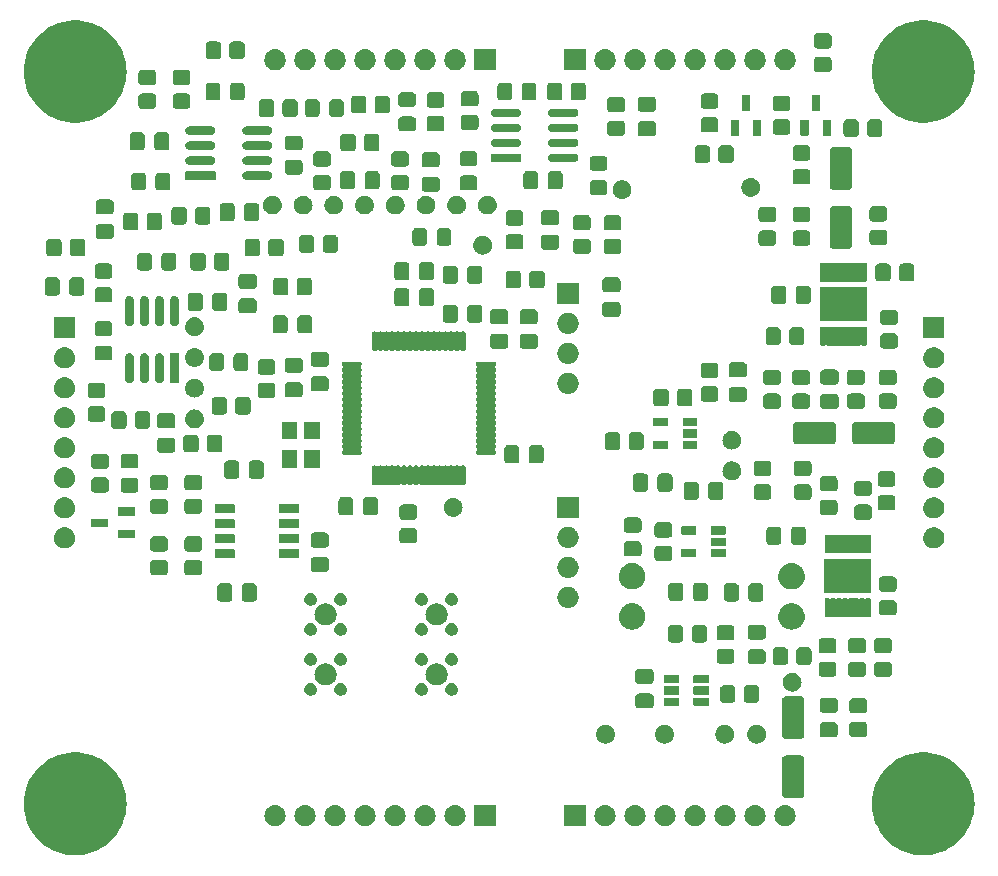
<source format=gbr>
%TF.GenerationSoftware,KiCad,Pcbnew,8.0.1*%
%TF.CreationDate,2024-09-19T19:56:27+03:00*%
%TF.ProjectId,Nodes,4e6f6465-732e-46b6-9963-61645f706362,rev?*%
%TF.SameCoordinates,Original*%
%TF.FileFunction,Soldermask,Bot*%
%TF.FilePolarity,Negative*%
%FSLAX46Y46*%
G04 Gerber Fmt 4.6, Leading zero omitted, Abs format (unit mm)*
G04 Created by KiCad (PCBNEW 8.0.1) date 2024-09-19 19:56:27*
%MOMM*%
%LPD*%
G01*
G04 APERTURE LIST*
G04 APERTURE END LIST*
G36*
X105519070Y-131694277D02*
G01*
X105925551Y-131772620D01*
X106322746Y-131889246D01*
X106707055Y-132043101D01*
X107075000Y-132232789D01*
X107423248Y-132456595D01*
X107748644Y-132712489D01*
X108048243Y-132998156D01*
X108319331Y-133311008D01*
X108559453Y-133648212D01*
X108766434Y-134006715D01*
X108938401Y-134383268D01*
X109073794Y-134774463D01*
X109171390Y-135176757D01*
X109230303Y-135586506D01*
X109250000Y-136000000D01*
X109230303Y-136413494D01*
X109171390Y-136823243D01*
X109073794Y-137225537D01*
X108938401Y-137616732D01*
X108766434Y-137993285D01*
X108559453Y-138351788D01*
X108319331Y-138688992D01*
X108048243Y-139001844D01*
X107748644Y-139287511D01*
X107423248Y-139543405D01*
X107075000Y-139767211D01*
X106707055Y-139956899D01*
X106322746Y-140110754D01*
X105925551Y-140227380D01*
X105519070Y-140305723D01*
X105106981Y-140345073D01*
X104693019Y-140345073D01*
X104280930Y-140305723D01*
X103874449Y-140227380D01*
X103477254Y-140110754D01*
X103092945Y-139956899D01*
X102725000Y-139767211D01*
X102376752Y-139543405D01*
X102051356Y-139287511D01*
X101751757Y-139001844D01*
X101480669Y-138688992D01*
X101240547Y-138351788D01*
X101033566Y-137993285D01*
X100861599Y-137616732D01*
X100726206Y-137225537D01*
X100628610Y-136823243D01*
X100569697Y-136413494D01*
X100550000Y-136000000D01*
X100569697Y-135586506D01*
X100628610Y-135176757D01*
X100726206Y-134774463D01*
X100861599Y-134383268D01*
X101033566Y-134006715D01*
X101240547Y-133648212D01*
X101480669Y-133311008D01*
X101751757Y-132998156D01*
X102051356Y-132712489D01*
X102376752Y-132456595D01*
X102725000Y-132232789D01*
X103092945Y-132043101D01*
X103477254Y-131889246D01*
X103874449Y-131772620D01*
X104280930Y-131694277D01*
X104693019Y-131654927D01*
X105106981Y-131654927D01*
X105519070Y-131694277D01*
G37*
G36*
X177319070Y-131694277D02*
G01*
X177725551Y-131772620D01*
X178122746Y-131889246D01*
X178507055Y-132043101D01*
X178875000Y-132232789D01*
X179223248Y-132456595D01*
X179548644Y-132712489D01*
X179848243Y-132998156D01*
X180119331Y-133311008D01*
X180359453Y-133648212D01*
X180566434Y-134006715D01*
X180738401Y-134383268D01*
X180873794Y-134774463D01*
X180971390Y-135176757D01*
X181030303Y-135586506D01*
X181050000Y-136000000D01*
X181030303Y-136413494D01*
X180971390Y-136823243D01*
X180873794Y-137225537D01*
X180738401Y-137616732D01*
X180566434Y-137993285D01*
X180359453Y-138351788D01*
X180119331Y-138688992D01*
X179848243Y-139001844D01*
X179548644Y-139287511D01*
X179223248Y-139543405D01*
X178875000Y-139767211D01*
X178507055Y-139956899D01*
X178122746Y-140110754D01*
X177725551Y-140227380D01*
X177319070Y-140305723D01*
X176906981Y-140345073D01*
X176493019Y-140345073D01*
X176080930Y-140305723D01*
X175674449Y-140227380D01*
X175277254Y-140110754D01*
X174892945Y-139956899D01*
X174525000Y-139767211D01*
X174176752Y-139543405D01*
X173851356Y-139287511D01*
X173551757Y-139001844D01*
X173280669Y-138688992D01*
X173040547Y-138351788D01*
X172833566Y-137993285D01*
X172661599Y-137616732D01*
X172526206Y-137225537D01*
X172428610Y-136823243D01*
X172369697Y-136413494D01*
X172350000Y-136000000D01*
X172369697Y-135586506D01*
X172428610Y-135176757D01*
X172526206Y-134774463D01*
X172661599Y-134383268D01*
X172833566Y-134006715D01*
X173040547Y-133648212D01*
X173280669Y-133311008D01*
X173551757Y-132998156D01*
X173851356Y-132712489D01*
X174176752Y-132456595D01*
X174525000Y-132232789D01*
X174892945Y-132043101D01*
X175277254Y-131889246D01*
X175674449Y-131772620D01*
X176080930Y-131694277D01*
X176493019Y-131654927D01*
X176906981Y-131654927D01*
X177319070Y-131694277D01*
G37*
G36*
X140469134Y-136103806D02*
G01*
X140485355Y-136114645D01*
X140496194Y-136130866D01*
X140500000Y-136150000D01*
X140500000Y-137850000D01*
X140496194Y-137869134D01*
X140485355Y-137885355D01*
X140469134Y-137896194D01*
X140450000Y-137900000D01*
X138750000Y-137900000D01*
X138730866Y-137896194D01*
X138714645Y-137885355D01*
X138703806Y-137869134D01*
X138700000Y-137850000D01*
X138700000Y-136150000D01*
X138703806Y-136130866D01*
X138714645Y-136114645D01*
X138730866Y-136103806D01*
X138750000Y-136100000D01*
X140450000Y-136100000D01*
X140469134Y-136103806D01*
G37*
G36*
X148089134Y-136103806D02*
G01*
X148105355Y-136114645D01*
X148116194Y-136130866D01*
X148120000Y-136150000D01*
X148120000Y-137850000D01*
X148116194Y-137869134D01*
X148105355Y-137885355D01*
X148089134Y-137896194D01*
X148070000Y-137900000D01*
X146370000Y-137900000D01*
X146350866Y-137896194D01*
X146334645Y-137885355D01*
X146323806Y-137869134D01*
X146320000Y-137850000D01*
X146320000Y-136150000D01*
X146323806Y-136130866D01*
X146334645Y-136114645D01*
X146350866Y-136103806D01*
X146370000Y-136100000D01*
X148070000Y-136100000D01*
X148089134Y-136103806D01*
G37*
G36*
X121865151Y-136104930D02*
G01*
X121914076Y-136104930D01*
X121956321Y-136113909D01*
X121995485Y-136117767D01*
X122044689Y-136132693D01*
X122098115Y-136144049D01*
X122132300Y-136159269D01*
X122164230Y-136168955D01*
X122214971Y-136196076D01*
X122270000Y-136220577D01*
X122295583Y-136239164D01*
X122319743Y-136252078D01*
X122369023Y-136292521D01*
X122422218Y-136331170D01*
X122439491Y-136350354D01*
X122456053Y-136363946D01*
X122500563Y-136418182D01*
X122548115Y-136470993D01*
X122558103Y-136488293D01*
X122567921Y-136500256D01*
X122604237Y-136568200D01*
X122642191Y-136633937D01*
X122646557Y-136647374D01*
X122651044Y-136655769D01*
X122675779Y-136737311D01*
X122700333Y-136812879D01*
X122701197Y-136821103D01*
X122702232Y-136824514D01*
X122712305Y-136926787D01*
X122720000Y-137000000D01*
X122712304Y-137073218D01*
X122702232Y-137175485D01*
X122701197Y-137178895D01*
X122700333Y-137187121D01*
X122675774Y-137262702D01*
X122651044Y-137344230D01*
X122646558Y-137352622D01*
X122642191Y-137366063D01*
X122604230Y-137431812D01*
X122567921Y-137499743D01*
X122558105Y-137511703D01*
X122548115Y-137529007D01*
X122500554Y-137581828D01*
X122456053Y-137636053D01*
X122439494Y-137649642D01*
X122422218Y-137668830D01*
X122369012Y-137707486D01*
X122319743Y-137747921D01*
X122295588Y-137760831D01*
X122270000Y-137779423D01*
X122214960Y-137803928D01*
X122164230Y-137831044D01*
X122132307Y-137840727D01*
X122098115Y-137855951D01*
X122044678Y-137867309D01*
X121995485Y-137882232D01*
X121956330Y-137886088D01*
X121914076Y-137895070D01*
X121865140Y-137895070D01*
X121820000Y-137899516D01*
X121774859Y-137895070D01*
X121725924Y-137895070D01*
X121683669Y-137886088D01*
X121644514Y-137882232D01*
X121595317Y-137867308D01*
X121541885Y-137855951D01*
X121507694Y-137840728D01*
X121475769Y-137831044D01*
X121425033Y-137803925D01*
X121370000Y-137779423D01*
X121344413Y-137760833D01*
X121320256Y-137747921D01*
X121270978Y-137707479D01*
X121217782Y-137668830D01*
X121200507Y-137649645D01*
X121183946Y-137636053D01*
X121139434Y-137581815D01*
X121091885Y-137529007D01*
X121081897Y-137511707D01*
X121072078Y-137499743D01*
X121035756Y-137431788D01*
X120997809Y-137366063D01*
X120993443Y-137352627D01*
X120988955Y-137344230D01*
X120964210Y-137262656D01*
X120939667Y-137187121D01*
X120938802Y-137178900D01*
X120937767Y-137175485D01*
X120927679Y-137073067D01*
X120920000Y-137000000D01*
X120927678Y-136926939D01*
X120937767Y-136824514D01*
X120938803Y-136821098D01*
X120939667Y-136812879D01*
X120964205Y-136737357D01*
X120988955Y-136655769D01*
X120993444Y-136647369D01*
X120997809Y-136633937D01*
X121035748Y-136568223D01*
X121072078Y-136500256D01*
X121081899Y-136488289D01*
X121091885Y-136470993D01*
X121139424Y-136418194D01*
X121183946Y-136363946D01*
X121200511Y-136350350D01*
X121217782Y-136331170D01*
X121270968Y-136292527D01*
X121320256Y-136252078D01*
X121344419Y-136239162D01*
X121370000Y-136220577D01*
X121425022Y-136196079D01*
X121475769Y-136168955D01*
X121507701Y-136159268D01*
X121541885Y-136144049D01*
X121595306Y-136132693D01*
X121644514Y-136117767D01*
X121683678Y-136113909D01*
X121725924Y-136104930D01*
X121774849Y-136104930D01*
X121820000Y-136100483D01*
X121865151Y-136104930D01*
G37*
G36*
X124405151Y-136104930D02*
G01*
X124454076Y-136104930D01*
X124496321Y-136113909D01*
X124535485Y-136117767D01*
X124584689Y-136132693D01*
X124638115Y-136144049D01*
X124672300Y-136159269D01*
X124704230Y-136168955D01*
X124754971Y-136196076D01*
X124810000Y-136220577D01*
X124835583Y-136239164D01*
X124859743Y-136252078D01*
X124909023Y-136292521D01*
X124962218Y-136331170D01*
X124979491Y-136350354D01*
X124996053Y-136363946D01*
X125040563Y-136418182D01*
X125088115Y-136470993D01*
X125098103Y-136488293D01*
X125107921Y-136500256D01*
X125144237Y-136568200D01*
X125182191Y-136633937D01*
X125186557Y-136647374D01*
X125191044Y-136655769D01*
X125215779Y-136737311D01*
X125240333Y-136812879D01*
X125241197Y-136821103D01*
X125242232Y-136824514D01*
X125252305Y-136926787D01*
X125260000Y-137000000D01*
X125252304Y-137073218D01*
X125242232Y-137175485D01*
X125241197Y-137178895D01*
X125240333Y-137187121D01*
X125215774Y-137262702D01*
X125191044Y-137344230D01*
X125186558Y-137352622D01*
X125182191Y-137366063D01*
X125144230Y-137431812D01*
X125107921Y-137499743D01*
X125098105Y-137511703D01*
X125088115Y-137529007D01*
X125040554Y-137581828D01*
X124996053Y-137636053D01*
X124979494Y-137649642D01*
X124962218Y-137668830D01*
X124909012Y-137707486D01*
X124859743Y-137747921D01*
X124835588Y-137760831D01*
X124810000Y-137779423D01*
X124754960Y-137803928D01*
X124704230Y-137831044D01*
X124672307Y-137840727D01*
X124638115Y-137855951D01*
X124584678Y-137867309D01*
X124535485Y-137882232D01*
X124496330Y-137886088D01*
X124454076Y-137895070D01*
X124405140Y-137895070D01*
X124360000Y-137899516D01*
X124314859Y-137895070D01*
X124265924Y-137895070D01*
X124223669Y-137886088D01*
X124184514Y-137882232D01*
X124135317Y-137867308D01*
X124081885Y-137855951D01*
X124047694Y-137840728D01*
X124015769Y-137831044D01*
X123965033Y-137803925D01*
X123910000Y-137779423D01*
X123884413Y-137760833D01*
X123860256Y-137747921D01*
X123810978Y-137707479D01*
X123757782Y-137668830D01*
X123740507Y-137649645D01*
X123723946Y-137636053D01*
X123679434Y-137581815D01*
X123631885Y-137529007D01*
X123621897Y-137511707D01*
X123612078Y-137499743D01*
X123575756Y-137431788D01*
X123537809Y-137366063D01*
X123533443Y-137352627D01*
X123528955Y-137344230D01*
X123504210Y-137262656D01*
X123479667Y-137187121D01*
X123478802Y-137178900D01*
X123477767Y-137175485D01*
X123467679Y-137073067D01*
X123460000Y-137000000D01*
X123467678Y-136926939D01*
X123477767Y-136824514D01*
X123478803Y-136821098D01*
X123479667Y-136812879D01*
X123504205Y-136737357D01*
X123528955Y-136655769D01*
X123533444Y-136647369D01*
X123537809Y-136633937D01*
X123575748Y-136568223D01*
X123612078Y-136500256D01*
X123621899Y-136488289D01*
X123631885Y-136470993D01*
X123679424Y-136418194D01*
X123723946Y-136363946D01*
X123740511Y-136350350D01*
X123757782Y-136331170D01*
X123810968Y-136292527D01*
X123860256Y-136252078D01*
X123884419Y-136239162D01*
X123910000Y-136220577D01*
X123965022Y-136196079D01*
X124015769Y-136168955D01*
X124047701Y-136159268D01*
X124081885Y-136144049D01*
X124135306Y-136132693D01*
X124184514Y-136117767D01*
X124223678Y-136113909D01*
X124265924Y-136104930D01*
X124314849Y-136104930D01*
X124360000Y-136100483D01*
X124405151Y-136104930D01*
G37*
G36*
X126945151Y-136104930D02*
G01*
X126994076Y-136104930D01*
X127036321Y-136113909D01*
X127075485Y-136117767D01*
X127124689Y-136132693D01*
X127178115Y-136144049D01*
X127212300Y-136159269D01*
X127244230Y-136168955D01*
X127294971Y-136196076D01*
X127350000Y-136220577D01*
X127375583Y-136239164D01*
X127399743Y-136252078D01*
X127449023Y-136292521D01*
X127502218Y-136331170D01*
X127519491Y-136350354D01*
X127536053Y-136363946D01*
X127580563Y-136418182D01*
X127628115Y-136470993D01*
X127638103Y-136488293D01*
X127647921Y-136500256D01*
X127684237Y-136568200D01*
X127722191Y-136633937D01*
X127726557Y-136647374D01*
X127731044Y-136655769D01*
X127755779Y-136737311D01*
X127780333Y-136812879D01*
X127781197Y-136821103D01*
X127782232Y-136824514D01*
X127792305Y-136926787D01*
X127800000Y-137000000D01*
X127792304Y-137073218D01*
X127782232Y-137175485D01*
X127781197Y-137178895D01*
X127780333Y-137187121D01*
X127755774Y-137262702D01*
X127731044Y-137344230D01*
X127726558Y-137352622D01*
X127722191Y-137366063D01*
X127684230Y-137431812D01*
X127647921Y-137499743D01*
X127638105Y-137511703D01*
X127628115Y-137529007D01*
X127580554Y-137581828D01*
X127536053Y-137636053D01*
X127519494Y-137649642D01*
X127502218Y-137668830D01*
X127449012Y-137707486D01*
X127399743Y-137747921D01*
X127375588Y-137760831D01*
X127350000Y-137779423D01*
X127294960Y-137803928D01*
X127244230Y-137831044D01*
X127212307Y-137840727D01*
X127178115Y-137855951D01*
X127124678Y-137867309D01*
X127075485Y-137882232D01*
X127036330Y-137886088D01*
X126994076Y-137895070D01*
X126945140Y-137895070D01*
X126900000Y-137899516D01*
X126854859Y-137895070D01*
X126805924Y-137895070D01*
X126763669Y-137886088D01*
X126724514Y-137882232D01*
X126675317Y-137867308D01*
X126621885Y-137855951D01*
X126587694Y-137840728D01*
X126555769Y-137831044D01*
X126505033Y-137803925D01*
X126450000Y-137779423D01*
X126424413Y-137760833D01*
X126400256Y-137747921D01*
X126350978Y-137707479D01*
X126297782Y-137668830D01*
X126280507Y-137649645D01*
X126263946Y-137636053D01*
X126219434Y-137581815D01*
X126171885Y-137529007D01*
X126161897Y-137511707D01*
X126152078Y-137499743D01*
X126115756Y-137431788D01*
X126077809Y-137366063D01*
X126073443Y-137352627D01*
X126068955Y-137344230D01*
X126044210Y-137262656D01*
X126019667Y-137187121D01*
X126018802Y-137178900D01*
X126017767Y-137175485D01*
X126007679Y-137073067D01*
X126000000Y-137000000D01*
X126007678Y-136926939D01*
X126017767Y-136824514D01*
X126018803Y-136821098D01*
X126019667Y-136812879D01*
X126044205Y-136737357D01*
X126068955Y-136655769D01*
X126073444Y-136647369D01*
X126077809Y-136633937D01*
X126115748Y-136568223D01*
X126152078Y-136500256D01*
X126161899Y-136488289D01*
X126171885Y-136470993D01*
X126219424Y-136418194D01*
X126263946Y-136363946D01*
X126280511Y-136350350D01*
X126297782Y-136331170D01*
X126350968Y-136292527D01*
X126400256Y-136252078D01*
X126424419Y-136239162D01*
X126450000Y-136220577D01*
X126505022Y-136196079D01*
X126555769Y-136168955D01*
X126587701Y-136159268D01*
X126621885Y-136144049D01*
X126675306Y-136132693D01*
X126724514Y-136117767D01*
X126763678Y-136113909D01*
X126805924Y-136104930D01*
X126854849Y-136104930D01*
X126900000Y-136100483D01*
X126945151Y-136104930D01*
G37*
G36*
X129485151Y-136104930D02*
G01*
X129534076Y-136104930D01*
X129576321Y-136113909D01*
X129615485Y-136117767D01*
X129664689Y-136132693D01*
X129718115Y-136144049D01*
X129752300Y-136159269D01*
X129784230Y-136168955D01*
X129834971Y-136196076D01*
X129890000Y-136220577D01*
X129915583Y-136239164D01*
X129939743Y-136252078D01*
X129989023Y-136292521D01*
X130042218Y-136331170D01*
X130059491Y-136350354D01*
X130076053Y-136363946D01*
X130120563Y-136418182D01*
X130168115Y-136470993D01*
X130178103Y-136488293D01*
X130187921Y-136500256D01*
X130224237Y-136568200D01*
X130262191Y-136633937D01*
X130266557Y-136647374D01*
X130271044Y-136655769D01*
X130295779Y-136737311D01*
X130320333Y-136812879D01*
X130321197Y-136821103D01*
X130322232Y-136824514D01*
X130332305Y-136926787D01*
X130340000Y-137000000D01*
X130332304Y-137073218D01*
X130322232Y-137175485D01*
X130321197Y-137178895D01*
X130320333Y-137187121D01*
X130295774Y-137262702D01*
X130271044Y-137344230D01*
X130266558Y-137352622D01*
X130262191Y-137366063D01*
X130224230Y-137431812D01*
X130187921Y-137499743D01*
X130178105Y-137511703D01*
X130168115Y-137529007D01*
X130120554Y-137581828D01*
X130076053Y-137636053D01*
X130059494Y-137649642D01*
X130042218Y-137668830D01*
X129989012Y-137707486D01*
X129939743Y-137747921D01*
X129915588Y-137760831D01*
X129890000Y-137779423D01*
X129834960Y-137803928D01*
X129784230Y-137831044D01*
X129752307Y-137840727D01*
X129718115Y-137855951D01*
X129664678Y-137867309D01*
X129615485Y-137882232D01*
X129576330Y-137886088D01*
X129534076Y-137895070D01*
X129485140Y-137895070D01*
X129440000Y-137899516D01*
X129394859Y-137895070D01*
X129345924Y-137895070D01*
X129303669Y-137886088D01*
X129264514Y-137882232D01*
X129215317Y-137867308D01*
X129161885Y-137855951D01*
X129127694Y-137840728D01*
X129095769Y-137831044D01*
X129045033Y-137803925D01*
X128990000Y-137779423D01*
X128964413Y-137760833D01*
X128940256Y-137747921D01*
X128890978Y-137707479D01*
X128837782Y-137668830D01*
X128820507Y-137649645D01*
X128803946Y-137636053D01*
X128759434Y-137581815D01*
X128711885Y-137529007D01*
X128701897Y-137511707D01*
X128692078Y-137499743D01*
X128655756Y-137431788D01*
X128617809Y-137366063D01*
X128613443Y-137352627D01*
X128608955Y-137344230D01*
X128584210Y-137262656D01*
X128559667Y-137187121D01*
X128558802Y-137178900D01*
X128557767Y-137175485D01*
X128547679Y-137073067D01*
X128540000Y-137000000D01*
X128547678Y-136926939D01*
X128557767Y-136824514D01*
X128558803Y-136821098D01*
X128559667Y-136812879D01*
X128584205Y-136737357D01*
X128608955Y-136655769D01*
X128613444Y-136647369D01*
X128617809Y-136633937D01*
X128655748Y-136568223D01*
X128692078Y-136500256D01*
X128701899Y-136488289D01*
X128711885Y-136470993D01*
X128759424Y-136418194D01*
X128803946Y-136363946D01*
X128820511Y-136350350D01*
X128837782Y-136331170D01*
X128890968Y-136292527D01*
X128940256Y-136252078D01*
X128964419Y-136239162D01*
X128990000Y-136220577D01*
X129045022Y-136196079D01*
X129095769Y-136168955D01*
X129127701Y-136159268D01*
X129161885Y-136144049D01*
X129215306Y-136132693D01*
X129264514Y-136117767D01*
X129303678Y-136113909D01*
X129345924Y-136104930D01*
X129394849Y-136104930D01*
X129440000Y-136100483D01*
X129485151Y-136104930D01*
G37*
G36*
X132025151Y-136104930D02*
G01*
X132074076Y-136104930D01*
X132116321Y-136113909D01*
X132155485Y-136117767D01*
X132204689Y-136132693D01*
X132258115Y-136144049D01*
X132292300Y-136159269D01*
X132324230Y-136168955D01*
X132374971Y-136196076D01*
X132430000Y-136220577D01*
X132455583Y-136239164D01*
X132479743Y-136252078D01*
X132529023Y-136292521D01*
X132582218Y-136331170D01*
X132599491Y-136350354D01*
X132616053Y-136363946D01*
X132660563Y-136418182D01*
X132708115Y-136470993D01*
X132718103Y-136488293D01*
X132727921Y-136500256D01*
X132764237Y-136568200D01*
X132802191Y-136633937D01*
X132806557Y-136647374D01*
X132811044Y-136655769D01*
X132835779Y-136737311D01*
X132860333Y-136812879D01*
X132861197Y-136821103D01*
X132862232Y-136824514D01*
X132872305Y-136926787D01*
X132880000Y-137000000D01*
X132872304Y-137073218D01*
X132862232Y-137175485D01*
X132861197Y-137178895D01*
X132860333Y-137187121D01*
X132835774Y-137262702D01*
X132811044Y-137344230D01*
X132806558Y-137352622D01*
X132802191Y-137366063D01*
X132764230Y-137431812D01*
X132727921Y-137499743D01*
X132718105Y-137511703D01*
X132708115Y-137529007D01*
X132660554Y-137581828D01*
X132616053Y-137636053D01*
X132599494Y-137649642D01*
X132582218Y-137668830D01*
X132529012Y-137707486D01*
X132479743Y-137747921D01*
X132455588Y-137760831D01*
X132430000Y-137779423D01*
X132374960Y-137803928D01*
X132324230Y-137831044D01*
X132292307Y-137840727D01*
X132258115Y-137855951D01*
X132204678Y-137867309D01*
X132155485Y-137882232D01*
X132116330Y-137886088D01*
X132074076Y-137895070D01*
X132025140Y-137895070D01*
X131980000Y-137899516D01*
X131934859Y-137895070D01*
X131885924Y-137895070D01*
X131843669Y-137886088D01*
X131804514Y-137882232D01*
X131755317Y-137867308D01*
X131701885Y-137855951D01*
X131667694Y-137840728D01*
X131635769Y-137831044D01*
X131585033Y-137803925D01*
X131530000Y-137779423D01*
X131504413Y-137760833D01*
X131480256Y-137747921D01*
X131430978Y-137707479D01*
X131377782Y-137668830D01*
X131360507Y-137649645D01*
X131343946Y-137636053D01*
X131299434Y-137581815D01*
X131251885Y-137529007D01*
X131241897Y-137511707D01*
X131232078Y-137499743D01*
X131195756Y-137431788D01*
X131157809Y-137366063D01*
X131153443Y-137352627D01*
X131148955Y-137344230D01*
X131124210Y-137262656D01*
X131099667Y-137187121D01*
X131098802Y-137178900D01*
X131097767Y-137175485D01*
X131087679Y-137073067D01*
X131080000Y-137000000D01*
X131087678Y-136926939D01*
X131097767Y-136824514D01*
X131098803Y-136821098D01*
X131099667Y-136812879D01*
X131124205Y-136737357D01*
X131148955Y-136655769D01*
X131153444Y-136647369D01*
X131157809Y-136633937D01*
X131195748Y-136568223D01*
X131232078Y-136500256D01*
X131241899Y-136488289D01*
X131251885Y-136470993D01*
X131299424Y-136418194D01*
X131343946Y-136363946D01*
X131360511Y-136350350D01*
X131377782Y-136331170D01*
X131430968Y-136292527D01*
X131480256Y-136252078D01*
X131504419Y-136239162D01*
X131530000Y-136220577D01*
X131585022Y-136196079D01*
X131635769Y-136168955D01*
X131667701Y-136159268D01*
X131701885Y-136144049D01*
X131755306Y-136132693D01*
X131804514Y-136117767D01*
X131843678Y-136113909D01*
X131885924Y-136104930D01*
X131934849Y-136104930D01*
X131980000Y-136100483D01*
X132025151Y-136104930D01*
G37*
G36*
X134565151Y-136104930D02*
G01*
X134614076Y-136104930D01*
X134656321Y-136113909D01*
X134695485Y-136117767D01*
X134744689Y-136132693D01*
X134798115Y-136144049D01*
X134832300Y-136159269D01*
X134864230Y-136168955D01*
X134914971Y-136196076D01*
X134970000Y-136220577D01*
X134995583Y-136239164D01*
X135019743Y-136252078D01*
X135069023Y-136292521D01*
X135122218Y-136331170D01*
X135139491Y-136350354D01*
X135156053Y-136363946D01*
X135200563Y-136418182D01*
X135248115Y-136470993D01*
X135258103Y-136488293D01*
X135267921Y-136500256D01*
X135304237Y-136568200D01*
X135342191Y-136633937D01*
X135346557Y-136647374D01*
X135351044Y-136655769D01*
X135375779Y-136737311D01*
X135400333Y-136812879D01*
X135401197Y-136821103D01*
X135402232Y-136824514D01*
X135412305Y-136926787D01*
X135420000Y-137000000D01*
X135412304Y-137073218D01*
X135402232Y-137175485D01*
X135401197Y-137178895D01*
X135400333Y-137187121D01*
X135375774Y-137262702D01*
X135351044Y-137344230D01*
X135346558Y-137352622D01*
X135342191Y-137366063D01*
X135304230Y-137431812D01*
X135267921Y-137499743D01*
X135258105Y-137511703D01*
X135248115Y-137529007D01*
X135200554Y-137581828D01*
X135156053Y-137636053D01*
X135139494Y-137649642D01*
X135122218Y-137668830D01*
X135069012Y-137707486D01*
X135019743Y-137747921D01*
X134995588Y-137760831D01*
X134970000Y-137779423D01*
X134914960Y-137803928D01*
X134864230Y-137831044D01*
X134832307Y-137840727D01*
X134798115Y-137855951D01*
X134744678Y-137867309D01*
X134695485Y-137882232D01*
X134656330Y-137886088D01*
X134614076Y-137895070D01*
X134565140Y-137895070D01*
X134520000Y-137899516D01*
X134474859Y-137895070D01*
X134425924Y-137895070D01*
X134383669Y-137886088D01*
X134344514Y-137882232D01*
X134295317Y-137867308D01*
X134241885Y-137855951D01*
X134207694Y-137840728D01*
X134175769Y-137831044D01*
X134125033Y-137803925D01*
X134070000Y-137779423D01*
X134044413Y-137760833D01*
X134020256Y-137747921D01*
X133970978Y-137707479D01*
X133917782Y-137668830D01*
X133900507Y-137649645D01*
X133883946Y-137636053D01*
X133839434Y-137581815D01*
X133791885Y-137529007D01*
X133781897Y-137511707D01*
X133772078Y-137499743D01*
X133735756Y-137431788D01*
X133697809Y-137366063D01*
X133693443Y-137352627D01*
X133688955Y-137344230D01*
X133664210Y-137262656D01*
X133639667Y-137187121D01*
X133638802Y-137178900D01*
X133637767Y-137175485D01*
X133627679Y-137073067D01*
X133620000Y-137000000D01*
X133627678Y-136926939D01*
X133637767Y-136824514D01*
X133638803Y-136821098D01*
X133639667Y-136812879D01*
X133664205Y-136737357D01*
X133688955Y-136655769D01*
X133693444Y-136647369D01*
X133697809Y-136633937D01*
X133735748Y-136568223D01*
X133772078Y-136500256D01*
X133781899Y-136488289D01*
X133791885Y-136470993D01*
X133839424Y-136418194D01*
X133883946Y-136363946D01*
X133900511Y-136350350D01*
X133917782Y-136331170D01*
X133970968Y-136292527D01*
X134020256Y-136252078D01*
X134044419Y-136239162D01*
X134070000Y-136220577D01*
X134125022Y-136196079D01*
X134175769Y-136168955D01*
X134207701Y-136159268D01*
X134241885Y-136144049D01*
X134295306Y-136132693D01*
X134344514Y-136117767D01*
X134383678Y-136113909D01*
X134425924Y-136104930D01*
X134474849Y-136104930D01*
X134520000Y-136100483D01*
X134565151Y-136104930D01*
G37*
G36*
X137105151Y-136104930D02*
G01*
X137154076Y-136104930D01*
X137196321Y-136113909D01*
X137235485Y-136117767D01*
X137284689Y-136132693D01*
X137338115Y-136144049D01*
X137372300Y-136159269D01*
X137404230Y-136168955D01*
X137454971Y-136196076D01*
X137510000Y-136220577D01*
X137535583Y-136239164D01*
X137559743Y-136252078D01*
X137609023Y-136292521D01*
X137662218Y-136331170D01*
X137679491Y-136350354D01*
X137696053Y-136363946D01*
X137740563Y-136418182D01*
X137788115Y-136470993D01*
X137798103Y-136488293D01*
X137807921Y-136500256D01*
X137844237Y-136568200D01*
X137882191Y-136633937D01*
X137886557Y-136647374D01*
X137891044Y-136655769D01*
X137915779Y-136737311D01*
X137940333Y-136812879D01*
X137941197Y-136821103D01*
X137942232Y-136824514D01*
X137952305Y-136926787D01*
X137960000Y-137000000D01*
X137952304Y-137073218D01*
X137942232Y-137175485D01*
X137941197Y-137178895D01*
X137940333Y-137187121D01*
X137915774Y-137262702D01*
X137891044Y-137344230D01*
X137886558Y-137352622D01*
X137882191Y-137366063D01*
X137844230Y-137431812D01*
X137807921Y-137499743D01*
X137798105Y-137511703D01*
X137788115Y-137529007D01*
X137740554Y-137581828D01*
X137696053Y-137636053D01*
X137679494Y-137649642D01*
X137662218Y-137668830D01*
X137609012Y-137707486D01*
X137559743Y-137747921D01*
X137535588Y-137760831D01*
X137510000Y-137779423D01*
X137454960Y-137803928D01*
X137404230Y-137831044D01*
X137372307Y-137840727D01*
X137338115Y-137855951D01*
X137284678Y-137867309D01*
X137235485Y-137882232D01*
X137196330Y-137886088D01*
X137154076Y-137895070D01*
X137105140Y-137895070D01*
X137060000Y-137899516D01*
X137014859Y-137895070D01*
X136965924Y-137895070D01*
X136923669Y-137886088D01*
X136884514Y-137882232D01*
X136835317Y-137867308D01*
X136781885Y-137855951D01*
X136747694Y-137840728D01*
X136715769Y-137831044D01*
X136665033Y-137803925D01*
X136610000Y-137779423D01*
X136584413Y-137760833D01*
X136560256Y-137747921D01*
X136510978Y-137707479D01*
X136457782Y-137668830D01*
X136440507Y-137649645D01*
X136423946Y-137636053D01*
X136379434Y-137581815D01*
X136331885Y-137529007D01*
X136321897Y-137511707D01*
X136312078Y-137499743D01*
X136275756Y-137431788D01*
X136237809Y-137366063D01*
X136233443Y-137352627D01*
X136228955Y-137344230D01*
X136204210Y-137262656D01*
X136179667Y-137187121D01*
X136178802Y-137178900D01*
X136177767Y-137175485D01*
X136167679Y-137073067D01*
X136160000Y-137000000D01*
X136167678Y-136926939D01*
X136177767Y-136824514D01*
X136178803Y-136821098D01*
X136179667Y-136812879D01*
X136204205Y-136737357D01*
X136228955Y-136655769D01*
X136233444Y-136647369D01*
X136237809Y-136633937D01*
X136275748Y-136568223D01*
X136312078Y-136500256D01*
X136321899Y-136488289D01*
X136331885Y-136470993D01*
X136379424Y-136418194D01*
X136423946Y-136363946D01*
X136440511Y-136350350D01*
X136457782Y-136331170D01*
X136510968Y-136292527D01*
X136560256Y-136252078D01*
X136584419Y-136239162D01*
X136610000Y-136220577D01*
X136665022Y-136196079D01*
X136715769Y-136168955D01*
X136747701Y-136159268D01*
X136781885Y-136144049D01*
X136835306Y-136132693D01*
X136884514Y-136117767D01*
X136923678Y-136113909D01*
X136965924Y-136104930D01*
X137014849Y-136104930D01*
X137060000Y-136100483D01*
X137105151Y-136104930D01*
G37*
G36*
X149805151Y-136104930D02*
G01*
X149854076Y-136104930D01*
X149896321Y-136113909D01*
X149935485Y-136117767D01*
X149984689Y-136132693D01*
X150038115Y-136144049D01*
X150072300Y-136159269D01*
X150104230Y-136168955D01*
X150154971Y-136196076D01*
X150210000Y-136220577D01*
X150235583Y-136239164D01*
X150259743Y-136252078D01*
X150309023Y-136292521D01*
X150362218Y-136331170D01*
X150379491Y-136350354D01*
X150396053Y-136363946D01*
X150440563Y-136418182D01*
X150488115Y-136470993D01*
X150498103Y-136488293D01*
X150507921Y-136500256D01*
X150544237Y-136568200D01*
X150582191Y-136633937D01*
X150586557Y-136647374D01*
X150591044Y-136655769D01*
X150615779Y-136737311D01*
X150640333Y-136812879D01*
X150641197Y-136821103D01*
X150642232Y-136824514D01*
X150652305Y-136926787D01*
X150660000Y-137000000D01*
X150652304Y-137073218D01*
X150642232Y-137175485D01*
X150641197Y-137178895D01*
X150640333Y-137187121D01*
X150615774Y-137262702D01*
X150591044Y-137344230D01*
X150586558Y-137352622D01*
X150582191Y-137366063D01*
X150544230Y-137431812D01*
X150507921Y-137499743D01*
X150498105Y-137511703D01*
X150488115Y-137529007D01*
X150440554Y-137581828D01*
X150396053Y-137636053D01*
X150379494Y-137649642D01*
X150362218Y-137668830D01*
X150309012Y-137707486D01*
X150259743Y-137747921D01*
X150235588Y-137760831D01*
X150210000Y-137779423D01*
X150154960Y-137803928D01*
X150104230Y-137831044D01*
X150072307Y-137840727D01*
X150038115Y-137855951D01*
X149984678Y-137867309D01*
X149935485Y-137882232D01*
X149896330Y-137886088D01*
X149854076Y-137895070D01*
X149805140Y-137895070D01*
X149760000Y-137899516D01*
X149714859Y-137895070D01*
X149665924Y-137895070D01*
X149623669Y-137886088D01*
X149584514Y-137882232D01*
X149535317Y-137867308D01*
X149481885Y-137855951D01*
X149447694Y-137840728D01*
X149415769Y-137831044D01*
X149365033Y-137803925D01*
X149310000Y-137779423D01*
X149284413Y-137760833D01*
X149260256Y-137747921D01*
X149210978Y-137707479D01*
X149157782Y-137668830D01*
X149140507Y-137649645D01*
X149123946Y-137636053D01*
X149079434Y-137581815D01*
X149031885Y-137529007D01*
X149021897Y-137511707D01*
X149012078Y-137499743D01*
X148975756Y-137431788D01*
X148937809Y-137366063D01*
X148933443Y-137352627D01*
X148928955Y-137344230D01*
X148904210Y-137262656D01*
X148879667Y-137187121D01*
X148878802Y-137178900D01*
X148877767Y-137175485D01*
X148867679Y-137073067D01*
X148860000Y-137000000D01*
X148867678Y-136926939D01*
X148877767Y-136824514D01*
X148878803Y-136821098D01*
X148879667Y-136812879D01*
X148904205Y-136737357D01*
X148928955Y-136655769D01*
X148933444Y-136647369D01*
X148937809Y-136633937D01*
X148975748Y-136568223D01*
X149012078Y-136500256D01*
X149021899Y-136488289D01*
X149031885Y-136470993D01*
X149079424Y-136418194D01*
X149123946Y-136363946D01*
X149140511Y-136350350D01*
X149157782Y-136331170D01*
X149210968Y-136292527D01*
X149260256Y-136252078D01*
X149284419Y-136239162D01*
X149310000Y-136220577D01*
X149365022Y-136196079D01*
X149415769Y-136168955D01*
X149447701Y-136159268D01*
X149481885Y-136144049D01*
X149535306Y-136132693D01*
X149584514Y-136117767D01*
X149623678Y-136113909D01*
X149665924Y-136104930D01*
X149714849Y-136104930D01*
X149760000Y-136100483D01*
X149805151Y-136104930D01*
G37*
G36*
X152345151Y-136104930D02*
G01*
X152394076Y-136104930D01*
X152436321Y-136113909D01*
X152475485Y-136117767D01*
X152524689Y-136132693D01*
X152578115Y-136144049D01*
X152612300Y-136159269D01*
X152644230Y-136168955D01*
X152694971Y-136196076D01*
X152750000Y-136220577D01*
X152775583Y-136239164D01*
X152799743Y-136252078D01*
X152849023Y-136292521D01*
X152902218Y-136331170D01*
X152919491Y-136350354D01*
X152936053Y-136363946D01*
X152980563Y-136418182D01*
X153028115Y-136470993D01*
X153038103Y-136488293D01*
X153047921Y-136500256D01*
X153084237Y-136568200D01*
X153122191Y-136633937D01*
X153126557Y-136647374D01*
X153131044Y-136655769D01*
X153155779Y-136737311D01*
X153180333Y-136812879D01*
X153181197Y-136821103D01*
X153182232Y-136824514D01*
X153192305Y-136926787D01*
X153200000Y-137000000D01*
X153192304Y-137073218D01*
X153182232Y-137175485D01*
X153181197Y-137178895D01*
X153180333Y-137187121D01*
X153155774Y-137262702D01*
X153131044Y-137344230D01*
X153126558Y-137352622D01*
X153122191Y-137366063D01*
X153084230Y-137431812D01*
X153047921Y-137499743D01*
X153038105Y-137511703D01*
X153028115Y-137529007D01*
X152980554Y-137581828D01*
X152936053Y-137636053D01*
X152919494Y-137649642D01*
X152902218Y-137668830D01*
X152849012Y-137707486D01*
X152799743Y-137747921D01*
X152775588Y-137760831D01*
X152750000Y-137779423D01*
X152694960Y-137803928D01*
X152644230Y-137831044D01*
X152612307Y-137840727D01*
X152578115Y-137855951D01*
X152524678Y-137867309D01*
X152475485Y-137882232D01*
X152436330Y-137886088D01*
X152394076Y-137895070D01*
X152345140Y-137895070D01*
X152300000Y-137899516D01*
X152254859Y-137895070D01*
X152205924Y-137895070D01*
X152163669Y-137886088D01*
X152124514Y-137882232D01*
X152075317Y-137867308D01*
X152021885Y-137855951D01*
X151987694Y-137840728D01*
X151955769Y-137831044D01*
X151905033Y-137803925D01*
X151850000Y-137779423D01*
X151824413Y-137760833D01*
X151800256Y-137747921D01*
X151750978Y-137707479D01*
X151697782Y-137668830D01*
X151680507Y-137649645D01*
X151663946Y-137636053D01*
X151619434Y-137581815D01*
X151571885Y-137529007D01*
X151561897Y-137511707D01*
X151552078Y-137499743D01*
X151515756Y-137431788D01*
X151477809Y-137366063D01*
X151473443Y-137352627D01*
X151468955Y-137344230D01*
X151444210Y-137262656D01*
X151419667Y-137187121D01*
X151418802Y-137178900D01*
X151417767Y-137175485D01*
X151407679Y-137073067D01*
X151400000Y-137000000D01*
X151407678Y-136926939D01*
X151417767Y-136824514D01*
X151418803Y-136821098D01*
X151419667Y-136812879D01*
X151444205Y-136737357D01*
X151468955Y-136655769D01*
X151473444Y-136647369D01*
X151477809Y-136633937D01*
X151515748Y-136568223D01*
X151552078Y-136500256D01*
X151561899Y-136488289D01*
X151571885Y-136470993D01*
X151619424Y-136418194D01*
X151663946Y-136363946D01*
X151680511Y-136350350D01*
X151697782Y-136331170D01*
X151750968Y-136292527D01*
X151800256Y-136252078D01*
X151824419Y-136239162D01*
X151850000Y-136220577D01*
X151905022Y-136196079D01*
X151955769Y-136168955D01*
X151987701Y-136159268D01*
X152021885Y-136144049D01*
X152075306Y-136132693D01*
X152124514Y-136117767D01*
X152163678Y-136113909D01*
X152205924Y-136104930D01*
X152254849Y-136104930D01*
X152300000Y-136100483D01*
X152345151Y-136104930D01*
G37*
G36*
X154885151Y-136104930D02*
G01*
X154934076Y-136104930D01*
X154976321Y-136113909D01*
X155015485Y-136117767D01*
X155064689Y-136132693D01*
X155118115Y-136144049D01*
X155152300Y-136159269D01*
X155184230Y-136168955D01*
X155234971Y-136196076D01*
X155290000Y-136220577D01*
X155315583Y-136239164D01*
X155339743Y-136252078D01*
X155389023Y-136292521D01*
X155442218Y-136331170D01*
X155459491Y-136350354D01*
X155476053Y-136363946D01*
X155520563Y-136418182D01*
X155568115Y-136470993D01*
X155578103Y-136488293D01*
X155587921Y-136500256D01*
X155624237Y-136568200D01*
X155662191Y-136633937D01*
X155666557Y-136647374D01*
X155671044Y-136655769D01*
X155695779Y-136737311D01*
X155720333Y-136812879D01*
X155721197Y-136821103D01*
X155722232Y-136824514D01*
X155732305Y-136926787D01*
X155740000Y-137000000D01*
X155732304Y-137073218D01*
X155722232Y-137175485D01*
X155721197Y-137178895D01*
X155720333Y-137187121D01*
X155695774Y-137262702D01*
X155671044Y-137344230D01*
X155666558Y-137352622D01*
X155662191Y-137366063D01*
X155624230Y-137431812D01*
X155587921Y-137499743D01*
X155578105Y-137511703D01*
X155568115Y-137529007D01*
X155520554Y-137581828D01*
X155476053Y-137636053D01*
X155459494Y-137649642D01*
X155442218Y-137668830D01*
X155389012Y-137707486D01*
X155339743Y-137747921D01*
X155315588Y-137760831D01*
X155290000Y-137779423D01*
X155234960Y-137803928D01*
X155184230Y-137831044D01*
X155152307Y-137840727D01*
X155118115Y-137855951D01*
X155064678Y-137867309D01*
X155015485Y-137882232D01*
X154976330Y-137886088D01*
X154934076Y-137895070D01*
X154885140Y-137895070D01*
X154840000Y-137899516D01*
X154794859Y-137895070D01*
X154745924Y-137895070D01*
X154703669Y-137886088D01*
X154664514Y-137882232D01*
X154615317Y-137867308D01*
X154561885Y-137855951D01*
X154527694Y-137840728D01*
X154495769Y-137831044D01*
X154445033Y-137803925D01*
X154390000Y-137779423D01*
X154364413Y-137760833D01*
X154340256Y-137747921D01*
X154290978Y-137707479D01*
X154237782Y-137668830D01*
X154220507Y-137649645D01*
X154203946Y-137636053D01*
X154159434Y-137581815D01*
X154111885Y-137529007D01*
X154101897Y-137511707D01*
X154092078Y-137499743D01*
X154055756Y-137431788D01*
X154017809Y-137366063D01*
X154013443Y-137352627D01*
X154008955Y-137344230D01*
X153984210Y-137262656D01*
X153959667Y-137187121D01*
X153958802Y-137178900D01*
X153957767Y-137175485D01*
X153947679Y-137073067D01*
X153940000Y-137000000D01*
X153947678Y-136926939D01*
X153957767Y-136824514D01*
X153958803Y-136821098D01*
X153959667Y-136812879D01*
X153984205Y-136737357D01*
X154008955Y-136655769D01*
X154013444Y-136647369D01*
X154017809Y-136633937D01*
X154055748Y-136568223D01*
X154092078Y-136500256D01*
X154101899Y-136488289D01*
X154111885Y-136470993D01*
X154159424Y-136418194D01*
X154203946Y-136363946D01*
X154220511Y-136350350D01*
X154237782Y-136331170D01*
X154290968Y-136292527D01*
X154340256Y-136252078D01*
X154364419Y-136239162D01*
X154390000Y-136220577D01*
X154445022Y-136196079D01*
X154495769Y-136168955D01*
X154527701Y-136159268D01*
X154561885Y-136144049D01*
X154615306Y-136132693D01*
X154664514Y-136117767D01*
X154703678Y-136113909D01*
X154745924Y-136104930D01*
X154794849Y-136104930D01*
X154840000Y-136100483D01*
X154885151Y-136104930D01*
G37*
G36*
X157425151Y-136104930D02*
G01*
X157474076Y-136104930D01*
X157516321Y-136113909D01*
X157555485Y-136117767D01*
X157604689Y-136132693D01*
X157658115Y-136144049D01*
X157692300Y-136159269D01*
X157724230Y-136168955D01*
X157774971Y-136196076D01*
X157830000Y-136220577D01*
X157855583Y-136239164D01*
X157879743Y-136252078D01*
X157929023Y-136292521D01*
X157982218Y-136331170D01*
X157999491Y-136350354D01*
X158016053Y-136363946D01*
X158060563Y-136418182D01*
X158108115Y-136470993D01*
X158118103Y-136488293D01*
X158127921Y-136500256D01*
X158164237Y-136568200D01*
X158202191Y-136633937D01*
X158206557Y-136647374D01*
X158211044Y-136655769D01*
X158235779Y-136737311D01*
X158260333Y-136812879D01*
X158261197Y-136821103D01*
X158262232Y-136824514D01*
X158272305Y-136926787D01*
X158280000Y-137000000D01*
X158272304Y-137073218D01*
X158262232Y-137175485D01*
X158261197Y-137178895D01*
X158260333Y-137187121D01*
X158235774Y-137262702D01*
X158211044Y-137344230D01*
X158206558Y-137352622D01*
X158202191Y-137366063D01*
X158164230Y-137431812D01*
X158127921Y-137499743D01*
X158118105Y-137511703D01*
X158108115Y-137529007D01*
X158060554Y-137581828D01*
X158016053Y-137636053D01*
X157999494Y-137649642D01*
X157982218Y-137668830D01*
X157929012Y-137707486D01*
X157879743Y-137747921D01*
X157855588Y-137760831D01*
X157830000Y-137779423D01*
X157774960Y-137803928D01*
X157724230Y-137831044D01*
X157692307Y-137840727D01*
X157658115Y-137855951D01*
X157604678Y-137867309D01*
X157555485Y-137882232D01*
X157516330Y-137886088D01*
X157474076Y-137895070D01*
X157425140Y-137895070D01*
X157380000Y-137899516D01*
X157334859Y-137895070D01*
X157285924Y-137895070D01*
X157243669Y-137886088D01*
X157204514Y-137882232D01*
X157155317Y-137867308D01*
X157101885Y-137855951D01*
X157067694Y-137840728D01*
X157035769Y-137831044D01*
X156985033Y-137803925D01*
X156930000Y-137779423D01*
X156904413Y-137760833D01*
X156880256Y-137747921D01*
X156830978Y-137707479D01*
X156777782Y-137668830D01*
X156760507Y-137649645D01*
X156743946Y-137636053D01*
X156699434Y-137581815D01*
X156651885Y-137529007D01*
X156641897Y-137511707D01*
X156632078Y-137499743D01*
X156595756Y-137431788D01*
X156557809Y-137366063D01*
X156553443Y-137352627D01*
X156548955Y-137344230D01*
X156524210Y-137262656D01*
X156499667Y-137187121D01*
X156498802Y-137178900D01*
X156497767Y-137175485D01*
X156487679Y-137073067D01*
X156480000Y-137000000D01*
X156487678Y-136926939D01*
X156497767Y-136824514D01*
X156498803Y-136821098D01*
X156499667Y-136812879D01*
X156524205Y-136737357D01*
X156548955Y-136655769D01*
X156553444Y-136647369D01*
X156557809Y-136633937D01*
X156595748Y-136568223D01*
X156632078Y-136500256D01*
X156641899Y-136488289D01*
X156651885Y-136470993D01*
X156699424Y-136418194D01*
X156743946Y-136363946D01*
X156760511Y-136350350D01*
X156777782Y-136331170D01*
X156830968Y-136292527D01*
X156880256Y-136252078D01*
X156904419Y-136239162D01*
X156930000Y-136220577D01*
X156985022Y-136196079D01*
X157035769Y-136168955D01*
X157067701Y-136159268D01*
X157101885Y-136144049D01*
X157155306Y-136132693D01*
X157204514Y-136117767D01*
X157243678Y-136113909D01*
X157285924Y-136104930D01*
X157334849Y-136104930D01*
X157380000Y-136100483D01*
X157425151Y-136104930D01*
G37*
G36*
X159965151Y-136104930D02*
G01*
X160014076Y-136104930D01*
X160056321Y-136113909D01*
X160095485Y-136117767D01*
X160144689Y-136132693D01*
X160198115Y-136144049D01*
X160232300Y-136159269D01*
X160264230Y-136168955D01*
X160314971Y-136196076D01*
X160370000Y-136220577D01*
X160395583Y-136239164D01*
X160419743Y-136252078D01*
X160469023Y-136292521D01*
X160522218Y-136331170D01*
X160539491Y-136350354D01*
X160556053Y-136363946D01*
X160600563Y-136418182D01*
X160648115Y-136470993D01*
X160658103Y-136488293D01*
X160667921Y-136500256D01*
X160704237Y-136568200D01*
X160742191Y-136633937D01*
X160746557Y-136647374D01*
X160751044Y-136655769D01*
X160775779Y-136737311D01*
X160800333Y-136812879D01*
X160801197Y-136821103D01*
X160802232Y-136824514D01*
X160812305Y-136926787D01*
X160820000Y-137000000D01*
X160812304Y-137073218D01*
X160802232Y-137175485D01*
X160801197Y-137178895D01*
X160800333Y-137187121D01*
X160775774Y-137262702D01*
X160751044Y-137344230D01*
X160746558Y-137352622D01*
X160742191Y-137366063D01*
X160704230Y-137431812D01*
X160667921Y-137499743D01*
X160658105Y-137511703D01*
X160648115Y-137529007D01*
X160600554Y-137581828D01*
X160556053Y-137636053D01*
X160539494Y-137649642D01*
X160522218Y-137668830D01*
X160469012Y-137707486D01*
X160419743Y-137747921D01*
X160395588Y-137760831D01*
X160370000Y-137779423D01*
X160314960Y-137803928D01*
X160264230Y-137831044D01*
X160232307Y-137840727D01*
X160198115Y-137855951D01*
X160144678Y-137867309D01*
X160095485Y-137882232D01*
X160056330Y-137886088D01*
X160014076Y-137895070D01*
X159965140Y-137895070D01*
X159920000Y-137899516D01*
X159874859Y-137895070D01*
X159825924Y-137895070D01*
X159783669Y-137886088D01*
X159744514Y-137882232D01*
X159695317Y-137867308D01*
X159641885Y-137855951D01*
X159607694Y-137840728D01*
X159575769Y-137831044D01*
X159525033Y-137803925D01*
X159470000Y-137779423D01*
X159444413Y-137760833D01*
X159420256Y-137747921D01*
X159370978Y-137707479D01*
X159317782Y-137668830D01*
X159300507Y-137649645D01*
X159283946Y-137636053D01*
X159239434Y-137581815D01*
X159191885Y-137529007D01*
X159181897Y-137511707D01*
X159172078Y-137499743D01*
X159135756Y-137431788D01*
X159097809Y-137366063D01*
X159093443Y-137352627D01*
X159088955Y-137344230D01*
X159064210Y-137262656D01*
X159039667Y-137187121D01*
X159038802Y-137178900D01*
X159037767Y-137175485D01*
X159027679Y-137073067D01*
X159020000Y-137000000D01*
X159027678Y-136926939D01*
X159037767Y-136824514D01*
X159038803Y-136821098D01*
X159039667Y-136812879D01*
X159064205Y-136737357D01*
X159088955Y-136655769D01*
X159093444Y-136647369D01*
X159097809Y-136633937D01*
X159135748Y-136568223D01*
X159172078Y-136500256D01*
X159181899Y-136488289D01*
X159191885Y-136470993D01*
X159239424Y-136418194D01*
X159283946Y-136363946D01*
X159300511Y-136350350D01*
X159317782Y-136331170D01*
X159370968Y-136292527D01*
X159420256Y-136252078D01*
X159444419Y-136239162D01*
X159470000Y-136220577D01*
X159525022Y-136196079D01*
X159575769Y-136168955D01*
X159607701Y-136159268D01*
X159641885Y-136144049D01*
X159695306Y-136132693D01*
X159744514Y-136117767D01*
X159783678Y-136113909D01*
X159825924Y-136104930D01*
X159874849Y-136104930D01*
X159920000Y-136100483D01*
X159965151Y-136104930D01*
G37*
G36*
X162505151Y-136104930D02*
G01*
X162554076Y-136104930D01*
X162596321Y-136113909D01*
X162635485Y-136117767D01*
X162684689Y-136132693D01*
X162738115Y-136144049D01*
X162772300Y-136159269D01*
X162804230Y-136168955D01*
X162854971Y-136196076D01*
X162910000Y-136220577D01*
X162935583Y-136239164D01*
X162959743Y-136252078D01*
X163009023Y-136292521D01*
X163062218Y-136331170D01*
X163079491Y-136350354D01*
X163096053Y-136363946D01*
X163140563Y-136418182D01*
X163188115Y-136470993D01*
X163198103Y-136488293D01*
X163207921Y-136500256D01*
X163244237Y-136568200D01*
X163282191Y-136633937D01*
X163286557Y-136647374D01*
X163291044Y-136655769D01*
X163315779Y-136737311D01*
X163340333Y-136812879D01*
X163341197Y-136821103D01*
X163342232Y-136824514D01*
X163352305Y-136926787D01*
X163360000Y-137000000D01*
X163352304Y-137073218D01*
X163342232Y-137175485D01*
X163341197Y-137178895D01*
X163340333Y-137187121D01*
X163315774Y-137262702D01*
X163291044Y-137344230D01*
X163286558Y-137352622D01*
X163282191Y-137366063D01*
X163244230Y-137431812D01*
X163207921Y-137499743D01*
X163198105Y-137511703D01*
X163188115Y-137529007D01*
X163140554Y-137581828D01*
X163096053Y-137636053D01*
X163079494Y-137649642D01*
X163062218Y-137668830D01*
X163009012Y-137707486D01*
X162959743Y-137747921D01*
X162935588Y-137760831D01*
X162910000Y-137779423D01*
X162854960Y-137803928D01*
X162804230Y-137831044D01*
X162772307Y-137840727D01*
X162738115Y-137855951D01*
X162684678Y-137867309D01*
X162635485Y-137882232D01*
X162596330Y-137886088D01*
X162554076Y-137895070D01*
X162505140Y-137895070D01*
X162460000Y-137899516D01*
X162414859Y-137895070D01*
X162365924Y-137895070D01*
X162323669Y-137886088D01*
X162284514Y-137882232D01*
X162235317Y-137867308D01*
X162181885Y-137855951D01*
X162147694Y-137840728D01*
X162115769Y-137831044D01*
X162065033Y-137803925D01*
X162010000Y-137779423D01*
X161984413Y-137760833D01*
X161960256Y-137747921D01*
X161910978Y-137707479D01*
X161857782Y-137668830D01*
X161840507Y-137649645D01*
X161823946Y-137636053D01*
X161779434Y-137581815D01*
X161731885Y-137529007D01*
X161721897Y-137511707D01*
X161712078Y-137499743D01*
X161675756Y-137431788D01*
X161637809Y-137366063D01*
X161633443Y-137352627D01*
X161628955Y-137344230D01*
X161604210Y-137262656D01*
X161579667Y-137187121D01*
X161578802Y-137178900D01*
X161577767Y-137175485D01*
X161567679Y-137073067D01*
X161560000Y-137000000D01*
X161567678Y-136926939D01*
X161577767Y-136824514D01*
X161578803Y-136821098D01*
X161579667Y-136812879D01*
X161604205Y-136737357D01*
X161628955Y-136655769D01*
X161633444Y-136647369D01*
X161637809Y-136633937D01*
X161675748Y-136568223D01*
X161712078Y-136500256D01*
X161721899Y-136488289D01*
X161731885Y-136470993D01*
X161779424Y-136418194D01*
X161823946Y-136363946D01*
X161840511Y-136350350D01*
X161857782Y-136331170D01*
X161910968Y-136292527D01*
X161960256Y-136252078D01*
X161984419Y-136239162D01*
X162010000Y-136220577D01*
X162065022Y-136196079D01*
X162115769Y-136168955D01*
X162147701Y-136159268D01*
X162181885Y-136144049D01*
X162235306Y-136132693D01*
X162284514Y-136117767D01*
X162323678Y-136113909D01*
X162365924Y-136104930D01*
X162414849Y-136104930D01*
X162460000Y-136100483D01*
X162505151Y-136104930D01*
G37*
G36*
X165045151Y-136104930D02*
G01*
X165094076Y-136104930D01*
X165136321Y-136113909D01*
X165175485Y-136117767D01*
X165224689Y-136132693D01*
X165278115Y-136144049D01*
X165312300Y-136159269D01*
X165344230Y-136168955D01*
X165394971Y-136196076D01*
X165450000Y-136220577D01*
X165475583Y-136239164D01*
X165499743Y-136252078D01*
X165549023Y-136292521D01*
X165602218Y-136331170D01*
X165619491Y-136350354D01*
X165636053Y-136363946D01*
X165680563Y-136418182D01*
X165728115Y-136470993D01*
X165738103Y-136488293D01*
X165747921Y-136500256D01*
X165784237Y-136568200D01*
X165822191Y-136633937D01*
X165826557Y-136647374D01*
X165831044Y-136655769D01*
X165855779Y-136737311D01*
X165880333Y-136812879D01*
X165881197Y-136821103D01*
X165882232Y-136824514D01*
X165892305Y-136926787D01*
X165900000Y-137000000D01*
X165892304Y-137073218D01*
X165882232Y-137175485D01*
X165881197Y-137178895D01*
X165880333Y-137187121D01*
X165855774Y-137262702D01*
X165831044Y-137344230D01*
X165826558Y-137352622D01*
X165822191Y-137366063D01*
X165784230Y-137431812D01*
X165747921Y-137499743D01*
X165738105Y-137511703D01*
X165728115Y-137529007D01*
X165680554Y-137581828D01*
X165636053Y-137636053D01*
X165619494Y-137649642D01*
X165602218Y-137668830D01*
X165549012Y-137707486D01*
X165499743Y-137747921D01*
X165475588Y-137760831D01*
X165450000Y-137779423D01*
X165394960Y-137803928D01*
X165344230Y-137831044D01*
X165312307Y-137840727D01*
X165278115Y-137855951D01*
X165224678Y-137867309D01*
X165175485Y-137882232D01*
X165136330Y-137886088D01*
X165094076Y-137895070D01*
X165045140Y-137895070D01*
X165000000Y-137899516D01*
X164954859Y-137895070D01*
X164905924Y-137895070D01*
X164863669Y-137886088D01*
X164824514Y-137882232D01*
X164775317Y-137867308D01*
X164721885Y-137855951D01*
X164687694Y-137840728D01*
X164655769Y-137831044D01*
X164605033Y-137803925D01*
X164550000Y-137779423D01*
X164524413Y-137760833D01*
X164500256Y-137747921D01*
X164450978Y-137707479D01*
X164397782Y-137668830D01*
X164380507Y-137649645D01*
X164363946Y-137636053D01*
X164319434Y-137581815D01*
X164271885Y-137529007D01*
X164261897Y-137511707D01*
X164252078Y-137499743D01*
X164215756Y-137431788D01*
X164177809Y-137366063D01*
X164173443Y-137352627D01*
X164168955Y-137344230D01*
X164144210Y-137262656D01*
X164119667Y-137187121D01*
X164118802Y-137178900D01*
X164117767Y-137175485D01*
X164107679Y-137073067D01*
X164100000Y-137000000D01*
X164107678Y-136926939D01*
X164117767Y-136824514D01*
X164118803Y-136821098D01*
X164119667Y-136812879D01*
X164144205Y-136737357D01*
X164168955Y-136655769D01*
X164173444Y-136647369D01*
X164177809Y-136633937D01*
X164215748Y-136568223D01*
X164252078Y-136500256D01*
X164261899Y-136488289D01*
X164271885Y-136470993D01*
X164319424Y-136418194D01*
X164363946Y-136363946D01*
X164380511Y-136350350D01*
X164397782Y-136331170D01*
X164450968Y-136292527D01*
X164500256Y-136252078D01*
X164524419Y-136239162D01*
X164550000Y-136220577D01*
X164605022Y-136196079D01*
X164655769Y-136168955D01*
X164687701Y-136159268D01*
X164721885Y-136144049D01*
X164775306Y-136132693D01*
X164824514Y-136117767D01*
X164863678Y-136113909D01*
X164905924Y-136104930D01*
X164954849Y-136104930D01*
X165000000Y-136100483D01*
X165045151Y-136104930D01*
G37*
G36*
X166419785Y-131911569D02*
G01*
X166434461Y-131918049D01*
X166443420Y-131919468D01*
X166480732Y-131938479D01*
X166520641Y-131956101D01*
X166526172Y-131961632D01*
X166526703Y-131961903D01*
X166592796Y-132027996D01*
X166593066Y-132028526D01*
X166598599Y-132034059D01*
X166616223Y-132073974D01*
X166635231Y-132111279D01*
X166636649Y-132120235D01*
X166643131Y-132134915D01*
X166651100Y-132203600D01*
X166651100Y-135203600D01*
X166643131Y-135272285D01*
X166636649Y-135286964D01*
X166635231Y-135295920D01*
X166616226Y-135333218D01*
X166598599Y-135373141D01*
X166593065Y-135378674D01*
X166592796Y-135379203D01*
X166526703Y-135445296D01*
X166526174Y-135445565D01*
X166520641Y-135451099D01*
X166480718Y-135468726D01*
X166443420Y-135487731D01*
X166434464Y-135489149D01*
X166419785Y-135495631D01*
X166351100Y-135503600D01*
X165051100Y-135503600D01*
X164982415Y-135495631D01*
X164967735Y-135489149D01*
X164958779Y-135487731D01*
X164921474Y-135468723D01*
X164881559Y-135451099D01*
X164876026Y-135445566D01*
X164875496Y-135445296D01*
X164809403Y-135379203D01*
X164809132Y-135378672D01*
X164803601Y-135373141D01*
X164785979Y-135333232D01*
X164766968Y-135295920D01*
X164765549Y-135286961D01*
X164759069Y-135272285D01*
X164751100Y-135203600D01*
X164751100Y-132203600D01*
X164759069Y-132134915D01*
X164765548Y-132120239D01*
X164766968Y-132111279D01*
X164785983Y-132073959D01*
X164803601Y-132034059D01*
X164809131Y-132028528D01*
X164809403Y-132027996D01*
X164875496Y-131961903D01*
X164876028Y-131961631D01*
X164881559Y-131956101D01*
X164921459Y-131938483D01*
X164958779Y-131919468D01*
X164967739Y-131918048D01*
X164982415Y-131911569D01*
X165051100Y-131903600D01*
X166351100Y-131903600D01*
X166419785Y-131911569D01*
G37*
G36*
X149844854Y-129308530D02*
G01*
X149884665Y-129308530D01*
X149929575Y-129318075D01*
X149979117Y-129323658D01*
X150015140Y-129336263D01*
X150048143Y-129343278D01*
X150095701Y-129364452D01*
X150148207Y-129382825D01*
X150175539Y-129399998D01*
X150200825Y-129411257D01*
X150247975Y-129445514D01*
X150299892Y-129478135D01*
X150318534Y-129496777D01*
X150336036Y-129509493D01*
X150379300Y-129557543D01*
X150426565Y-129604808D01*
X150437437Y-129622112D01*
X150447868Y-129633696D01*
X150483553Y-129695505D01*
X150521875Y-129756493D01*
X150526659Y-129770165D01*
X150531432Y-129778432D01*
X150555872Y-129853652D01*
X150581042Y-129925583D01*
X150581996Y-129934054D01*
X150583079Y-129937386D01*
X150592897Y-130030804D01*
X150601100Y-130103600D01*
X150592897Y-130176401D01*
X150583079Y-130269813D01*
X150581996Y-130273144D01*
X150581042Y-130281617D01*
X150555867Y-130353560D01*
X150531432Y-130428767D01*
X150526659Y-130437032D01*
X150521875Y-130450707D01*
X150483546Y-130511706D01*
X150447868Y-130573503D01*
X150437439Y-130585084D01*
X150426565Y-130602392D01*
X150379291Y-130649665D01*
X150336036Y-130697706D01*
X150318538Y-130710418D01*
X150299892Y-130729065D01*
X150247965Y-130761692D01*
X150200825Y-130795942D01*
X150175544Y-130807197D01*
X150148207Y-130824375D01*
X150095690Y-130842751D01*
X150048143Y-130863921D01*
X150015146Y-130870934D01*
X149979117Y-130883542D01*
X149929572Y-130889124D01*
X149884665Y-130898670D01*
X149844854Y-130898670D01*
X149801100Y-130903600D01*
X149757346Y-130898670D01*
X149717535Y-130898670D01*
X149672626Y-130889124D01*
X149623083Y-130883542D01*
X149587054Y-130870935D01*
X149554056Y-130863921D01*
X149506504Y-130842749D01*
X149453993Y-130824375D01*
X149426657Y-130807199D01*
X149401374Y-130795942D01*
X149354226Y-130761687D01*
X149302308Y-130729065D01*
X149283664Y-130710421D01*
X149266163Y-130697706D01*
X149222898Y-130649655D01*
X149175635Y-130602392D01*
X149164762Y-130585088D01*
X149154331Y-130573503D01*
X149118640Y-130511686D01*
X149080325Y-130450707D01*
X149075541Y-130437036D01*
X149070767Y-130428767D01*
X149046318Y-130353520D01*
X149021158Y-130281617D01*
X149020203Y-130273148D01*
X149019120Y-130269813D01*
X149009287Y-130176269D01*
X149001100Y-130103600D01*
X149009287Y-130030936D01*
X149019120Y-129937386D01*
X149020204Y-129934049D01*
X149021158Y-129925583D01*
X149046313Y-129853692D01*
X149070767Y-129778432D01*
X149075542Y-129770160D01*
X149080325Y-129756493D01*
X149118633Y-129695524D01*
X149154331Y-129633696D01*
X149164764Y-129622108D01*
X149175635Y-129604808D01*
X149222889Y-129557553D01*
X149266163Y-129509493D01*
X149283667Y-129496775D01*
X149302308Y-129478135D01*
X149354221Y-129445515D01*
X149401375Y-129411257D01*
X149426661Y-129399998D01*
X149453993Y-129382825D01*
X149506495Y-129364453D01*
X149554056Y-129343278D01*
X149587060Y-129336262D01*
X149623083Y-129323658D01*
X149672623Y-129318075D01*
X149717535Y-129308530D01*
X149757346Y-129308530D01*
X149801100Y-129303600D01*
X149844854Y-129308530D01*
G37*
G36*
X154844854Y-129308530D02*
G01*
X154884665Y-129308530D01*
X154929575Y-129318075D01*
X154979117Y-129323658D01*
X155015140Y-129336263D01*
X155048143Y-129343278D01*
X155095701Y-129364452D01*
X155148207Y-129382825D01*
X155175539Y-129399998D01*
X155200825Y-129411257D01*
X155247975Y-129445514D01*
X155299892Y-129478135D01*
X155318534Y-129496777D01*
X155336036Y-129509493D01*
X155379300Y-129557543D01*
X155426565Y-129604808D01*
X155437437Y-129622112D01*
X155447868Y-129633696D01*
X155483553Y-129695505D01*
X155521875Y-129756493D01*
X155526659Y-129770165D01*
X155531432Y-129778432D01*
X155555872Y-129853652D01*
X155581042Y-129925583D01*
X155581996Y-129934054D01*
X155583079Y-129937386D01*
X155592897Y-130030804D01*
X155601100Y-130103600D01*
X155592897Y-130176401D01*
X155583079Y-130269813D01*
X155581996Y-130273144D01*
X155581042Y-130281617D01*
X155555867Y-130353560D01*
X155531432Y-130428767D01*
X155526659Y-130437032D01*
X155521875Y-130450707D01*
X155483546Y-130511706D01*
X155447868Y-130573503D01*
X155437439Y-130585084D01*
X155426565Y-130602392D01*
X155379291Y-130649665D01*
X155336036Y-130697706D01*
X155318538Y-130710418D01*
X155299892Y-130729065D01*
X155247965Y-130761692D01*
X155200825Y-130795942D01*
X155175544Y-130807197D01*
X155148207Y-130824375D01*
X155095690Y-130842751D01*
X155048143Y-130863921D01*
X155015146Y-130870934D01*
X154979117Y-130883542D01*
X154929572Y-130889124D01*
X154884665Y-130898670D01*
X154844854Y-130898670D01*
X154801100Y-130903600D01*
X154757346Y-130898670D01*
X154717535Y-130898670D01*
X154672626Y-130889124D01*
X154623083Y-130883542D01*
X154587054Y-130870935D01*
X154554056Y-130863921D01*
X154506504Y-130842749D01*
X154453993Y-130824375D01*
X154426657Y-130807199D01*
X154401374Y-130795942D01*
X154354226Y-130761687D01*
X154302308Y-130729065D01*
X154283664Y-130710421D01*
X154266163Y-130697706D01*
X154222898Y-130649655D01*
X154175635Y-130602392D01*
X154164762Y-130585088D01*
X154154331Y-130573503D01*
X154118640Y-130511686D01*
X154080325Y-130450707D01*
X154075541Y-130437036D01*
X154070767Y-130428767D01*
X154046318Y-130353520D01*
X154021158Y-130281617D01*
X154020203Y-130273148D01*
X154019120Y-130269813D01*
X154009287Y-130176269D01*
X154001100Y-130103600D01*
X154009287Y-130030936D01*
X154019120Y-129937386D01*
X154020204Y-129934049D01*
X154021158Y-129925583D01*
X154046313Y-129853692D01*
X154070767Y-129778432D01*
X154075542Y-129770160D01*
X154080325Y-129756493D01*
X154118633Y-129695524D01*
X154154331Y-129633696D01*
X154164764Y-129622108D01*
X154175635Y-129604808D01*
X154222889Y-129557553D01*
X154266163Y-129509493D01*
X154283667Y-129496775D01*
X154302308Y-129478135D01*
X154354221Y-129445515D01*
X154401375Y-129411257D01*
X154426661Y-129399998D01*
X154453993Y-129382825D01*
X154506495Y-129364453D01*
X154554056Y-129343278D01*
X154587060Y-129336262D01*
X154623083Y-129323658D01*
X154672623Y-129318075D01*
X154717535Y-129308530D01*
X154757346Y-129308530D01*
X154801100Y-129303600D01*
X154844854Y-129308530D01*
G37*
G36*
X159944854Y-129308530D02*
G01*
X159984665Y-129308530D01*
X160029575Y-129318075D01*
X160079117Y-129323658D01*
X160115140Y-129336263D01*
X160148143Y-129343278D01*
X160195701Y-129364452D01*
X160248207Y-129382825D01*
X160275539Y-129399998D01*
X160300825Y-129411257D01*
X160347975Y-129445514D01*
X160399892Y-129478135D01*
X160418534Y-129496777D01*
X160436036Y-129509493D01*
X160479300Y-129557543D01*
X160526565Y-129604808D01*
X160537437Y-129622112D01*
X160547868Y-129633696D01*
X160583553Y-129695505D01*
X160621875Y-129756493D01*
X160626659Y-129770165D01*
X160631432Y-129778432D01*
X160655872Y-129853652D01*
X160681042Y-129925583D01*
X160681996Y-129934054D01*
X160683079Y-129937386D01*
X160692897Y-130030804D01*
X160701100Y-130103600D01*
X160692897Y-130176401D01*
X160683079Y-130269813D01*
X160681996Y-130273144D01*
X160681042Y-130281617D01*
X160655867Y-130353560D01*
X160631432Y-130428767D01*
X160626659Y-130437032D01*
X160621875Y-130450707D01*
X160583546Y-130511706D01*
X160547868Y-130573503D01*
X160537439Y-130585084D01*
X160526565Y-130602392D01*
X160479291Y-130649665D01*
X160436036Y-130697706D01*
X160418538Y-130710418D01*
X160399892Y-130729065D01*
X160347965Y-130761692D01*
X160300825Y-130795942D01*
X160275544Y-130807197D01*
X160248207Y-130824375D01*
X160195690Y-130842751D01*
X160148143Y-130863921D01*
X160115146Y-130870934D01*
X160079117Y-130883542D01*
X160029572Y-130889124D01*
X159984665Y-130898670D01*
X159944854Y-130898670D01*
X159901100Y-130903600D01*
X159857346Y-130898670D01*
X159817535Y-130898670D01*
X159772626Y-130889124D01*
X159723083Y-130883542D01*
X159687054Y-130870935D01*
X159654056Y-130863921D01*
X159606504Y-130842749D01*
X159553993Y-130824375D01*
X159526657Y-130807199D01*
X159501374Y-130795942D01*
X159454226Y-130761687D01*
X159402308Y-130729065D01*
X159383664Y-130710421D01*
X159366163Y-130697706D01*
X159322898Y-130649655D01*
X159275635Y-130602392D01*
X159264762Y-130585088D01*
X159254331Y-130573503D01*
X159218640Y-130511686D01*
X159180325Y-130450707D01*
X159175541Y-130437036D01*
X159170767Y-130428767D01*
X159146318Y-130353520D01*
X159121158Y-130281617D01*
X159120203Y-130273148D01*
X159119120Y-130269813D01*
X159109287Y-130176269D01*
X159101100Y-130103600D01*
X159109287Y-130030936D01*
X159119120Y-129937386D01*
X159120204Y-129934049D01*
X159121158Y-129925583D01*
X159146313Y-129853692D01*
X159170767Y-129778432D01*
X159175542Y-129770160D01*
X159180325Y-129756493D01*
X159218633Y-129695524D01*
X159254331Y-129633696D01*
X159264764Y-129622108D01*
X159275635Y-129604808D01*
X159322889Y-129557553D01*
X159366163Y-129509493D01*
X159383667Y-129496775D01*
X159402308Y-129478135D01*
X159454221Y-129445515D01*
X159501375Y-129411257D01*
X159526661Y-129399998D01*
X159553993Y-129382825D01*
X159606495Y-129364453D01*
X159654056Y-129343278D01*
X159687060Y-129336262D01*
X159723083Y-129323658D01*
X159772623Y-129318075D01*
X159817535Y-129308530D01*
X159857346Y-129308530D01*
X159901100Y-129303600D01*
X159944854Y-129308530D01*
G37*
G36*
X162644854Y-129308530D02*
G01*
X162684665Y-129308530D01*
X162729575Y-129318075D01*
X162779117Y-129323658D01*
X162815140Y-129336263D01*
X162848143Y-129343278D01*
X162895701Y-129364452D01*
X162948207Y-129382825D01*
X162975539Y-129399998D01*
X163000825Y-129411257D01*
X163047975Y-129445514D01*
X163099892Y-129478135D01*
X163118534Y-129496777D01*
X163136036Y-129509493D01*
X163179300Y-129557543D01*
X163226565Y-129604808D01*
X163237437Y-129622112D01*
X163247868Y-129633696D01*
X163283553Y-129695505D01*
X163321875Y-129756493D01*
X163326659Y-129770165D01*
X163331432Y-129778432D01*
X163355872Y-129853652D01*
X163381042Y-129925583D01*
X163381996Y-129934054D01*
X163383079Y-129937386D01*
X163392897Y-130030804D01*
X163401100Y-130103600D01*
X163392897Y-130176401D01*
X163383079Y-130269813D01*
X163381996Y-130273144D01*
X163381042Y-130281617D01*
X163355867Y-130353560D01*
X163331432Y-130428767D01*
X163326659Y-130437032D01*
X163321875Y-130450707D01*
X163283546Y-130511706D01*
X163247868Y-130573503D01*
X163237439Y-130585084D01*
X163226565Y-130602392D01*
X163179291Y-130649665D01*
X163136036Y-130697706D01*
X163118538Y-130710418D01*
X163099892Y-130729065D01*
X163047965Y-130761692D01*
X163000825Y-130795942D01*
X162975544Y-130807197D01*
X162948207Y-130824375D01*
X162895690Y-130842751D01*
X162848143Y-130863921D01*
X162815146Y-130870934D01*
X162779117Y-130883542D01*
X162729572Y-130889124D01*
X162684665Y-130898670D01*
X162644854Y-130898670D01*
X162601100Y-130903600D01*
X162557346Y-130898670D01*
X162517535Y-130898670D01*
X162472626Y-130889124D01*
X162423083Y-130883542D01*
X162387054Y-130870935D01*
X162354056Y-130863921D01*
X162306504Y-130842749D01*
X162253993Y-130824375D01*
X162226657Y-130807199D01*
X162201374Y-130795942D01*
X162154226Y-130761687D01*
X162102308Y-130729065D01*
X162083664Y-130710421D01*
X162066163Y-130697706D01*
X162022898Y-130649655D01*
X161975635Y-130602392D01*
X161964762Y-130585088D01*
X161954331Y-130573503D01*
X161918640Y-130511686D01*
X161880325Y-130450707D01*
X161875541Y-130437036D01*
X161870767Y-130428767D01*
X161846318Y-130353520D01*
X161821158Y-130281617D01*
X161820203Y-130273148D01*
X161819120Y-130269813D01*
X161809287Y-130176269D01*
X161801100Y-130103600D01*
X161809287Y-130030936D01*
X161819120Y-129937386D01*
X161820204Y-129934049D01*
X161821158Y-129925583D01*
X161846313Y-129853692D01*
X161870767Y-129778432D01*
X161875542Y-129770160D01*
X161880325Y-129756493D01*
X161918633Y-129695524D01*
X161954331Y-129633696D01*
X161964764Y-129622108D01*
X161975635Y-129604808D01*
X162022889Y-129557553D01*
X162066163Y-129509493D01*
X162083667Y-129496775D01*
X162102308Y-129478135D01*
X162154221Y-129445515D01*
X162201375Y-129411257D01*
X162226661Y-129399998D01*
X162253993Y-129382825D01*
X162306495Y-129364453D01*
X162354056Y-129343278D01*
X162387060Y-129336262D01*
X162423083Y-129323658D01*
X162472623Y-129318075D01*
X162517535Y-129308530D01*
X162557346Y-129308530D01*
X162601100Y-129303600D01*
X162644854Y-129308530D01*
G37*
G36*
X166419785Y-126911569D02*
G01*
X166434461Y-126918049D01*
X166443420Y-126919468D01*
X166480732Y-126938479D01*
X166520641Y-126956101D01*
X166526172Y-126961632D01*
X166526703Y-126961903D01*
X166592796Y-127027996D01*
X166593066Y-127028526D01*
X166598599Y-127034059D01*
X166616223Y-127073974D01*
X166635231Y-127111279D01*
X166636649Y-127120235D01*
X166643131Y-127134915D01*
X166651100Y-127203600D01*
X166651100Y-130203600D01*
X166643131Y-130272285D01*
X166636649Y-130286964D01*
X166635231Y-130295920D01*
X166616226Y-130333218D01*
X166598599Y-130373141D01*
X166593065Y-130378674D01*
X166592796Y-130379203D01*
X166526703Y-130445296D01*
X166526174Y-130445565D01*
X166520641Y-130451099D01*
X166480718Y-130468726D01*
X166443420Y-130487731D01*
X166434464Y-130489149D01*
X166419785Y-130495631D01*
X166351100Y-130503600D01*
X165051100Y-130503600D01*
X164982415Y-130495631D01*
X164967735Y-130489149D01*
X164958779Y-130487731D01*
X164921474Y-130468723D01*
X164881559Y-130451099D01*
X164876026Y-130445566D01*
X164875496Y-130445296D01*
X164809403Y-130379203D01*
X164809132Y-130378672D01*
X164803601Y-130373141D01*
X164785979Y-130333232D01*
X164766968Y-130295920D01*
X164765549Y-130286961D01*
X164759069Y-130272285D01*
X164751100Y-130203600D01*
X164751100Y-127203600D01*
X164759069Y-127134915D01*
X164765548Y-127120239D01*
X164766968Y-127111279D01*
X164785983Y-127073959D01*
X164803601Y-127034059D01*
X164809131Y-127028528D01*
X164809403Y-127027996D01*
X164875496Y-126961903D01*
X164876028Y-126961631D01*
X164881559Y-126956101D01*
X164921459Y-126938483D01*
X164958779Y-126919468D01*
X164967739Y-126918048D01*
X164982415Y-126911569D01*
X165051100Y-126903600D01*
X166351100Y-126903600D01*
X166419785Y-126911569D01*
G37*
G36*
X169244785Y-129111569D02*
G01*
X169259461Y-129118049D01*
X169268420Y-129119468D01*
X169305732Y-129138479D01*
X169345641Y-129156101D01*
X169351172Y-129161632D01*
X169351703Y-129161903D01*
X169417796Y-129227996D01*
X169418066Y-129228526D01*
X169423599Y-129234059D01*
X169441223Y-129273974D01*
X169460231Y-129311279D01*
X169461649Y-129320235D01*
X169468131Y-129334915D01*
X169476100Y-129403600D01*
X169476100Y-130078600D01*
X169468131Y-130147285D01*
X169461649Y-130161964D01*
X169460231Y-130170920D01*
X169441226Y-130208218D01*
X169423599Y-130248141D01*
X169418065Y-130253674D01*
X169417796Y-130254203D01*
X169351703Y-130320296D01*
X169351174Y-130320565D01*
X169345641Y-130326099D01*
X169305718Y-130343726D01*
X169268420Y-130362731D01*
X169259464Y-130364149D01*
X169244785Y-130370631D01*
X169176100Y-130378600D01*
X168226100Y-130378600D01*
X168157415Y-130370631D01*
X168142735Y-130364149D01*
X168133779Y-130362731D01*
X168096474Y-130343723D01*
X168056559Y-130326099D01*
X168051026Y-130320566D01*
X168050496Y-130320296D01*
X167984403Y-130254203D01*
X167984132Y-130253672D01*
X167978601Y-130248141D01*
X167960979Y-130208232D01*
X167941968Y-130170920D01*
X167940549Y-130161961D01*
X167934069Y-130147285D01*
X167926100Y-130078600D01*
X167926100Y-129403600D01*
X167934069Y-129334915D01*
X167940548Y-129320239D01*
X167941968Y-129311279D01*
X167960983Y-129273959D01*
X167978601Y-129234059D01*
X167984131Y-129228528D01*
X167984403Y-129227996D01*
X168050496Y-129161903D01*
X168051028Y-129161631D01*
X168056559Y-129156101D01*
X168096459Y-129138483D01*
X168133779Y-129119468D01*
X168142739Y-129118048D01*
X168157415Y-129111569D01*
X168226100Y-129103600D01*
X169176100Y-129103600D01*
X169244785Y-129111569D01*
G37*
G36*
X171719785Y-129061569D02*
G01*
X171734461Y-129068049D01*
X171743420Y-129069468D01*
X171780732Y-129088479D01*
X171820641Y-129106101D01*
X171826172Y-129111632D01*
X171826703Y-129111903D01*
X171892796Y-129177996D01*
X171893066Y-129178526D01*
X171898599Y-129184059D01*
X171916223Y-129223974D01*
X171935231Y-129261279D01*
X171936649Y-129270235D01*
X171943131Y-129284915D01*
X171951100Y-129353600D01*
X171951100Y-130053600D01*
X171943131Y-130122285D01*
X171936649Y-130136964D01*
X171935231Y-130145920D01*
X171916226Y-130183218D01*
X171898599Y-130223141D01*
X171893065Y-130228674D01*
X171892796Y-130229203D01*
X171826703Y-130295296D01*
X171826174Y-130295565D01*
X171820641Y-130301099D01*
X171780718Y-130318726D01*
X171743420Y-130337731D01*
X171734464Y-130339149D01*
X171719785Y-130345631D01*
X171651100Y-130353600D01*
X170751100Y-130353600D01*
X170682415Y-130345631D01*
X170667735Y-130339149D01*
X170658779Y-130337731D01*
X170621474Y-130318723D01*
X170581559Y-130301099D01*
X170576026Y-130295566D01*
X170575496Y-130295296D01*
X170509403Y-130229203D01*
X170509132Y-130228672D01*
X170503601Y-130223141D01*
X170485979Y-130183232D01*
X170466968Y-130145920D01*
X170465549Y-130136961D01*
X170459069Y-130122285D01*
X170451100Y-130053600D01*
X170451100Y-129353600D01*
X170459069Y-129284915D01*
X170465548Y-129270239D01*
X170466968Y-129261279D01*
X170485983Y-129223959D01*
X170503601Y-129184059D01*
X170509131Y-129178528D01*
X170509403Y-129177996D01*
X170575496Y-129111903D01*
X170576028Y-129111631D01*
X170581559Y-129106101D01*
X170621459Y-129088483D01*
X170658779Y-129069468D01*
X170667739Y-129068048D01*
X170682415Y-129061569D01*
X170751100Y-129053600D01*
X171651100Y-129053600D01*
X171719785Y-129061569D01*
G37*
G36*
X171719785Y-127061569D02*
G01*
X171734461Y-127068049D01*
X171743420Y-127069468D01*
X171780732Y-127088479D01*
X171820641Y-127106101D01*
X171826172Y-127111632D01*
X171826703Y-127111903D01*
X171892796Y-127177996D01*
X171893066Y-127178526D01*
X171898599Y-127184059D01*
X171916223Y-127223974D01*
X171935231Y-127261279D01*
X171936649Y-127270235D01*
X171943131Y-127284915D01*
X171951100Y-127353600D01*
X171951100Y-128053600D01*
X171943131Y-128122285D01*
X171936649Y-128136964D01*
X171935231Y-128145920D01*
X171916226Y-128183218D01*
X171898599Y-128223141D01*
X171893065Y-128228674D01*
X171892796Y-128229203D01*
X171826703Y-128295296D01*
X171826174Y-128295565D01*
X171820641Y-128301099D01*
X171780718Y-128318726D01*
X171743420Y-128337731D01*
X171734464Y-128339149D01*
X171719785Y-128345631D01*
X171651100Y-128353600D01*
X170751100Y-128353600D01*
X170682415Y-128345631D01*
X170667735Y-128339149D01*
X170658779Y-128337731D01*
X170621474Y-128318723D01*
X170581559Y-128301099D01*
X170576026Y-128295566D01*
X170575496Y-128295296D01*
X170509403Y-128229203D01*
X170509132Y-128228672D01*
X170503601Y-128223141D01*
X170485979Y-128183232D01*
X170466968Y-128145920D01*
X170465549Y-128136961D01*
X170459069Y-128122285D01*
X170451100Y-128053600D01*
X170451100Y-127353600D01*
X170459069Y-127284915D01*
X170465548Y-127270239D01*
X170466968Y-127261279D01*
X170485983Y-127223959D01*
X170503601Y-127184059D01*
X170509131Y-127178528D01*
X170509403Y-127177996D01*
X170575496Y-127111903D01*
X170576028Y-127111631D01*
X170581559Y-127106101D01*
X170621459Y-127088483D01*
X170658779Y-127069468D01*
X170667739Y-127068048D01*
X170682415Y-127061569D01*
X170751100Y-127053600D01*
X171651100Y-127053600D01*
X171719785Y-127061569D01*
G37*
G36*
X169244785Y-127036569D02*
G01*
X169259461Y-127043049D01*
X169268420Y-127044468D01*
X169305732Y-127063479D01*
X169345641Y-127081101D01*
X169351172Y-127086632D01*
X169351703Y-127086903D01*
X169417796Y-127152996D01*
X169418066Y-127153526D01*
X169423599Y-127159059D01*
X169441223Y-127198974D01*
X169460231Y-127236279D01*
X169461649Y-127245235D01*
X169468131Y-127259915D01*
X169476100Y-127328600D01*
X169476100Y-128003600D01*
X169468131Y-128072285D01*
X169461649Y-128086964D01*
X169460231Y-128095920D01*
X169441226Y-128133218D01*
X169423599Y-128173141D01*
X169418065Y-128178674D01*
X169417796Y-128179203D01*
X169351703Y-128245296D01*
X169351174Y-128245565D01*
X169345641Y-128251099D01*
X169305718Y-128268726D01*
X169268420Y-128287731D01*
X169259464Y-128289149D01*
X169244785Y-128295631D01*
X169176100Y-128303600D01*
X168226100Y-128303600D01*
X168157415Y-128295631D01*
X168142735Y-128289149D01*
X168133779Y-128287731D01*
X168096474Y-128268723D01*
X168056559Y-128251099D01*
X168051026Y-128245566D01*
X168050496Y-128245296D01*
X167984403Y-128179203D01*
X167984132Y-128178672D01*
X167978601Y-128173141D01*
X167960979Y-128133232D01*
X167941968Y-128095920D01*
X167940549Y-128086961D01*
X167934069Y-128072285D01*
X167926100Y-128003600D01*
X167926100Y-127328600D01*
X167934069Y-127259915D01*
X167940548Y-127245239D01*
X167941968Y-127236279D01*
X167960983Y-127198959D01*
X167978601Y-127159059D01*
X167984131Y-127153528D01*
X167984403Y-127152996D01*
X168050496Y-127086903D01*
X168051028Y-127086631D01*
X168056559Y-127081101D01*
X168096459Y-127063483D01*
X168133779Y-127044468D01*
X168142739Y-127043048D01*
X168157415Y-127036569D01*
X168226100Y-127028600D01*
X169176100Y-127028600D01*
X169244785Y-127036569D01*
G37*
G36*
X153644785Y-126661569D02*
G01*
X153659461Y-126668049D01*
X153668420Y-126669468D01*
X153705732Y-126688479D01*
X153745641Y-126706101D01*
X153751172Y-126711632D01*
X153751703Y-126711903D01*
X153817796Y-126777996D01*
X153818066Y-126778526D01*
X153823599Y-126784059D01*
X153841223Y-126823974D01*
X153860231Y-126861279D01*
X153861649Y-126870235D01*
X153868131Y-126884915D01*
X153876100Y-126953600D01*
X153876100Y-127628600D01*
X153868131Y-127697285D01*
X153861649Y-127711964D01*
X153860231Y-127720920D01*
X153841226Y-127758218D01*
X153823599Y-127798141D01*
X153818065Y-127803674D01*
X153817796Y-127804203D01*
X153751703Y-127870296D01*
X153751174Y-127870565D01*
X153745641Y-127876099D01*
X153705718Y-127893726D01*
X153668420Y-127912731D01*
X153659464Y-127914149D01*
X153644785Y-127920631D01*
X153576100Y-127928600D01*
X152626100Y-127928600D01*
X152557415Y-127920631D01*
X152542735Y-127914149D01*
X152533779Y-127912731D01*
X152496474Y-127893723D01*
X152456559Y-127876099D01*
X152451026Y-127870566D01*
X152450496Y-127870296D01*
X152384403Y-127804203D01*
X152384132Y-127803672D01*
X152378601Y-127798141D01*
X152360979Y-127758232D01*
X152341968Y-127720920D01*
X152340549Y-127711961D01*
X152334069Y-127697285D01*
X152326100Y-127628600D01*
X152326100Y-126953600D01*
X152334069Y-126884915D01*
X152340548Y-126870239D01*
X152341968Y-126861279D01*
X152360983Y-126823959D01*
X152378601Y-126784059D01*
X152384131Y-126778528D01*
X152384403Y-126777996D01*
X152450496Y-126711903D01*
X152451028Y-126711631D01*
X152456559Y-126706101D01*
X152496459Y-126688483D01*
X152533779Y-126669468D01*
X152542739Y-126668048D01*
X152557415Y-126661569D01*
X152626100Y-126653600D01*
X153576100Y-126653600D01*
X153644785Y-126661569D01*
G37*
G36*
X156020234Y-127007406D02*
G01*
X156036455Y-127018245D01*
X156047294Y-127034466D01*
X156051100Y-127053600D01*
X156051100Y-127653600D01*
X156047294Y-127672734D01*
X156036455Y-127688955D01*
X156020234Y-127699794D01*
X156001100Y-127703600D01*
X154801100Y-127703600D01*
X154781966Y-127699794D01*
X154765745Y-127688955D01*
X154754906Y-127672734D01*
X154751100Y-127653600D01*
X154751100Y-127053600D01*
X154754906Y-127034466D01*
X154765745Y-127018245D01*
X154781966Y-127007406D01*
X154801100Y-127003600D01*
X156001100Y-127003600D01*
X156020234Y-127007406D01*
G37*
G36*
X158520234Y-127007406D02*
G01*
X158536455Y-127018245D01*
X158547294Y-127034466D01*
X158551100Y-127053600D01*
X158551100Y-127653600D01*
X158547294Y-127672734D01*
X158536455Y-127688955D01*
X158520234Y-127699794D01*
X158501100Y-127703600D01*
X157301100Y-127703600D01*
X157281966Y-127699794D01*
X157265745Y-127688955D01*
X157254906Y-127672734D01*
X157251100Y-127653600D01*
X157251100Y-127053600D01*
X157254906Y-127034466D01*
X157265745Y-127018245D01*
X157281966Y-127007406D01*
X157301100Y-127003600D01*
X158501100Y-127003600D01*
X158520234Y-127007406D01*
G37*
G36*
X160569785Y-125961569D02*
G01*
X160584461Y-125968049D01*
X160593420Y-125969468D01*
X160630732Y-125988479D01*
X160670641Y-126006101D01*
X160676172Y-126011632D01*
X160676703Y-126011903D01*
X160742796Y-126077996D01*
X160743066Y-126078526D01*
X160748599Y-126084059D01*
X160766223Y-126123974D01*
X160785231Y-126161279D01*
X160786649Y-126170235D01*
X160793131Y-126184915D01*
X160801100Y-126253600D01*
X160801100Y-127153600D01*
X160793131Y-127222285D01*
X160786649Y-127236964D01*
X160785231Y-127245920D01*
X160766226Y-127283218D01*
X160748599Y-127323141D01*
X160743065Y-127328674D01*
X160742796Y-127329203D01*
X160676703Y-127395296D01*
X160676174Y-127395565D01*
X160670641Y-127401099D01*
X160630718Y-127418726D01*
X160593420Y-127437731D01*
X160584464Y-127439149D01*
X160569785Y-127445631D01*
X160501100Y-127453600D01*
X159801100Y-127453600D01*
X159732415Y-127445631D01*
X159717735Y-127439149D01*
X159708779Y-127437731D01*
X159671474Y-127418723D01*
X159631559Y-127401099D01*
X159626026Y-127395566D01*
X159625496Y-127395296D01*
X159559403Y-127329203D01*
X159559132Y-127328672D01*
X159553601Y-127323141D01*
X159535979Y-127283232D01*
X159516968Y-127245920D01*
X159515549Y-127236961D01*
X159509069Y-127222285D01*
X159501100Y-127153600D01*
X159501100Y-126253600D01*
X159509069Y-126184915D01*
X159515548Y-126170239D01*
X159516968Y-126161279D01*
X159535983Y-126123959D01*
X159553601Y-126084059D01*
X159559131Y-126078528D01*
X159559403Y-126077996D01*
X159625496Y-126011903D01*
X159626028Y-126011631D01*
X159631559Y-126006101D01*
X159671459Y-125988483D01*
X159708779Y-125969468D01*
X159717739Y-125968048D01*
X159732415Y-125961569D01*
X159801100Y-125953600D01*
X160501100Y-125953600D01*
X160569785Y-125961569D01*
G37*
G36*
X162569785Y-125961569D02*
G01*
X162584461Y-125968049D01*
X162593420Y-125969468D01*
X162630732Y-125988479D01*
X162670641Y-126006101D01*
X162676172Y-126011632D01*
X162676703Y-126011903D01*
X162742796Y-126077996D01*
X162743066Y-126078526D01*
X162748599Y-126084059D01*
X162766223Y-126123974D01*
X162785231Y-126161279D01*
X162786649Y-126170235D01*
X162793131Y-126184915D01*
X162801100Y-126253600D01*
X162801100Y-127153600D01*
X162793131Y-127222285D01*
X162786649Y-127236964D01*
X162785231Y-127245920D01*
X162766226Y-127283218D01*
X162748599Y-127323141D01*
X162743065Y-127328674D01*
X162742796Y-127329203D01*
X162676703Y-127395296D01*
X162676174Y-127395565D01*
X162670641Y-127401099D01*
X162630718Y-127418726D01*
X162593420Y-127437731D01*
X162584464Y-127439149D01*
X162569785Y-127445631D01*
X162501100Y-127453600D01*
X161801100Y-127453600D01*
X161732415Y-127445631D01*
X161717735Y-127439149D01*
X161708779Y-127437731D01*
X161671474Y-127418723D01*
X161631559Y-127401099D01*
X161626026Y-127395566D01*
X161625496Y-127395296D01*
X161559403Y-127329203D01*
X161559132Y-127328672D01*
X161553601Y-127323141D01*
X161535979Y-127283232D01*
X161516968Y-127245920D01*
X161515549Y-127236961D01*
X161509069Y-127222285D01*
X161501100Y-127153600D01*
X161501100Y-126253600D01*
X161509069Y-126184915D01*
X161515548Y-126170239D01*
X161516968Y-126161279D01*
X161535983Y-126123959D01*
X161553601Y-126084059D01*
X161559131Y-126078528D01*
X161559403Y-126077996D01*
X161625496Y-126011903D01*
X161626028Y-126011631D01*
X161631559Y-126006101D01*
X161671459Y-125988483D01*
X161708779Y-125969468D01*
X161717739Y-125968048D01*
X161732415Y-125961569D01*
X161801100Y-125953600D01*
X162501100Y-125953600D01*
X162569785Y-125961569D01*
G37*
G36*
X134266288Y-125783230D02*
G01*
X134295520Y-125783230D01*
X134329038Y-125791491D01*
X134369588Y-125796830D01*
X134397346Y-125808327D01*
X134420571Y-125814052D01*
X134455783Y-125832532D01*
X134498620Y-125850276D01*
X134518162Y-125865271D01*
X134534618Y-125873908D01*
X134568267Y-125903718D01*
X134609422Y-125935298D01*
X134621117Y-125950539D01*
X134631025Y-125959317D01*
X134659431Y-126000471D01*
X134694444Y-126046100D01*
X134699721Y-126058842D01*
X134704187Y-126065311D01*
X134723557Y-126116386D01*
X134747890Y-126175132D01*
X134748982Y-126183427D01*
X134749860Y-126185742D01*
X134756662Y-126241760D01*
X134766120Y-126313600D01*
X134756661Y-126385445D01*
X134749860Y-126441457D01*
X134748982Y-126443771D01*
X134747890Y-126452068D01*
X134723552Y-126510824D01*
X134704187Y-126561888D01*
X134699722Y-126568355D01*
X134694444Y-126581100D01*
X134659424Y-126626737D01*
X134631025Y-126667882D01*
X134621119Y-126676657D01*
X134609422Y-126691902D01*
X134568259Y-126723487D01*
X134534618Y-126753291D01*
X134518166Y-126761925D01*
X134498620Y-126776924D01*
X134455774Y-126794670D01*
X134420571Y-126813147D01*
X134397351Y-126818870D01*
X134369588Y-126830370D01*
X134329035Y-126835708D01*
X134295520Y-126843970D01*
X134266288Y-126843970D01*
X134231120Y-126848600D01*
X134195952Y-126843970D01*
X134166720Y-126843970D01*
X134133203Y-126835708D01*
X134092652Y-126830370D01*
X134064890Y-126818870D01*
X134041668Y-126813147D01*
X134006460Y-126794668D01*
X133963620Y-126776924D01*
X133944075Y-126761927D01*
X133927621Y-126753291D01*
X133893973Y-126723481D01*
X133852818Y-126691902D01*
X133841122Y-126676659D01*
X133831214Y-126667882D01*
X133802805Y-126626724D01*
X133767796Y-126581100D01*
X133762518Y-126568358D01*
X133758052Y-126561888D01*
X133738675Y-126510795D01*
X133714350Y-126452068D01*
X133713258Y-126443775D01*
X133712379Y-126441457D01*
X133705565Y-126385347D01*
X133696120Y-126313600D01*
X133705565Y-126241858D01*
X133712379Y-126185742D01*
X133713258Y-126183423D01*
X133714350Y-126175132D01*
X133738670Y-126116415D01*
X133758052Y-126065311D01*
X133762519Y-126058838D01*
X133767796Y-126046100D01*
X133802798Y-126000484D01*
X133831214Y-125959317D01*
X133841124Y-125950536D01*
X133852818Y-125935298D01*
X133893965Y-125903724D01*
X133927621Y-125873908D01*
X133944079Y-125865269D01*
X133963620Y-125850276D01*
X134006451Y-125832534D01*
X134041668Y-125814052D01*
X134064894Y-125808327D01*
X134092652Y-125796830D01*
X134133201Y-125791491D01*
X134166720Y-125783230D01*
X134195952Y-125783230D01*
X134231120Y-125778600D01*
X134266288Y-125783230D01*
G37*
G36*
X136806288Y-125783230D02*
G01*
X136835520Y-125783230D01*
X136869038Y-125791491D01*
X136909588Y-125796830D01*
X136937346Y-125808327D01*
X136960571Y-125814052D01*
X136995783Y-125832532D01*
X137038620Y-125850276D01*
X137058162Y-125865271D01*
X137074618Y-125873908D01*
X137108267Y-125903718D01*
X137149422Y-125935298D01*
X137161117Y-125950539D01*
X137171025Y-125959317D01*
X137199431Y-126000471D01*
X137234444Y-126046100D01*
X137239721Y-126058842D01*
X137244187Y-126065311D01*
X137263557Y-126116386D01*
X137287890Y-126175132D01*
X137288982Y-126183427D01*
X137289860Y-126185742D01*
X137296662Y-126241760D01*
X137306120Y-126313600D01*
X137296661Y-126385445D01*
X137289860Y-126441457D01*
X137288982Y-126443771D01*
X137287890Y-126452068D01*
X137263552Y-126510824D01*
X137244187Y-126561888D01*
X137239722Y-126568355D01*
X137234444Y-126581100D01*
X137199424Y-126626737D01*
X137171025Y-126667882D01*
X137161119Y-126676657D01*
X137149422Y-126691902D01*
X137108259Y-126723487D01*
X137074618Y-126753291D01*
X137058166Y-126761925D01*
X137038620Y-126776924D01*
X136995774Y-126794670D01*
X136960571Y-126813147D01*
X136937351Y-126818870D01*
X136909588Y-126830370D01*
X136869035Y-126835708D01*
X136835520Y-126843970D01*
X136806288Y-126843970D01*
X136771120Y-126848600D01*
X136735952Y-126843970D01*
X136706720Y-126843970D01*
X136673203Y-126835708D01*
X136632652Y-126830370D01*
X136604890Y-126818870D01*
X136581668Y-126813147D01*
X136546460Y-126794668D01*
X136503620Y-126776924D01*
X136484075Y-126761927D01*
X136467621Y-126753291D01*
X136433973Y-126723481D01*
X136392818Y-126691902D01*
X136381122Y-126676659D01*
X136371214Y-126667882D01*
X136342805Y-126626724D01*
X136307796Y-126581100D01*
X136302518Y-126568358D01*
X136298052Y-126561888D01*
X136278675Y-126510795D01*
X136254350Y-126452068D01*
X136253258Y-126443775D01*
X136252379Y-126441457D01*
X136245565Y-126385347D01*
X136236120Y-126313600D01*
X136245565Y-126241858D01*
X136252379Y-126185742D01*
X136253258Y-126183423D01*
X136254350Y-126175132D01*
X136278670Y-126116415D01*
X136298052Y-126065311D01*
X136302519Y-126058838D01*
X136307796Y-126046100D01*
X136342798Y-126000484D01*
X136371214Y-125959317D01*
X136381124Y-125950536D01*
X136392818Y-125935298D01*
X136433965Y-125903724D01*
X136467621Y-125873908D01*
X136484079Y-125865269D01*
X136503620Y-125850276D01*
X136546451Y-125832534D01*
X136581668Y-125814052D01*
X136604894Y-125808327D01*
X136632652Y-125796830D01*
X136673201Y-125791491D01*
X136706720Y-125783230D01*
X136735952Y-125783230D01*
X136771120Y-125778600D01*
X136806288Y-125783230D01*
G37*
G36*
X124866268Y-125783210D02*
G01*
X124895500Y-125783210D01*
X124929018Y-125791471D01*
X124969568Y-125796810D01*
X124997326Y-125808307D01*
X125020551Y-125814032D01*
X125055763Y-125832512D01*
X125098600Y-125850256D01*
X125118142Y-125865251D01*
X125134598Y-125873888D01*
X125168247Y-125903698D01*
X125209402Y-125935278D01*
X125221097Y-125950519D01*
X125231005Y-125959297D01*
X125259411Y-126000451D01*
X125294424Y-126046080D01*
X125299701Y-126058822D01*
X125304167Y-126065291D01*
X125323537Y-126116366D01*
X125347870Y-126175112D01*
X125348962Y-126183407D01*
X125349840Y-126185722D01*
X125356642Y-126241740D01*
X125366100Y-126313580D01*
X125356641Y-126385425D01*
X125349840Y-126441437D01*
X125348962Y-126443751D01*
X125347870Y-126452048D01*
X125323532Y-126510804D01*
X125304167Y-126561868D01*
X125299702Y-126568335D01*
X125294424Y-126581080D01*
X125259404Y-126626717D01*
X125231005Y-126667862D01*
X125221099Y-126676637D01*
X125209402Y-126691882D01*
X125168239Y-126723467D01*
X125134598Y-126753271D01*
X125118146Y-126761905D01*
X125098600Y-126776904D01*
X125055754Y-126794650D01*
X125020551Y-126813127D01*
X124997331Y-126818850D01*
X124969568Y-126830350D01*
X124929015Y-126835688D01*
X124895500Y-126843950D01*
X124866268Y-126843950D01*
X124831100Y-126848580D01*
X124795932Y-126843950D01*
X124766700Y-126843950D01*
X124733183Y-126835688D01*
X124692632Y-126830350D01*
X124664870Y-126818850D01*
X124641648Y-126813127D01*
X124606440Y-126794648D01*
X124563600Y-126776904D01*
X124544055Y-126761907D01*
X124527601Y-126753271D01*
X124493953Y-126723461D01*
X124452798Y-126691882D01*
X124441102Y-126676639D01*
X124431194Y-126667862D01*
X124402785Y-126626704D01*
X124367776Y-126581080D01*
X124362498Y-126568338D01*
X124358032Y-126561868D01*
X124338655Y-126510775D01*
X124314330Y-126452048D01*
X124313238Y-126443755D01*
X124312359Y-126441437D01*
X124305545Y-126385327D01*
X124296100Y-126313580D01*
X124305545Y-126241838D01*
X124312359Y-126185722D01*
X124313238Y-126183403D01*
X124314330Y-126175112D01*
X124338650Y-126116395D01*
X124358032Y-126065291D01*
X124362499Y-126058818D01*
X124367776Y-126046080D01*
X124402778Y-126000464D01*
X124431194Y-125959297D01*
X124441104Y-125950516D01*
X124452798Y-125935278D01*
X124493945Y-125903704D01*
X124527601Y-125873888D01*
X124544059Y-125865249D01*
X124563600Y-125850256D01*
X124606431Y-125832514D01*
X124641648Y-125814032D01*
X124664874Y-125808307D01*
X124692632Y-125796810D01*
X124733181Y-125791471D01*
X124766700Y-125783210D01*
X124795932Y-125783210D01*
X124831100Y-125778580D01*
X124866268Y-125783210D01*
G37*
G36*
X127406268Y-125783210D02*
G01*
X127435500Y-125783210D01*
X127469018Y-125791471D01*
X127509568Y-125796810D01*
X127537326Y-125808307D01*
X127560551Y-125814032D01*
X127595763Y-125832512D01*
X127638600Y-125850256D01*
X127658142Y-125865251D01*
X127674598Y-125873888D01*
X127708247Y-125903698D01*
X127749402Y-125935278D01*
X127761097Y-125950519D01*
X127771005Y-125959297D01*
X127799411Y-126000451D01*
X127834424Y-126046080D01*
X127839701Y-126058822D01*
X127844167Y-126065291D01*
X127863537Y-126116366D01*
X127887870Y-126175112D01*
X127888962Y-126183407D01*
X127889840Y-126185722D01*
X127896642Y-126241740D01*
X127906100Y-126313580D01*
X127896641Y-126385425D01*
X127889840Y-126441437D01*
X127888962Y-126443751D01*
X127887870Y-126452048D01*
X127863532Y-126510804D01*
X127844167Y-126561868D01*
X127839702Y-126568335D01*
X127834424Y-126581080D01*
X127799404Y-126626717D01*
X127771005Y-126667862D01*
X127761099Y-126676637D01*
X127749402Y-126691882D01*
X127708239Y-126723467D01*
X127674598Y-126753271D01*
X127658146Y-126761905D01*
X127638600Y-126776904D01*
X127595754Y-126794650D01*
X127560551Y-126813127D01*
X127537331Y-126818850D01*
X127509568Y-126830350D01*
X127469015Y-126835688D01*
X127435500Y-126843950D01*
X127406268Y-126843950D01*
X127371100Y-126848580D01*
X127335932Y-126843950D01*
X127306700Y-126843950D01*
X127273183Y-126835688D01*
X127232632Y-126830350D01*
X127204870Y-126818850D01*
X127181648Y-126813127D01*
X127146440Y-126794648D01*
X127103600Y-126776904D01*
X127084055Y-126761907D01*
X127067601Y-126753271D01*
X127033953Y-126723461D01*
X126992798Y-126691882D01*
X126981102Y-126676639D01*
X126971194Y-126667862D01*
X126942785Y-126626704D01*
X126907776Y-126581080D01*
X126902498Y-126568338D01*
X126898032Y-126561868D01*
X126878655Y-126510775D01*
X126854330Y-126452048D01*
X126853238Y-126443755D01*
X126852359Y-126441437D01*
X126845545Y-126385327D01*
X126836100Y-126313580D01*
X126845545Y-126241838D01*
X126852359Y-126185722D01*
X126853238Y-126183403D01*
X126854330Y-126175112D01*
X126878650Y-126116395D01*
X126898032Y-126065291D01*
X126902499Y-126058818D01*
X126907776Y-126046080D01*
X126942778Y-126000464D01*
X126971194Y-125959297D01*
X126981104Y-125950516D01*
X126992798Y-125935278D01*
X127033945Y-125903704D01*
X127067601Y-125873888D01*
X127084059Y-125865249D01*
X127103600Y-125850256D01*
X127146431Y-125832514D01*
X127181648Y-125814032D01*
X127204874Y-125808307D01*
X127232632Y-125796810D01*
X127273181Y-125791471D01*
X127306700Y-125783210D01*
X127335932Y-125783210D01*
X127371100Y-125778580D01*
X127406268Y-125783210D01*
G37*
G36*
X156020234Y-126057406D02*
G01*
X156036455Y-126068245D01*
X156047294Y-126084466D01*
X156051100Y-126103600D01*
X156051100Y-126703600D01*
X156047294Y-126722734D01*
X156036455Y-126738955D01*
X156020234Y-126749794D01*
X156001100Y-126753600D01*
X154801100Y-126753600D01*
X154781966Y-126749794D01*
X154765745Y-126738955D01*
X154754906Y-126722734D01*
X154751100Y-126703600D01*
X154751100Y-126103600D01*
X154754906Y-126084466D01*
X154765745Y-126068245D01*
X154781966Y-126057406D01*
X154801100Y-126053600D01*
X156001100Y-126053600D01*
X156020234Y-126057406D01*
G37*
G36*
X158520234Y-126057406D02*
G01*
X158536455Y-126068245D01*
X158547294Y-126084466D01*
X158551100Y-126103600D01*
X158551100Y-126703600D01*
X158547294Y-126722734D01*
X158536455Y-126738955D01*
X158520234Y-126749794D01*
X158501100Y-126753600D01*
X157301100Y-126753600D01*
X157281966Y-126749794D01*
X157265745Y-126738955D01*
X157254906Y-126722734D01*
X157251100Y-126703600D01*
X157251100Y-126103600D01*
X157254906Y-126084466D01*
X157265745Y-126068245D01*
X157281966Y-126057406D01*
X157301100Y-126053600D01*
X158501100Y-126053600D01*
X158520234Y-126057406D01*
G37*
G36*
X165644854Y-124908530D02*
G01*
X165684665Y-124908530D01*
X165729575Y-124918075D01*
X165779117Y-124923658D01*
X165815140Y-124936263D01*
X165848143Y-124943278D01*
X165895701Y-124964452D01*
X165948207Y-124982825D01*
X165975539Y-124999998D01*
X166000825Y-125011257D01*
X166047975Y-125045514D01*
X166099892Y-125078135D01*
X166118534Y-125096777D01*
X166136036Y-125109493D01*
X166179300Y-125157543D01*
X166226565Y-125204808D01*
X166237437Y-125222112D01*
X166247868Y-125233696D01*
X166283553Y-125295505D01*
X166321875Y-125356493D01*
X166326659Y-125370165D01*
X166331432Y-125378432D01*
X166355872Y-125453652D01*
X166381042Y-125525583D01*
X166381996Y-125534054D01*
X166383079Y-125537386D01*
X166392897Y-125630804D01*
X166401100Y-125703600D01*
X166392897Y-125776401D01*
X166383079Y-125869813D01*
X166381996Y-125873144D01*
X166381042Y-125881617D01*
X166355867Y-125953560D01*
X166331432Y-126028767D01*
X166326659Y-126037032D01*
X166321875Y-126050707D01*
X166283546Y-126111706D01*
X166247868Y-126173503D01*
X166237439Y-126185084D01*
X166226565Y-126202392D01*
X166179291Y-126249665D01*
X166136036Y-126297706D01*
X166118538Y-126310418D01*
X166099892Y-126329065D01*
X166047965Y-126361692D01*
X166000825Y-126395942D01*
X165975544Y-126407197D01*
X165948207Y-126424375D01*
X165895690Y-126442751D01*
X165848143Y-126463921D01*
X165815146Y-126470934D01*
X165779117Y-126483542D01*
X165729572Y-126489124D01*
X165684665Y-126498670D01*
X165644854Y-126498670D01*
X165601100Y-126503600D01*
X165557346Y-126498670D01*
X165517535Y-126498670D01*
X165472626Y-126489124D01*
X165423083Y-126483542D01*
X165387054Y-126470935D01*
X165354056Y-126463921D01*
X165306504Y-126442749D01*
X165253993Y-126424375D01*
X165226657Y-126407199D01*
X165201374Y-126395942D01*
X165154226Y-126361687D01*
X165102308Y-126329065D01*
X165083664Y-126310421D01*
X165066163Y-126297706D01*
X165022898Y-126249655D01*
X164975635Y-126202392D01*
X164964762Y-126185088D01*
X164954331Y-126173503D01*
X164918640Y-126111686D01*
X164880325Y-126050707D01*
X164875541Y-126037036D01*
X164870767Y-126028767D01*
X164846318Y-125953520D01*
X164821158Y-125881617D01*
X164820203Y-125873148D01*
X164819120Y-125869813D01*
X164809287Y-125776269D01*
X164801100Y-125703600D01*
X164809287Y-125630936D01*
X164819120Y-125537386D01*
X164820204Y-125534049D01*
X164821158Y-125525583D01*
X164846313Y-125453692D01*
X164870767Y-125378432D01*
X164875542Y-125370160D01*
X164880325Y-125356493D01*
X164918633Y-125295524D01*
X164954331Y-125233696D01*
X164964764Y-125222108D01*
X164975635Y-125204808D01*
X165022889Y-125157553D01*
X165066163Y-125109493D01*
X165083667Y-125096775D01*
X165102308Y-125078135D01*
X165154221Y-125045515D01*
X165201375Y-125011257D01*
X165226661Y-124999998D01*
X165253993Y-124982825D01*
X165306495Y-124964453D01*
X165354056Y-124943278D01*
X165387060Y-124936262D01*
X165423083Y-124923658D01*
X165472623Y-124918075D01*
X165517535Y-124908530D01*
X165557346Y-124908530D01*
X165601100Y-124903600D01*
X165644854Y-124908530D01*
G37*
G36*
X135548495Y-124108749D02*
G01*
X135599377Y-124108749D01*
X135643308Y-124118087D01*
X135684408Y-124122135D01*
X135736045Y-124137799D01*
X135791596Y-124149607D01*
X135827143Y-124165433D01*
X135860657Y-124175600D01*
X135913914Y-124204066D01*
X135971120Y-124229536D01*
X135997715Y-124248858D01*
X136023085Y-124262419D01*
X136074832Y-124304887D01*
X136130103Y-124345044D01*
X136148050Y-124364976D01*
X136165457Y-124379262D01*
X136212239Y-124436265D01*
X136261596Y-124491082D01*
X136271963Y-124509039D01*
X136282300Y-124521634D01*
X136320536Y-124593169D01*
X136359853Y-124661268D01*
X136364376Y-124675188D01*
X136369119Y-124684062D01*
X136395272Y-124770277D01*
X136420579Y-124848163D01*
X136421469Y-124856637D01*
X136422584Y-124860311D01*
X136433428Y-124970418D01*
X136441120Y-125043600D01*
X136433427Y-125116787D01*
X136422584Y-125226888D01*
X136421469Y-125230560D01*
X136420579Y-125239037D01*
X136395267Y-125316936D01*
X136369119Y-125403137D01*
X136364376Y-125412008D01*
X136359853Y-125425932D01*
X136320528Y-125494043D01*
X136282300Y-125565565D01*
X136271965Y-125578157D01*
X136261596Y-125596118D01*
X136212229Y-125650944D01*
X136165457Y-125707937D01*
X136148053Y-125722219D01*
X136130103Y-125742156D01*
X136074822Y-125782319D01*
X136023085Y-125824780D01*
X135997720Y-125838337D01*
X135971120Y-125857664D01*
X135913903Y-125883138D01*
X135860657Y-125911599D01*
X135827150Y-125921763D01*
X135791596Y-125937593D01*
X135736034Y-125949403D01*
X135684408Y-125965064D01*
X135643317Y-125969110D01*
X135599377Y-125978451D01*
X135548485Y-125978451D01*
X135501120Y-125983116D01*
X135453754Y-125978451D01*
X135402863Y-125978451D01*
X135358922Y-125969111D01*
X135317831Y-125965064D01*
X135266202Y-125949402D01*
X135210644Y-125937593D01*
X135175091Y-125921764D01*
X135141582Y-125911599D01*
X135088330Y-125883135D01*
X135031120Y-125857664D01*
X135004521Y-125838339D01*
X134979154Y-125824780D01*
X134927408Y-125782313D01*
X134872137Y-125742156D01*
X134854189Y-125722222D01*
X134836782Y-125707937D01*
X134789998Y-125650932D01*
X134740644Y-125596118D01*
X134730276Y-125578161D01*
X134719939Y-125565565D01*
X134681697Y-125494020D01*
X134642387Y-125425932D01*
X134637864Y-125412013D01*
X134633120Y-125403137D01*
X134606957Y-125316890D01*
X134581661Y-125239037D01*
X134580770Y-125230565D01*
X134579655Y-125226888D01*
X134568796Y-125116636D01*
X134561120Y-125043600D01*
X134568795Y-124970569D01*
X134579655Y-124860311D01*
X134580770Y-124856632D01*
X134581661Y-124848163D01*
X134606952Y-124770323D01*
X134633120Y-124684062D01*
X134637865Y-124675183D01*
X134642387Y-124661268D01*
X134681690Y-124593192D01*
X134719939Y-124521634D01*
X134730278Y-124509035D01*
X134740644Y-124491082D01*
X134789989Y-124436278D01*
X134836782Y-124379262D01*
X134854192Y-124364973D01*
X134872137Y-124345044D01*
X134927398Y-124304894D01*
X134979154Y-124262419D01*
X135004527Y-124248856D01*
X135031120Y-124229536D01*
X135088319Y-124204069D01*
X135141582Y-124175600D01*
X135175098Y-124165432D01*
X135210644Y-124149607D01*
X135266191Y-124137799D01*
X135317831Y-124122135D01*
X135358931Y-124118087D01*
X135402863Y-124108749D01*
X135453744Y-124108749D01*
X135501120Y-124104083D01*
X135548495Y-124108749D01*
G37*
G36*
X126148475Y-124108729D02*
G01*
X126199357Y-124108729D01*
X126243288Y-124118067D01*
X126284388Y-124122115D01*
X126336025Y-124137779D01*
X126391576Y-124149587D01*
X126427123Y-124165413D01*
X126460637Y-124175580D01*
X126513894Y-124204046D01*
X126571100Y-124229516D01*
X126597695Y-124248838D01*
X126623065Y-124262399D01*
X126674812Y-124304867D01*
X126730083Y-124345024D01*
X126748030Y-124364956D01*
X126765437Y-124379242D01*
X126812219Y-124436245D01*
X126861576Y-124491062D01*
X126871943Y-124509019D01*
X126882280Y-124521614D01*
X126920516Y-124593149D01*
X126959833Y-124661248D01*
X126964356Y-124675168D01*
X126969099Y-124684042D01*
X126995252Y-124770257D01*
X127020559Y-124848143D01*
X127021449Y-124856617D01*
X127022564Y-124860291D01*
X127033408Y-124970398D01*
X127041100Y-125043580D01*
X127033407Y-125116767D01*
X127022564Y-125226868D01*
X127021449Y-125230540D01*
X127020559Y-125239017D01*
X126995247Y-125316916D01*
X126969099Y-125403117D01*
X126964356Y-125411988D01*
X126959833Y-125425912D01*
X126920508Y-125494023D01*
X126882280Y-125565545D01*
X126871945Y-125578137D01*
X126861576Y-125596098D01*
X126812209Y-125650924D01*
X126765437Y-125707917D01*
X126748033Y-125722199D01*
X126730083Y-125742136D01*
X126674802Y-125782299D01*
X126623065Y-125824760D01*
X126597700Y-125838317D01*
X126571100Y-125857644D01*
X126513883Y-125883118D01*
X126460637Y-125911579D01*
X126427130Y-125921743D01*
X126391576Y-125937573D01*
X126336014Y-125949383D01*
X126284388Y-125965044D01*
X126243297Y-125969090D01*
X126199357Y-125978431D01*
X126148465Y-125978431D01*
X126101100Y-125983096D01*
X126053734Y-125978431D01*
X126002843Y-125978431D01*
X125958902Y-125969091D01*
X125917811Y-125965044D01*
X125866182Y-125949382D01*
X125810624Y-125937573D01*
X125775071Y-125921744D01*
X125741562Y-125911579D01*
X125688310Y-125883115D01*
X125631100Y-125857644D01*
X125604501Y-125838319D01*
X125579134Y-125824760D01*
X125527388Y-125782293D01*
X125472117Y-125742136D01*
X125454169Y-125722202D01*
X125436762Y-125707917D01*
X125389978Y-125650912D01*
X125340624Y-125596098D01*
X125330256Y-125578141D01*
X125319919Y-125565545D01*
X125281677Y-125494000D01*
X125242367Y-125425912D01*
X125237844Y-125411993D01*
X125233100Y-125403117D01*
X125206937Y-125316870D01*
X125181641Y-125239017D01*
X125180750Y-125230545D01*
X125179635Y-125226868D01*
X125168776Y-125116616D01*
X125161100Y-125043580D01*
X125168775Y-124970549D01*
X125179635Y-124860291D01*
X125180750Y-124856612D01*
X125181641Y-124848143D01*
X125206932Y-124770303D01*
X125233100Y-124684042D01*
X125237845Y-124675163D01*
X125242367Y-124661248D01*
X125281670Y-124593172D01*
X125319919Y-124521614D01*
X125330258Y-124509015D01*
X125340624Y-124491062D01*
X125389969Y-124436258D01*
X125436762Y-124379242D01*
X125454172Y-124364953D01*
X125472117Y-124345024D01*
X125527378Y-124304874D01*
X125579134Y-124262399D01*
X125604507Y-124248836D01*
X125631100Y-124229516D01*
X125688299Y-124204049D01*
X125741562Y-124175580D01*
X125775078Y-124165412D01*
X125810624Y-124149587D01*
X125866171Y-124137779D01*
X125917811Y-124122115D01*
X125958911Y-124118067D01*
X126002843Y-124108729D01*
X126053724Y-124108729D01*
X126101100Y-124104063D01*
X126148475Y-124108729D01*
G37*
G36*
X153644785Y-124586569D02*
G01*
X153659461Y-124593049D01*
X153668420Y-124594468D01*
X153705732Y-124613479D01*
X153745641Y-124631101D01*
X153751172Y-124636632D01*
X153751703Y-124636903D01*
X153817796Y-124702996D01*
X153818066Y-124703526D01*
X153823599Y-124709059D01*
X153841223Y-124748974D01*
X153860231Y-124786279D01*
X153861649Y-124795235D01*
X153868131Y-124809915D01*
X153876100Y-124878600D01*
X153876100Y-125553600D01*
X153868131Y-125622285D01*
X153861649Y-125636964D01*
X153860231Y-125645920D01*
X153841226Y-125683218D01*
X153823599Y-125723141D01*
X153818065Y-125728674D01*
X153817796Y-125729203D01*
X153751703Y-125795296D01*
X153751174Y-125795565D01*
X153745641Y-125801099D01*
X153705718Y-125818726D01*
X153668420Y-125837731D01*
X153659464Y-125839149D01*
X153644785Y-125845631D01*
X153576100Y-125853600D01*
X152626100Y-125853600D01*
X152557415Y-125845631D01*
X152542735Y-125839149D01*
X152533779Y-125837731D01*
X152496474Y-125818723D01*
X152456559Y-125801099D01*
X152451026Y-125795566D01*
X152450496Y-125795296D01*
X152384403Y-125729203D01*
X152384132Y-125728672D01*
X152378601Y-125723141D01*
X152360979Y-125683232D01*
X152341968Y-125645920D01*
X152340549Y-125636961D01*
X152334069Y-125622285D01*
X152326100Y-125553600D01*
X152326100Y-124878600D01*
X152334069Y-124809915D01*
X152340548Y-124795239D01*
X152341968Y-124786279D01*
X152360983Y-124748959D01*
X152378601Y-124709059D01*
X152384131Y-124703528D01*
X152384403Y-124702996D01*
X152450496Y-124636903D01*
X152451028Y-124636631D01*
X152456559Y-124631101D01*
X152496459Y-124613483D01*
X152533779Y-124594468D01*
X152542739Y-124593048D01*
X152557415Y-124586569D01*
X152626100Y-124578600D01*
X153576100Y-124578600D01*
X153644785Y-124586569D01*
G37*
G36*
X156020234Y-125107406D02*
G01*
X156036455Y-125118245D01*
X156047294Y-125134466D01*
X156051100Y-125153600D01*
X156051100Y-125753600D01*
X156047294Y-125772734D01*
X156036455Y-125788955D01*
X156020234Y-125799794D01*
X156001100Y-125803600D01*
X154801100Y-125803600D01*
X154781966Y-125799794D01*
X154765745Y-125788955D01*
X154754906Y-125772734D01*
X154751100Y-125753600D01*
X154751100Y-125153600D01*
X154754906Y-125134466D01*
X154765745Y-125118245D01*
X154781966Y-125107406D01*
X154801100Y-125103600D01*
X156001100Y-125103600D01*
X156020234Y-125107406D01*
G37*
G36*
X158520234Y-125107406D02*
G01*
X158536455Y-125118245D01*
X158547294Y-125134466D01*
X158551100Y-125153600D01*
X158551100Y-125753600D01*
X158547294Y-125772734D01*
X158536455Y-125788955D01*
X158520234Y-125799794D01*
X158501100Y-125803600D01*
X157301100Y-125803600D01*
X157281966Y-125799794D01*
X157265745Y-125788955D01*
X157254906Y-125772734D01*
X157251100Y-125753600D01*
X157251100Y-125153600D01*
X157254906Y-125134466D01*
X157265745Y-125118245D01*
X157281966Y-125107406D01*
X157301100Y-125103600D01*
X158501100Y-125103600D01*
X158520234Y-125107406D01*
G37*
G36*
X169119785Y-123961569D02*
G01*
X169134461Y-123968049D01*
X169143420Y-123969468D01*
X169180732Y-123988479D01*
X169220641Y-124006101D01*
X169226172Y-124011632D01*
X169226703Y-124011903D01*
X169292796Y-124077996D01*
X169293066Y-124078526D01*
X169298599Y-124084059D01*
X169316223Y-124123974D01*
X169335231Y-124161279D01*
X169336649Y-124170235D01*
X169343131Y-124184915D01*
X169351100Y-124253600D01*
X169351100Y-124953600D01*
X169343131Y-125022285D01*
X169336649Y-125036964D01*
X169335231Y-125045920D01*
X169316226Y-125083218D01*
X169298599Y-125123141D01*
X169293065Y-125128674D01*
X169292796Y-125129203D01*
X169226703Y-125195296D01*
X169226174Y-125195565D01*
X169220641Y-125201099D01*
X169180718Y-125218726D01*
X169143420Y-125237731D01*
X169134464Y-125239149D01*
X169119785Y-125245631D01*
X169051100Y-125253600D01*
X168151100Y-125253600D01*
X168082415Y-125245631D01*
X168067735Y-125239149D01*
X168058779Y-125237731D01*
X168021474Y-125218723D01*
X167981559Y-125201099D01*
X167976026Y-125195566D01*
X167975496Y-125195296D01*
X167909403Y-125129203D01*
X167909132Y-125128672D01*
X167903601Y-125123141D01*
X167885979Y-125083232D01*
X167866968Y-125045920D01*
X167865549Y-125036961D01*
X167859069Y-125022285D01*
X167851100Y-124953600D01*
X167851100Y-124253600D01*
X167859069Y-124184915D01*
X167865548Y-124170239D01*
X167866968Y-124161279D01*
X167885983Y-124123959D01*
X167903601Y-124084059D01*
X167909131Y-124078528D01*
X167909403Y-124077996D01*
X167975496Y-124011903D01*
X167976028Y-124011631D01*
X167981559Y-124006101D01*
X168021459Y-123988483D01*
X168058779Y-123969468D01*
X168067739Y-123968048D01*
X168082415Y-123961569D01*
X168151100Y-123953600D01*
X169051100Y-123953600D01*
X169119785Y-123961569D01*
G37*
G36*
X171619785Y-123961569D02*
G01*
X171634461Y-123968049D01*
X171643420Y-123969468D01*
X171680732Y-123988479D01*
X171720641Y-124006101D01*
X171726172Y-124011632D01*
X171726703Y-124011903D01*
X171792796Y-124077996D01*
X171793066Y-124078526D01*
X171798599Y-124084059D01*
X171816223Y-124123974D01*
X171835231Y-124161279D01*
X171836649Y-124170235D01*
X171843131Y-124184915D01*
X171851100Y-124253600D01*
X171851100Y-124953600D01*
X171843131Y-125022285D01*
X171836649Y-125036964D01*
X171835231Y-125045920D01*
X171816226Y-125083218D01*
X171798599Y-125123141D01*
X171793065Y-125128674D01*
X171792796Y-125129203D01*
X171726703Y-125195296D01*
X171726174Y-125195565D01*
X171720641Y-125201099D01*
X171680718Y-125218726D01*
X171643420Y-125237731D01*
X171634464Y-125239149D01*
X171619785Y-125245631D01*
X171551100Y-125253600D01*
X170651100Y-125253600D01*
X170582415Y-125245631D01*
X170567735Y-125239149D01*
X170558779Y-125237731D01*
X170521474Y-125218723D01*
X170481559Y-125201099D01*
X170476026Y-125195566D01*
X170475496Y-125195296D01*
X170409403Y-125129203D01*
X170409132Y-125128672D01*
X170403601Y-125123141D01*
X170385979Y-125083232D01*
X170366968Y-125045920D01*
X170365549Y-125036961D01*
X170359069Y-125022285D01*
X170351100Y-124953600D01*
X170351100Y-124253600D01*
X170359069Y-124184915D01*
X170365548Y-124170239D01*
X170366968Y-124161279D01*
X170385983Y-124123959D01*
X170403601Y-124084059D01*
X170409131Y-124078528D01*
X170409403Y-124077996D01*
X170475496Y-124011903D01*
X170476028Y-124011631D01*
X170481559Y-124006101D01*
X170521459Y-123988483D01*
X170558779Y-123969468D01*
X170567739Y-123968048D01*
X170582415Y-123961569D01*
X170651100Y-123953600D01*
X171551100Y-123953600D01*
X171619785Y-123961569D01*
G37*
G36*
X173819785Y-123961569D02*
G01*
X173834461Y-123968049D01*
X173843420Y-123969468D01*
X173880732Y-123988479D01*
X173920641Y-124006101D01*
X173926172Y-124011632D01*
X173926703Y-124011903D01*
X173992796Y-124077996D01*
X173993066Y-124078526D01*
X173998599Y-124084059D01*
X174016223Y-124123974D01*
X174035231Y-124161279D01*
X174036649Y-124170235D01*
X174043131Y-124184915D01*
X174051100Y-124253600D01*
X174051100Y-124953600D01*
X174043131Y-125022285D01*
X174036649Y-125036964D01*
X174035231Y-125045920D01*
X174016226Y-125083218D01*
X173998599Y-125123141D01*
X173993065Y-125128674D01*
X173992796Y-125129203D01*
X173926703Y-125195296D01*
X173926174Y-125195565D01*
X173920641Y-125201099D01*
X173880718Y-125218726D01*
X173843420Y-125237731D01*
X173834464Y-125239149D01*
X173819785Y-125245631D01*
X173751100Y-125253600D01*
X172851100Y-125253600D01*
X172782415Y-125245631D01*
X172767735Y-125239149D01*
X172758779Y-125237731D01*
X172721474Y-125218723D01*
X172681559Y-125201099D01*
X172676026Y-125195566D01*
X172675496Y-125195296D01*
X172609403Y-125129203D01*
X172609132Y-125128672D01*
X172603601Y-125123141D01*
X172585979Y-125083232D01*
X172566968Y-125045920D01*
X172565549Y-125036961D01*
X172559069Y-125022285D01*
X172551100Y-124953600D01*
X172551100Y-124253600D01*
X172559069Y-124184915D01*
X172565548Y-124170239D01*
X172566968Y-124161279D01*
X172585983Y-124123959D01*
X172603601Y-124084059D01*
X172609131Y-124078528D01*
X172609403Y-124077996D01*
X172675496Y-124011903D01*
X172676028Y-124011631D01*
X172681559Y-124006101D01*
X172721459Y-123988483D01*
X172758779Y-123969468D01*
X172767739Y-123968048D01*
X172782415Y-123961569D01*
X172851100Y-123953600D01*
X173751100Y-123953600D01*
X173819785Y-123961569D01*
G37*
G36*
X134266288Y-123243230D02*
G01*
X134295520Y-123243230D01*
X134329038Y-123251491D01*
X134369588Y-123256830D01*
X134397346Y-123268327D01*
X134420571Y-123274052D01*
X134455783Y-123292532D01*
X134498620Y-123310276D01*
X134518162Y-123325271D01*
X134534618Y-123333908D01*
X134568267Y-123363718D01*
X134609422Y-123395298D01*
X134621117Y-123410539D01*
X134631025Y-123419317D01*
X134659431Y-123460471D01*
X134694444Y-123506100D01*
X134699721Y-123518842D01*
X134704187Y-123525311D01*
X134723557Y-123576386D01*
X134747890Y-123635132D01*
X134748982Y-123643427D01*
X134749860Y-123645742D01*
X134756662Y-123701760D01*
X134766120Y-123773600D01*
X134756661Y-123845445D01*
X134749860Y-123901457D01*
X134748982Y-123903771D01*
X134747890Y-123912068D01*
X134723552Y-123970824D01*
X134704187Y-124021888D01*
X134699722Y-124028355D01*
X134694444Y-124041100D01*
X134659424Y-124086737D01*
X134631025Y-124127882D01*
X134621119Y-124136657D01*
X134609422Y-124151902D01*
X134568259Y-124183487D01*
X134534618Y-124213291D01*
X134518166Y-124221925D01*
X134498620Y-124236924D01*
X134455774Y-124254670D01*
X134420571Y-124273147D01*
X134397351Y-124278870D01*
X134369588Y-124290370D01*
X134329035Y-124295708D01*
X134295520Y-124303970D01*
X134266288Y-124303970D01*
X134231120Y-124308600D01*
X134195952Y-124303970D01*
X134166720Y-124303970D01*
X134133203Y-124295708D01*
X134092652Y-124290370D01*
X134064890Y-124278870D01*
X134041668Y-124273147D01*
X134006460Y-124254668D01*
X133963620Y-124236924D01*
X133944075Y-124221927D01*
X133927621Y-124213291D01*
X133893973Y-124183481D01*
X133852818Y-124151902D01*
X133841122Y-124136659D01*
X133831214Y-124127882D01*
X133802805Y-124086724D01*
X133767796Y-124041100D01*
X133762518Y-124028358D01*
X133758052Y-124021888D01*
X133738675Y-123970795D01*
X133714350Y-123912068D01*
X133713258Y-123903775D01*
X133712379Y-123901457D01*
X133705565Y-123845347D01*
X133696120Y-123773600D01*
X133705565Y-123701858D01*
X133712379Y-123645742D01*
X133713258Y-123643423D01*
X133714350Y-123635132D01*
X133738670Y-123576415D01*
X133758052Y-123525311D01*
X133762519Y-123518838D01*
X133767796Y-123506100D01*
X133802798Y-123460484D01*
X133831214Y-123419317D01*
X133841124Y-123410536D01*
X133852818Y-123395298D01*
X133893965Y-123363724D01*
X133927621Y-123333908D01*
X133944079Y-123325269D01*
X133963620Y-123310276D01*
X134006451Y-123292534D01*
X134041668Y-123274052D01*
X134064894Y-123268327D01*
X134092652Y-123256830D01*
X134133201Y-123251491D01*
X134166720Y-123243230D01*
X134195952Y-123243230D01*
X134231120Y-123238600D01*
X134266288Y-123243230D01*
G37*
G36*
X136806288Y-123243230D02*
G01*
X136835520Y-123243230D01*
X136869038Y-123251491D01*
X136909588Y-123256830D01*
X136937346Y-123268327D01*
X136960571Y-123274052D01*
X136995783Y-123292532D01*
X137038620Y-123310276D01*
X137058162Y-123325271D01*
X137074618Y-123333908D01*
X137108267Y-123363718D01*
X137149422Y-123395298D01*
X137161117Y-123410539D01*
X137171025Y-123419317D01*
X137199431Y-123460471D01*
X137234444Y-123506100D01*
X137239721Y-123518842D01*
X137244187Y-123525311D01*
X137263557Y-123576386D01*
X137287890Y-123635132D01*
X137288982Y-123643427D01*
X137289860Y-123645742D01*
X137296662Y-123701760D01*
X137306120Y-123773600D01*
X137296661Y-123845445D01*
X137289860Y-123901457D01*
X137288982Y-123903771D01*
X137287890Y-123912068D01*
X137263552Y-123970824D01*
X137244187Y-124021888D01*
X137239722Y-124028355D01*
X137234444Y-124041100D01*
X137199424Y-124086737D01*
X137171025Y-124127882D01*
X137161119Y-124136657D01*
X137149422Y-124151902D01*
X137108259Y-124183487D01*
X137074618Y-124213291D01*
X137058166Y-124221925D01*
X137038620Y-124236924D01*
X136995774Y-124254670D01*
X136960571Y-124273147D01*
X136937351Y-124278870D01*
X136909588Y-124290370D01*
X136869035Y-124295708D01*
X136835520Y-124303970D01*
X136806288Y-124303970D01*
X136771120Y-124308600D01*
X136735952Y-124303970D01*
X136706720Y-124303970D01*
X136673203Y-124295708D01*
X136632652Y-124290370D01*
X136604890Y-124278870D01*
X136581668Y-124273147D01*
X136546460Y-124254668D01*
X136503620Y-124236924D01*
X136484075Y-124221927D01*
X136467621Y-124213291D01*
X136433973Y-124183481D01*
X136392818Y-124151902D01*
X136381122Y-124136659D01*
X136371214Y-124127882D01*
X136342805Y-124086724D01*
X136307796Y-124041100D01*
X136302518Y-124028358D01*
X136298052Y-124021888D01*
X136278675Y-123970795D01*
X136254350Y-123912068D01*
X136253258Y-123903775D01*
X136252379Y-123901457D01*
X136245565Y-123845347D01*
X136236120Y-123773600D01*
X136245565Y-123701858D01*
X136252379Y-123645742D01*
X136253258Y-123643423D01*
X136254350Y-123635132D01*
X136278670Y-123576415D01*
X136298052Y-123525311D01*
X136302519Y-123518838D01*
X136307796Y-123506100D01*
X136342798Y-123460484D01*
X136371214Y-123419317D01*
X136381124Y-123410536D01*
X136392818Y-123395298D01*
X136433965Y-123363724D01*
X136467621Y-123333908D01*
X136484079Y-123325269D01*
X136503620Y-123310276D01*
X136546451Y-123292534D01*
X136581668Y-123274052D01*
X136604894Y-123268327D01*
X136632652Y-123256830D01*
X136673201Y-123251491D01*
X136706720Y-123243230D01*
X136735952Y-123243230D01*
X136771120Y-123238600D01*
X136806288Y-123243230D01*
G37*
G36*
X124866268Y-123243210D02*
G01*
X124895500Y-123243210D01*
X124929018Y-123251471D01*
X124969568Y-123256810D01*
X124997326Y-123268307D01*
X125020551Y-123274032D01*
X125055763Y-123292512D01*
X125098600Y-123310256D01*
X125118142Y-123325251D01*
X125134598Y-123333888D01*
X125168247Y-123363698D01*
X125209402Y-123395278D01*
X125221097Y-123410519D01*
X125231005Y-123419297D01*
X125259411Y-123460451D01*
X125294424Y-123506080D01*
X125299701Y-123518822D01*
X125304167Y-123525291D01*
X125323537Y-123576366D01*
X125347870Y-123635112D01*
X125348962Y-123643407D01*
X125349840Y-123645722D01*
X125356642Y-123701740D01*
X125366100Y-123773580D01*
X125356641Y-123845425D01*
X125349840Y-123901437D01*
X125348962Y-123903751D01*
X125347870Y-123912048D01*
X125323532Y-123970804D01*
X125304167Y-124021868D01*
X125299702Y-124028335D01*
X125294424Y-124041080D01*
X125259404Y-124086717D01*
X125231005Y-124127862D01*
X125221099Y-124136637D01*
X125209402Y-124151882D01*
X125168239Y-124183467D01*
X125134598Y-124213271D01*
X125118146Y-124221905D01*
X125098600Y-124236904D01*
X125055754Y-124254650D01*
X125020551Y-124273127D01*
X124997331Y-124278850D01*
X124969568Y-124290350D01*
X124929015Y-124295688D01*
X124895500Y-124303950D01*
X124866268Y-124303950D01*
X124831100Y-124308580D01*
X124795932Y-124303950D01*
X124766700Y-124303950D01*
X124733183Y-124295688D01*
X124692632Y-124290350D01*
X124664870Y-124278850D01*
X124641648Y-124273127D01*
X124606440Y-124254648D01*
X124563600Y-124236904D01*
X124544055Y-124221907D01*
X124527601Y-124213271D01*
X124493953Y-124183461D01*
X124452798Y-124151882D01*
X124441102Y-124136639D01*
X124431194Y-124127862D01*
X124402785Y-124086704D01*
X124367776Y-124041080D01*
X124362498Y-124028338D01*
X124358032Y-124021868D01*
X124338655Y-123970775D01*
X124314330Y-123912048D01*
X124313238Y-123903755D01*
X124312359Y-123901437D01*
X124305545Y-123845327D01*
X124296100Y-123773580D01*
X124305545Y-123701838D01*
X124312359Y-123645722D01*
X124313238Y-123643403D01*
X124314330Y-123635112D01*
X124338650Y-123576395D01*
X124358032Y-123525291D01*
X124362499Y-123518818D01*
X124367776Y-123506080D01*
X124402778Y-123460464D01*
X124431194Y-123419297D01*
X124441104Y-123410516D01*
X124452798Y-123395278D01*
X124493945Y-123363704D01*
X124527601Y-123333888D01*
X124544059Y-123325249D01*
X124563600Y-123310256D01*
X124606431Y-123292514D01*
X124641648Y-123274032D01*
X124664874Y-123268307D01*
X124692632Y-123256810D01*
X124733181Y-123251471D01*
X124766700Y-123243210D01*
X124795932Y-123243210D01*
X124831100Y-123238580D01*
X124866268Y-123243210D01*
G37*
G36*
X127406268Y-123243210D02*
G01*
X127435500Y-123243210D01*
X127469018Y-123251471D01*
X127509568Y-123256810D01*
X127537326Y-123268307D01*
X127560551Y-123274032D01*
X127595763Y-123292512D01*
X127638600Y-123310256D01*
X127658142Y-123325251D01*
X127674598Y-123333888D01*
X127708247Y-123363698D01*
X127749402Y-123395278D01*
X127761097Y-123410519D01*
X127771005Y-123419297D01*
X127799411Y-123460451D01*
X127834424Y-123506080D01*
X127839701Y-123518822D01*
X127844167Y-123525291D01*
X127863537Y-123576366D01*
X127887870Y-123635112D01*
X127888962Y-123643407D01*
X127889840Y-123645722D01*
X127896642Y-123701740D01*
X127906100Y-123773580D01*
X127896641Y-123845425D01*
X127889840Y-123901437D01*
X127888962Y-123903751D01*
X127887870Y-123912048D01*
X127863532Y-123970804D01*
X127844167Y-124021868D01*
X127839702Y-124028335D01*
X127834424Y-124041080D01*
X127799404Y-124086717D01*
X127771005Y-124127862D01*
X127761099Y-124136637D01*
X127749402Y-124151882D01*
X127708239Y-124183467D01*
X127674598Y-124213271D01*
X127658146Y-124221905D01*
X127638600Y-124236904D01*
X127595754Y-124254650D01*
X127560551Y-124273127D01*
X127537331Y-124278850D01*
X127509568Y-124290350D01*
X127469015Y-124295688D01*
X127435500Y-124303950D01*
X127406268Y-124303950D01*
X127371100Y-124308580D01*
X127335932Y-124303950D01*
X127306700Y-124303950D01*
X127273183Y-124295688D01*
X127232632Y-124290350D01*
X127204870Y-124278850D01*
X127181648Y-124273127D01*
X127146440Y-124254648D01*
X127103600Y-124236904D01*
X127084055Y-124221907D01*
X127067601Y-124213271D01*
X127033953Y-124183461D01*
X126992798Y-124151882D01*
X126981102Y-124136639D01*
X126971194Y-124127862D01*
X126942785Y-124086704D01*
X126907776Y-124041080D01*
X126902498Y-124028338D01*
X126898032Y-124021868D01*
X126878655Y-123970775D01*
X126854330Y-123912048D01*
X126853238Y-123903755D01*
X126852359Y-123901437D01*
X126845545Y-123845327D01*
X126836100Y-123773580D01*
X126845545Y-123701838D01*
X126852359Y-123645722D01*
X126853238Y-123643403D01*
X126854330Y-123635112D01*
X126878650Y-123576395D01*
X126898032Y-123525291D01*
X126902499Y-123518818D01*
X126907776Y-123506080D01*
X126942778Y-123460464D01*
X126971194Y-123419297D01*
X126981104Y-123410516D01*
X126992798Y-123395278D01*
X127033945Y-123363704D01*
X127067601Y-123333888D01*
X127084059Y-123325249D01*
X127103600Y-123310256D01*
X127146431Y-123292514D01*
X127181648Y-123274032D01*
X127204874Y-123268307D01*
X127232632Y-123256810D01*
X127273181Y-123251471D01*
X127306700Y-123243210D01*
X127335932Y-123243210D01*
X127371100Y-123238580D01*
X127406268Y-123243210D01*
G37*
G36*
X165019785Y-122761569D02*
G01*
X165034461Y-122768049D01*
X165043420Y-122769468D01*
X165080732Y-122788479D01*
X165120641Y-122806101D01*
X165126172Y-122811632D01*
X165126703Y-122811903D01*
X165192796Y-122877996D01*
X165193066Y-122878526D01*
X165198599Y-122884059D01*
X165216223Y-122923974D01*
X165235231Y-122961279D01*
X165236649Y-122970235D01*
X165243131Y-122984915D01*
X165251100Y-123053600D01*
X165251100Y-123953600D01*
X165243131Y-124022285D01*
X165236649Y-124036964D01*
X165235231Y-124045920D01*
X165216226Y-124083218D01*
X165198599Y-124123141D01*
X165193065Y-124128674D01*
X165192796Y-124129203D01*
X165126703Y-124195296D01*
X165126174Y-124195565D01*
X165120641Y-124201099D01*
X165080718Y-124218726D01*
X165043420Y-124237731D01*
X165034464Y-124239149D01*
X165019785Y-124245631D01*
X164951100Y-124253600D01*
X164251100Y-124253600D01*
X164182415Y-124245631D01*
X164167735Y-124239149D01*
X164158779Y-124237731D01*
X164121474Y-124218723D01*
X164081559Y-124201099D01*
X164076026Y-124195566D01*
X164075496Y-124195296D01*
X164009403Y-124129203D01*
X164009132Y-124128672D01*
X164003601Y-124123141D01*
X163985979Y-124083232D01*
X163966968Y-124045920D01*
X163965549Y-124036961D01*
X163959069Y-124022285D01*
X163951100Y-123953600D01*
X163951100Y-123053600D01*
X163959069Y-122984915D01*
X163965548Y-122970239D01*
X163966968Y-122961279D01*
X163985983Y-122923959D01*
X164003601Y-122884059D01*
X164009131Y-122878528D01*
X164009403Y-122877996D01*
X164075496Y-122811903D01*
X164076028Y-122811631D01*
X164081559Y-122806101D01*
X164121459Y-122788483D01*
X164158779Y-122769468D01*
X164167739Y-122768048D01*
X164182415Y-122761569D01*
X164251100Y-122753600D01*
X164951100Y-122753600D01*
X165019785Y-122761569D01*
G37*
G36*
X167019785Y-122761569D02*
G01*
X167034461Y-122768049D01*
X167043420Y-122769468D01*
X167080732Y-122788479D01*
X167120641Y-122806101D01*
X167126172Y-122811632D01*
X167126703Y-122811903D01*
X167192796Y-122877996D01*
X167193066Y-122878526D01*
X167198599Y-122884059D01*
X167216223Y-122923974D01*
X167235231Y-122961279D01*
X167236649Y-122970235D01*
X167243131Y-122984915D01*
X167251100Y-123053600D01*
X167251100Y-123953600D01*
X167243131Y-124022285D01*
X167236649Y-124036964D01*
X167235231Y-124045920D01*
X167216226Y-124083218D01*
X167198599Y-124123141D01*
X167193065Y-124128674D01*
X167192796Y-124129203D01*
X167126703Y-124195296D01*
X167126174Y-124195565D01*
X167120641Y-124201099D01*
X167080718Y-124218726D01*
X167043420Y-124237731D01*
X167034464Y-124239149D01*
X167019785Y-124245631D01*
X166951100Y-124253600D01*
X166251100Y-124253600D01*
X166182415Y-124245631D01*
X166167735Y-124239149D01*
X166158779Y-124237731D01*
X166121474Y-124218723D01*
X166081559Y-124201099D01*
X166076026Y-124195566D01*
X166075496Y-124195296D01*
X166009403Y-124129203D01*
X166009132Y-124128672D01*
X166003601Y-124123141D01*
X165985979Y-124083232D01*
X165966968Y-124045920D01*
X165965549Y-124036961D01*
X165959069Y-124022285D01*
X165951100Y-123953600D01*
X165951100Y-123053600D01*
X165959069Y-122984915D01*
X165965548Y-122970239D01*
X165966968Y-122961279D01*
X165985983Y-122923959D01*
X166003601Y-122884059D01*
X166009131Y-122878528D01*
X166009403Y-122877996D01*
X166075496Y-122811903D01*
X166076028Y-122811631D01*
X166081559Y-122806101D01*
X166121459Y-122788483D01*
X166158779Y-122769468D01*
X166167739Y-122768048D01*
X166182415Y-122761569D01*
X166251100Y-122753600D01*
X166951100Y-122753600D01*
X167019785Y-122761569D01*
G37*
G36*
X163144785Y-122911569D02*
G01*
X163159461Y-122918049D01*
X163168420Y-122919468D01*
X163205732Y-122938479D01*
X163245641Y-122956101D01*
X163251172Y-122961632D01*
X163251703Y-122961903D01*
X163317796Y-123027996D01*
X163318066Y-123028526D01*
X163323599Y-123034059D01*
X163341223Y-123073974D01*
X163360231Y-123111279D01*
X163361649Y-123120235D01*
X163368131Y-123134915D01*
X163376100Y-123203600D01*
X163376100Y-123878600D01*
X163368131Y-123947285D01*
X163361649Y-123961964D01*
X163360231Y-123970920D01*
X163341226Y-124008218D01*
X163323599Y-124048141D01*
X163318065Y-124053674D01*
X163317796Y-124054203D01*
X163251703Y-124120296D01*
X163251174Y-124120565D01*
X163245641Y-124126099D01*
X163205718Y-124143726D01*
X163168420Y-124162731D01*
X163159464Y-124164149D01*
X163144785Y-124170631D01*
X163076100Y-124178600D01*
X162126100Y-124178600D01*
X162057415Y-124170631D01*
X162042735Y-124164149D01*
X162033779Y-124162731D01*
X161996474Y-124143723D01*
X161956559Y-124126099D01*
X161951026Y-124120566D01*
X161950496Y-124120296D01*
X161884403Y-124054203D01*
X161884132Y-124053672D01*
X161878601Y-124048141D01*
X161860979Y-124008232D01*
X161841968Y-123970920D01*
X161840549Y-123961961D01*
X161834069Y-123947285D01*
X161826100Y-123878600D01*
X161826100Y-123203600D01*
X161834069Y-123134915D01*
X161840548Y-123120239D01*
X161841968Y-123111279D01*
X161860983Y-123073959D01*
X161878601Y-123034059D01*
X161884131Y-123028528D01*
X161884403Y-123027996D01*
X161950496Y-122961903D01*
X161951028Y-122961631D01*
X161956559Y-122956101D01*
X161996459Y-122938483D01*
X162033779Y-122919468D01*
X162042739Y-122918048D01*
X162057415Y-122911569D01*
X162126100Y-122903600D01*
X163076100Y-122903600D01*
X163144785Y-122911569D01*
G37*
G36*
X160469785Y-122861569D02*
G01*
X160484461Y-122868049D01*
X160493420Y-122869468D01*
X160530732Y-122888479D01*
X160570641Y-122906101D01*
X160576172Y-122911632D01*
X160576703Y-122911903D01*
X160642796Y-122977996D01*
X160643066Y-122978526D01*
X160648599Y-122984059D01*
X160666223Y-123023974D01*
X160685231Y-123061279D01*
X160686649Y-123070235D01*
X160693131Y-123084915D01*
X160701100Y-123153600D01*
X160701100Y-123853600D01*
X160693131Y-123922285D01*
X160686649Y-123936964D01*
X160685231Y-123945920D01*
X160666226Y-123983218D01*
X160648599Y-124023141D01*
X160643065Y-124028674D01*
X160642796Y-124029203D01*
X160576703Y-124095296D01*
X160576174Y-124095565D01*
X160570641Y-124101099D01*
X160530718Y-124118726D01*
X160493420Y-124137731D01*
X160484464Y-124139149D01*
X160469785Y-124145631D01*
X160401100Y-124153600D01*
X159501100Y-124153600D01*
X159432415Y-124145631D01*
X159417735Y-124139149D01*
X159408779Y-124137731D01*
X159371474Y-124118723D01*
X159331559Y-124101099D01*
X159326026Y-124095566D01*
X159325496Y-124095296D01*
X159259403Y-124029203D01*
X159259132Y-124028672D01*
X159253601Y-124023141D01*
X159235979Y-123983232D01*
X159216968Y-123945920D01*
X159215549Y-123936961D01*
X159209069Y-123922285D01*
X159201100Y-123853600D01*
X159201100Y-123153600D01*
X159209069Y-123084915D01*
X159215548Y-123070239D01*
X159216968Y-123061279D01*
X159235983Y-123023959D01*
X159253601Y-122984059D01*
X159259131Y-122978528D01*
X159259403Y-122977996D01*
X159325496Y-122911903D01*
X159326028Y-122911631D01*
X159331559Y-122906101D01*
X159371459Y-122888483D01*
X159408779Y-122869468D01*
X159417739Y-122868048D01*
X159432415Y-122861569D01*
X159501100Y-122853600D01*
X160401100Y-122853600D01*
X160469785Y-122861569D01*
G37*
G36*
X169119785Y-121961569D02*
G01*
X169134461Y-121968049D01*
X169143420Y-121969468D01*
X169180732Y-121988479D01*
X169220641Y-122006101D01*
X169226172Y-122011632D01*
X169226703Y-122011903D01*
X169292796Y-122077996D01*
X169293066Y-122078526D01*
X169298599Y-122084059D01*
X169316223Y-122123974D01*
X169335231Y-122161279D01*
X169336649Y-122170235D01*
X169343131Y-122184915D01*
X169351100Y-122253600D01*
X169351100Y-122953600D01*
X169343131Y-123022285D01*
X169336649Y-123036964D01*
X169335231Y-123045920D01*
X169316226Y-123083218D01*
X169298599Y-123123141D01*
X169293065Y-123128674D01*
X169292796Y-123129203D01*
X169226703Y-123195296D01*
X169226174Y-123195565D01*
X169220641Y-123201099D01*
X169180718Y-123218726D01*
X169143420Y-123237731D01*
X169134464Y-123239149D01*
X169119785Y-123245631D01*
X169051100Y-123253600D01*
X168151100Y-123253600D01*
X168082415Y-123245631D01*
X168067735Y-123239149D01*
X168058779Y-123237731D01*
X168021474Y-123218723D01*
X167981559Y-123201099D01*
X167976026Y-123195566D01*
X167975496Y-123195296D01*
X167909403Y-123129203D01*
X167909132Y-123128672D01*
X167903601Y-123123141D01*
X167885979Y-123083232D01*
X167866968Y-123045920D01*
X167865549Y-123036961D01*
X167859069Y-123022285D01*
X167851100Y-122953600D01*
X167851100Y-122253600D01*
X167859069Y-122184915D01*
X167865548Y-122170239D01*
X167866968Y-122161279D01*
X167885983Y-122123959D01*
X167903601Y-122084059D01*
X167909131Y-122078528D01*
X167909403Y-122077996D01*
X167975496Y-122011903D01*
X167976028Y-122011631D01*
X167981559Y-122006101D01*
X168021459Y-121988483D01*
X168058779Y-121969468D01*
X168067739Y-121968048D01*
X168082415Y-121961569D01*
X168151100Y-121953600D01*
X169051100Y-121953600D01*
X169119785Y-121961569D01*
G37*
G36*
X171619785Y-121961569D02*
G01*
X171634461Y-121968049D01*
X171643420Y-121969468D01*
X171680732Y-121988479D01*
X171720641Y-122006101D01*
X171726172Y-122011632D01*
X171726703Y-122011903D01*
X171792796Y-122077996D01*
X171793066Y-122078526D01*
X171798599Y-122084059D01*
X171816223Y-122123974D01*
X171835231Y-122161279D01*
X171836649Y-122170235D01*
X171843131Y-122184915D01*
X171851100Y-122253600D01*
X171851100Y-122953600D01*
X171843131Y-123022285D01*
X171836649Y-123036964D01*
X171835231Y-123045920D01*
X171816226Y-123083218D01*
X171798599Y-123123141D01*
X171793065Y-123128674D01*
X171792796Y-123129203D01*
X171726703Y-123195296D01*
X171726174Y-123195565D01*
X171720641Y-123201099D01*
X171680718Y-123218726D01*
X171643420Y-123237731D01*
X171634464Y-123239149D01*
X171619785Y-123245631D01*
X171551100Y-123253600D01*
X170651100Y-123253600D01*
X170582415Y-123245631D01*
X170567735Y-123239149D01*
X170558779Y-123237731D01*
X170521474Y-123218723D01*
X170481559Y-123201099D01*
X170476026Y-123195566D01*
X170475496Y-123195296D01*
X170409403Y-123129203D01*
X170409132Y-123128672D01*
X170403601Y-123123141D01*
X170385979Y-123083232D01*
X170366968Y-123045920D01*
X170365549Y-123036961D01*
X170359069Y-123022285D01*
X170351100Y-122953600D01*
X170351100Y-122253600D01*
X170359069Y-122184915D01*
X170365548Y-122170239D01*
X170366968Y-122161279D01*
X170385983Y-122123959D01*
X170403601Y-122084059D01*
X170409131Y-122078528D01*
X170409403Y-122077996D01*
X170475496Y-122011903D01*
X170476028Y-122011631D01*
X170481559Y-122006101D01*
X170521459Y-121988483D01*
X170558779Y-121969468D01*
X170567739Y-121968048D01*
X170582415Y-121961569D01*
X170651100Y-121953600D01*
X171551100Y-121953600D01*
X171619785Y-121961569D01*
G37*
G36*
X173819785Y-121961569D02*
G01*
X173834461Y-121968049D01*
X173843420Y-121969468D01*
X173880732Y-121988479D01*
X173920641Y-122006101D01*
X173926172Y-122011632D01*
X173926703Y-122011903D01*
X173992796Y-122077996D01*
X173993066Y-122078526D01*
X173998599Y-122084059D01*
X174016223Y-122123974D01*
X174035231Y-122161279D01*
X174036649Y-122170235D01*
X174043131Y-122184915D01*
X174051100Y-122253600D01*
X174051100Y-122953600D01*
X174043131Y-123022285D01*
X174036649Y-123036964D01*
X174035231Y-123045920D01*
X174016226Y-123083218D01*
X173998599Y-123123141D01*
X173993065Y-123128674D01*
X173992796Y-123129203D01*
X173926703Y-123195296D01*
X173926174Y-123195565D01*
X173920641Y-123201099D01*
X173880718Y-123218726D01*
X173843420Y-123237731D01*
X173834464Y-123239149D01*
X173819785Y-123245631D01*
X173751100Y-123253600D01*
X172851100Y-123253600D01*
X172782415Y-123245631D01*
X172767735Y-123239149D01*
X172758779Y-123237731D01*
X172721474Y-123218723D01*
X172681559Y-123201099D01*
X172676026Y-123195566D01*
X172675496Y-123195296D01*
X172609403Y-123129203D01*
X172609132Y-123128672D01*
X172603601Y-123123141D01*
X172585979Y-123083232D01*
X172566968Y-123045920D01*
X172565549Y-123036961D01*
X172559069Y-123022285D01*
X172551100Y-122953600D01*
X172551100Y-122253600D01*
X172559069Y-122184915D01*
X172565548Y-122170239D01*
X172566968Y-122161279D01*
X172585983Y-122123959D01*
X172603601Y-122084059D01*
X172609131Y-122078528D01*
X172609403Y-122077996D01*
X172675496Y-122011903D01*
X172676028Y-122011631D01*
X172681559Y-122006101D01*
X172721459Y-121988483D01*
X172758779Y-121969468D01*
X172767739Y-121968048D01*
X172782415Y-121961569D01*
X172851100Y-121953600D01*
X173751100Y-121953600D01*
X173819785Y-121961569D01*
G37*
G36*
X156119785Y-120861569D02*
G01*
X156134461Y-120868049D01*
X156143420Y-120869468D01*
X156180732Y-120888479D01*
X156220641Y-120906101D01*
X156226172Y-120911632D01*
X156226703Y-120911903D01*
X156292796Y-120977996D01*
X156293066Y-120978526D01*
X156298599Y-120984059D01*
X156316223Y-121023974D01*
X156335231Y-121061279D01*
X156336649Y-121070235D01*
X156343131Y-121084915D01*
X156351100Y-121153600D01*
X156351100Y-122053600D01*
X156343131Y-122122285D01*
X156336649Y-122136964D01*
X156335231Y-122145920D01*
X156316226Y-122183218D01*
X156298599Y-122223141D01*
X156293065Y-122228674D01*
X156292796Y-122229203D01*
X156226703Y-122295296D01*
X156226174Y-122295565D01*
X156220641Y-122301099D01*
X156180718Y-122318726D01*
X156143420Y-122337731D01*
X156134464Y-122339149D01*
X156119785Y-122345631D01*
X156051100Y-122353600D01*
X155401100Y-122353600D01*
X155332415Y-122345631D01*
X155317735Y-122339149D01*
X155308779Y-122337731D01*
X155271474Y-122318723D01*
X155231559Y-122301099D01*
X155226026Y-122295566D01*
X155225496Y-122295296D01*
X155159403Y-122229203D01*
X155159132Y-122228672D01*
X155153601Y-122223141D01*
X155135979Y-122183232D01*
X155116968Y-122145920D01*
X155115549Y-122136961D01*
X155109069Y-122122285D01*
X155101100Y-122053600D01*
X155101100Y-121153600D01*
X155109069Y-121084915D01*
X155115548Y-121070239D01*
X155116968Y-121061279D01*
X155135983Y-121023959D01*
X155153601Y-120984059D01*
X155159131Y-120978528D01*
X155159403Y-120977996D01*
X155225496Y-120911903D01*
X155226028Y-120911631D01*
X155231559Y-120906101D01*
X155271459Y-120888483D01*
X155308779Y-120869468D01*
X155317739Y-120868048D01*
X155332415Y-120861569D01*
X155401100Y-120853600D01*
X156051100Y-120853600D01*
X156119785Y-120861569D01*
G37*
G36*
X158169785Y-120861569D02*
G01*
X158184461Y-120868049D01*
X158193420Y-120869468D01*
X158230732Y-120888479D01*
X158270641Y-120906101D01*
X158276172Y-120911632D01*
X158276703Y-120911903D01*
X158342796Y-120977996D01*
X158343066Y-120978526D01*
X158348599Y-120984059D01*
X158366223Y-121023974D01*
X158385231Y-121061279D01*
X158386649Y-121070235D01*
X158393131Y-121084915D01*
X158401100Y-121153600D01*
X158401100Y-122053600D01*
X158393131Y-122122285D01*
X158386649Y-122136964D01*
X158385231Y-122145920D01*
X158366226Y-122183218D01*
X158348599Y-122223141D01*
X158343065Y-122228674D01*
X158342796Y-122229203D01*
X158276703Y-122295296D01*
X158276174Y-122295565D01*
X158270641Y-122301099D01*
X158230718Y-122318726D01*
X158193420Y-122337731D01*
X158184464Y-122339149D01*
X158169785Y-122345631D01*
X158101100Y-122353600D01*
X157451100Y-122353600D01*
X157382415Y-122345631D01*
X157367735Y-122339149D01*
X157358779Y-122337731D01*
X157321474Y-122318723D01*
X157281559Y-122301099D01*
X157276026Y-122295566D01*
X157275496Y-122295296D01*
X157209403Y-122229203D01*
X157209132Y-122228672D01*
X157203601Y-122223141D01*
X157185979Y-122183232D01*
X157166968Y-122145920D01*
X157165549Y-122136961D01*
X157159069Y-122122285D01*
X157151100Y-122053600D01*
X157151100Y-121153600D01*
X157159069Y-121084915D01*
X157165548Y-121070239D01*
X157166968Y-121061279D01*
X157185983Y-121023959D01*
X157203601Y-120984059D01*
X157209131Y-120978528D01*
X157209403Y-120977996D01*
X157275496Y-120911903D01*
X157276028Y-120911631D01*
X157281559Y-120906101D01*
X157321459Y-120888483D01*
X157358779Y-120869468D01*
X157367739Y-120868048D01*
X157382415Y-120861569D01*
X157451100Y-120853600D01*
X158101100Y-120853600D01*
X158169785Y-120861569D01*
G37*
G36*
X160469785Y-120861569D02*
G01*
X160484461Y-120868049D01*
X160493420Y-120869468D01*
X160530732Y-120888479D01*
X160570641Y-120906101D01*
X160576172Y-120911632D01*
X160576703Y-120911903D01*
X160642796Y-120977996D01*
X160643066Y-120978526D01*
X160648599Y-120984059D01*
X160666223Y-121023974D01*
X160685231Y-121061279D01*
X160686649Y-121070235D01*
X160693131Y-121084915D01*
X160701100Y-121153600D01*
X160701100Y-121853600D01*
X160693131Y-121922285D01*
X160686649Y-121936964D01*
X160685231Y-121945920D01*
X160666226Y-121983218D01*
X160648599Y-122023141D01*
X160643065Y-122028674D01*
X160642796Y-122029203D01*
X160576703Y-122095296D01*
X160576174Y-122095565D01*
X160570641Y-122101099D01*
X160530718Y-122118726D01*
X160493420Y-122137731D01*
X160484464Y-122139149D01*
X160469785Y-122145631D01*
X160401100Y-122153600D01*
X159501100Y-122153600D01*
X159432415Y-122145631D01*
X159417735Y-122139149D01*
X159408779Y-122137731D01*
X159371474Y-122118723D01*
X159331559Y-122101099D01*
X159326026Y-122095566D01*
X159325496Y-122095296D01*
X159259403Y-122029203D01*
X159259132Y-122028672D01*
X159253601Y-122023141D01*
X159235979Y-121983232D01*
X159216968Y-121945920D01*
X159215549Y-121936961D01*
X159209069Y-121922285D01*
X159201100Y-121853600D01*
X159201100Y-121153600D01*
X159209069Y-121084915D01*
X159215548Y-121070239D01*
X159216968Y-121061279D01*
X159235983Y-121023959D01*
X159253601Y-120984059D01*
X159259131Y-120978528D01*
X159259403Y-120977996D01*
X159325496Y-120911903D01*
X159326028Y-120911631D01*
X159331559Y-120906101D01*
X159371459Y-120888483D01*
X159408779Y-120869468D01*
X159417739Y-120868048D01*
X159432415Y-120861569D01*
X159501100Y-120853600D01*
X160401100Y-120853600D01*
X160469785Y-120861569D01*
G37*
G36*
X163144785Y-120836569D02*
G01*
X163159461Y-120843049D01*
X163168420Y-120844468D01*
X163205732Y-120863479D01*
X163245641Y-120881101D01*
X163251172Y-120886632D01*
X163251703Y-120886903D01*
X163317796Y-120952996D01*
X163318066Y-120953526D01*
X163323599Y-120959059D01*
X163341223Y-120998974D01*
X163360231Y-121036279D01*
X163361649Y-121045235D01*
X163368131Y-121059915D01*
X163376100Y-121128600D01*
X163376100Y-121803600D01*
X163368131Y-121872285D01*
X163361649Y-121886964D01*
X163360231Y-121895920D01*
X163341226Y-121933218D01*
X163323599Y-121973141D01*
X163318065Y-121978674D01*
X163317796Y-121979203D01*
X163251703Y-122045296D01*
X163251174Y-122045565D01*
X163245641Y-122051099D01*
X163205718Y-122068726D01*
X163168420Y-122087731D01*
X163159464Y-122089149D01*
X163144785Y-122095631D01*
X163076100Y-122103600D01*
X162126100Y-122103600D01*
X162057415Y-122095631D01*
X162042735Y-122089149D01*
X162033779Y-122087731D01*
X161996474Y-122068723D01*
X161956559Y-122051099D01*
X161951026Y-122045566D01*
X161950496Y-122045296D01*
X161884403Y-121979203D01*
X161884132Y-121978672D01*
X161878601Y-121973141D01*
X161860979Y-121933232D01*
X161841968Y-121895920D01*
X161840549Y-121886961D01*
X161834069Y-121872285D01*
X161826100Y-121803600D01*
X161826100Y-121128600D01*
X161834069Y-121059915D01*
X161840548Y-121045239D01*
X161841968Y-121036279D01*
X161860983Y-120998959D01*
X161878601Y-120959059D01*
X161884131Y-120953528D01*
X161884403Y-120952996D01*
X161950496Y-120886903D01*
X161951028Y-120886631D01*
X161956559Y-120881101D01*
X161996459Y-120863483D01*
X162033779Y-120844468D01*
X162042739Y-120843048D01*
X162057415Y-120836569D01*
X162126100Y-120828600D01*
X163076100Y-120828600D01*
X163144785Y-120836569D01*
G37*
G36*
X134266288Y-120703230D02*
G01*
X134295520Y-120703230D01*
X134329038Y-120711491D01*
X134369588Y-120716830D01*
X134397346Y-120728327D01*
X134420571Y-120734052D01*
X134455783Y-120752532D01*
X134498620Y-120770276D01*
X134518162Y-120785271D01*
X134534618Y-120793908D01*
X134568267Y-120823718D01*
X134609422Y-120855298D01*
X134621117Y-120870539D01*
X134631025Y-120879317D01*
X134659431Y-120920471D01*
X134694444Y-120966100D01*
X134699721Y-120978842D01*
X134704187Y-120985311D01*
X134723557Y-121036386D01*
X134747890Y-121095132D01*
X134748982Y-121103427D01*
X134749860Y-121105742D01*
X134756662Y-121161760D01*
X134766120Y-121233600D01*
X134756661Y-121305445D01*
X134749860Y-121361457D01*
X134748982Y-121363771D01*
X134747890Y-121372068D01*
X134723552Y-121430824D01*
X134704187Y-121481888D01*
X134699722Y-121488355D01*
X134694444Y-121501100D01*
X134659424Y-121546737D01*
X134631025Y-121587882D01*
X134621119Y-121596657D01*
X134609422Y-121611902D01*
X134568259Y-121643487D01*
X134534618Y-121673291D01*
X134518166Y-121681925D01*
X134498620Y-121696924D01*
X134455774Y-121714670D01*
X134420571Y-121733147D01*
X134397351Y-121738870D01*
X134369588Y-121750370D01*
X134329035Y-121755708D01*
X134295520Y-121763970D01*
X134266288Y-121763970D01*
X134231120Y-121768600D01*
X134195952Y-121763970D01*
X134166720Y-121763970D01*
X134133203Y-121755708D01*
X134092652Y-121750370D01*
X134064890Y-121738870D01*
X134041668Y-121733147D01*
X134006460Y-121714668D01*
X133963620Y-121696924D01*
X133944075Y-121681927D01*
X133927621Y-121673291D01*
X133893973Y-121643481D01*
X133852818Y-121611902D01*
X133841122Y-121596659D01*
X133831214Y-121587882D01*
X133802805Y-121546724D01*
X133767796Y-121501100D01*
X133762518Y-121488358D01*
X133758052Y-121481888D01*
X133738675Y-121430795D01*
X133714350Y-121372068D01*
X133713258Y-121363775D01*
X133712379Y-121361457D01*
X133705565Y-121305347D01*
X133696120Y-121233600D01*
X133705565Y-121161858D01*
X133712379Y-121105742D01*
X133713258Y-121103423D01*
X133714350Y-121095132D01*
X133738670Y-121036415D01*
X133758052Y-120985311D01*
X133762519Y-120978838D01*
X133767796Y-120966100D01*
X133802798Y-120920484D01*
X133831214Y-120879317D01*
X133841124Y-120870536D01*
X133852818Y-120855298D01*
X133893965Y-120823724D01*
X133927621Y-120793908D01*
X133944079Y-120785269D01*
X133963620Y-120770276D01*
X134006451Y-120752534D01*
X134041668Y-120734052D01*
X134064894Y-120728327D01*
X134092652Y-120716830D01*
X134133201Y-120711491D01*
X134166720Y-120703230D01*
X134195952Y-120703230D01*
X134231120Y-120698600D01*
X134266288Y-120703230D01*
G37*
G36*
X136806288Y-120703230D02*
G01*
X136835520Y-120703230D01*
X136869038Y-120711491D01*
X136909588Y-120716830D01*
X136937346Y-120728327D01*
X136960571Y-120734052D01*
X136995783Y-120752532D01*
X137038620Y-120770276D01*
X137058162Y-120785271D01*
X137074618Y-120793908D01*
X137108267Y-120823718D01*
X137149422Y-120855298D01*
X137161117Y-120870539D01*
X137171025Y-120879317D01*
X137199431Y-120920471D01*
X137234444Y-120966100D01*
X137239721Y-120978842D01*
X137244187Y-120985311D01*
X137263557Y-121036386D01*
X137287890Y-121095132D01*
X137288982Y-121103427D01*
X137289860Y-121105742D01*
X137296662Y-121161760D01*
X137306120Y-121233600D01*
X137296661Y-121305445D01*
X137289860Y-121361457D01*
X137288982Y-121363771D01*
X137287890Y-121372068D01*
X137263552Y-121430824D01*
X137244187Y-121481888D01*
X137239722Y-121488355D01*
X137234444Y-121501100D01*
X137199424Y-121546737D01*
X137171025Y-121587882D01*
X137161119Y-121596657D01*
X137149422Y-121611902D01*
X137108259Y-121643487D01*
X137074618Y-121673291D01*
X137058166Y-121681925D01*
X137038620Y-121696924D01*
X136995774Y-121714670D01*
X136960571Y-121733147D01*
X136937351Y-121738870D01*
X136909588Y-121750370D01*
X136869035Y-121755708D01*
X136835520Y-121763970D01*
X136806288Y-121763970D01*
X136771120Y-121768600D01*
X136735952Y-121763970D01*
X136706720Y-121763970D01*
X136673203Y-121755708D01*
X136632652Y-121750370D01*
X136604890Y-121738870D01*
X136581668Y-121733147D01*
X136546460Y-121714668D01*
X136503620Y-121696924D01*
X136484075Y-121681927D01*
X136467621Y-121673291D01*
X136433973Y-121643481D01*
X136392818Y-121611902D01*
X136381122Y-121596659D01*
X136371214Y-121587882D01*
X136342805Y-121546724D01*
X136307796Y-121501100D01*
X136302518Y-121488358D01*
X136298052Y-121481888D01*
X136278675Y-121430795D01*
X136254350Y-121372068D01*
X136253258Y-121363775D01*
X136252379Y-121361457D01*
X136245565Y-121305347D01*
X136236120Y-121233600D01*
X136245565Y-121161858D01*
X136252379Y-121105742D01*
X136253258Y-121103423D01*
X136254350Y-121095132D01*
X136278670Y-121036415D01*
X136298052Y-120985311D01*
X136302519Y-120978838D01*
X136307796Y-120966100D01*
X136342798Y-120920484D01*
X136371214Y-120879317D01*
X136381124Y-120870536D01*
X136392818Y-120855298D01*
X136433965Y-120823724D01*
X136467621Y-120793908D01*
X136484079Y-120785269D01*
X136503620Y-120770276D01*
X136546451Y-120752534D01*
X136581668Y-120734052D01*
X136604894Y-120728327D01*
X136632652Y-120716830D01*
X136673201Y-120711491D01*
X136706720Y-120703230D01*
X136735952Y-120703230D01*
X136771120Y-120698600D01*
X136806288Y-120703230D01*
G37*
G36*
X124866268Y-120703210D02*
G01*
X124895500Y-120703210D01*
X124929018Y-120711471D01*
X124969568Y-120716810D01*
X124997326Y-120728307D01*
X125020551Y-120734032D01*
X125055763Y-120752512D01*
X125098600Y-120770256D01*
X125118142Y-120785251D01*
X125134598Y-120793888D01*
X125168247Y-120823698D01*
X125209402Y-120855278D01*
X125221097Y-120870519D01*
X125231005Y-120879297D01*
X125259411Y-120920451D01*
X125294424Y-120966080D01*
X125299701Y-120978822D01*
X125304167Y-120985291D01*
X125323537Y-121036366D01*
X125347870Y-121095112D01*
X125348962Y-121103407D01*
X125349840Y-121105722D01*
X125356642Y-121161740D01*
X125366100Y-121233580D01*
X125356641Y-121305425D01*
X125349840Y-121361437D01*
X125348962Y-121363751D01*
X125347870Y-121372048D01*
X125323532Y-121430804D01*
X125304167Y-121481868D01*
X125299702Y-121488335D01*
X125294424Y-121501080D01*
X125259404Y-121546717D01*
X125231005Y-121587862D01*
X125221099Y-121596637D01*
X125209402Y-121611882D01*
X125168239Y-121643467D01*
X125134598Y-121673271D01*
X125118146Y-121681905D01*
X125098600Y-121696904D01*
X125055754Y-121714650D01*
X125020551Y-121733127D01*
X124997331Y-121738850D01*
X124969568Y-121750350D01*
X124929015Y-121755688D01*
X124895500Y-121763950D01*
X124866268Y-121763950D01*
X124831100Y-121768580D01*
X124795932Y-121763950D01*
X124766700Y-121763950D01*
X124733183Y-121755688D01*
X124692632Y-121750350D01*
X124664870Y-121738850D01*
X124641648Y-121733127D01*
X124606440Y-121714648D01*
X124563600Y-121696904D01*
X124544055Y-121681907D01*
X124527601Y-121673271D01*
X124493953Y-121643461D01*
X124452798Y-121611882D01*
X124441102Y-121596639D01*
X124431194Y-121587862D01*
X124402785Y-121546704D01*
X124367776Y-121501080D01*
X124362498Y-121488338D01*
X124358032Y-121481868D01*
X124338655Y-121430775D01*
X124314330Y-121372048D01*
X124313238Y-121363755D01*
X124312359Y-121361437D01*
X124305545Y-121305327D01*
X124296100Y-121233580D01*
X124305545Y-121161838D01*
X124312359Y-121105722D01*
X124313238Y-121103403D01*
X124314330Y-121095112D01*
X124338650Y-121036395D01*
X124358032Y-120985291D01*
X124362499Y-120978818D01*
X124367776Y-120966080D01*
X124402778Y-120920464D01*
X124431194Y-120879297D01*
X124441104Y-120870516D01*
X124452798Y-120855278D01*
X124493945Y-120823704D01*
X124527601Y-120793888D01*
X124544059Y-120785249D01*
X124563600Y-120770256D01*
X124606431Y-120752514D01*
X124641648Y-120734032D01*
X124664874Y-120728307D01*
X124692632Y-120716810D01*
X124733181Y-120711471D01*
X124766700Y-120703210D01*
X124795932Y-120703210D01*
X124831100Y-120698580D01*
X124866268Y-120703210D01*
G37*
G36*
X127406268Y-120703210D02*
G01*
X127435500Y-120703210D01*
X127469018Y-120711471D01*
X127509568Y-120716810D01*
X127537326Y-120728307D01*
X127560551Y-120734032D01*
X127595763Y-120752512D01*
X127638600Y-120770256D01*
X127658142Y-120785251D01*
X127674598Y-120793888D01*
X127708247Y-120823698D01*
X127749402Y-120855278D01*
X127761097Y-120870519D01*
X127771005Y-120879297D01*
X127799411Y-120920451D01*
X127834424Y-120966080D01*
X127839701Y-120978822D01*
X127844167Y-120985291D01*
X127863537Y-121036366D01*
X127887870Y-121095112D01*
X127888962Y-121103407D01*
X127889840Y-121105722D01*
X127896642Y-121161740D01*
X127906100Y-121233580D01*
X127896641Y-121305425D01*
X127889840Y-121361437D01*
X127888962Y-121363751D01*
X127887870Y-121372048D01*
X127863532Y-121430804D01*
X127844167Y-121481868D01*
X127839702Y-121488335D01*
X127834424Y-121501080D01*
X127799404Y-121546717D01*
X127771005Y-121587862D01*
X127761099Y-121596637D01*
X127749402Y-121611882D01*
X127708239Y-121643467D01*
X127674598Y-121673271D01*
X127658146Y-121681905D01*
X127638600Y-121696904D01*
X127595754Y-121714650D01*
X127560551Y-121733127D01*
X127537331Y-121738850D01*
X127509568Y-121750350D01*
X127469015Y-121755688D01*
X127435500Y-121763950D01*
X127406268Y-121763950D01*
X127371100Y-121768580D01*
X127335932Y-121763950D01*
X127306700Y-121763950D01*
X127273183Y-121755688D01*
X127232632Y-121750350D01*
X127204870Y-121738850D01*
X127181648Y-121733127D01*
X127146440Y-121714648D01*
X127103600Y-121696904D01*
X127084055Y-121681907D01*
X127067601Y-121673271D01*
X127033953Y-121643461D01*
X126992798Y-121611882D01*
X126981102Y-121596639D01*
X126971194Y-121587862D01*
X126942785Y-121546704D01*
X126907776Y-121501080D01*
X126902498Y-121488338D01*
X126898032Y-121481868D01*
X126878655Y-121430775D01*
X126854330Y-121372048D01*
X126853238Y-121363755D01*
X126852359Y-121361437D01*
X126845545Y-121305327D01*
X126836100Y-121233580D01*
X126845545Y-121161838D01*
X126852359Y-121105722D01*
X126853238Y-121103403D01*
X126854330Y-121095112D01*
X126878650Y-121036395D01*
X126898032Y-120985291D01*
X126902499Y-120978818D01*
X126907776Y-120966080D01*
X126942778Y-120920464D01*
X126971194Y-120879297D01*
X126981104Y-120870516D01*
X126992798Y-120855278D01*
X127033945Y-120823704D01*
X127067601Y-120793888D01*
X127084059Y-120785249D01*
X127103600Y-120770256D01*
X127146431Y-120752514D01*
X127181648Y-120734032D01*
X127204874Y-120728307D01*
X127232632Y-120716810D01*
X127273181Y-120711471D01*
X127306700Y-120703210D01*
X127335932Y-120703210D01*
X127371100Y-120698580D01*
X127406268Y-120703210D01*
G37*
G36*
X152101601Y-119008399D02*
G01*
X152154902Y-119008399D01*
X152201790Y-119017163D01*
X152246382Y-119021065D01*
X152301116Y-119035731D01*
X152358971Y-119046546D01*
X152398212Y-119061748D01*
X152435741Y-119071804D01*
X152492551Y-119098295D01*
X152552556Y-119121541D01*
X152583529Y-119140718D01*
X152613413Y-119154654D01*
X152669791Y-119194130D01*
X152729064Y-119230831D01*
X152751782Y-119251541D01*
X152773988Y-119267090D01*
X152827101Y-119320203D01*
X152882485Y-119370692D01*
X152897582Y-119390684D01*
X152912605Y-119405707D01*
X152959465Y-119472631D01*
X153007594Y-119536364D01*
X153016217Y-119553681D01*
X153025047Y-119566292D01*
X153062651Y-119646934D01*
X153100131Y-119722203D01*
X153103857Y-119735298D01*
X153107895Y-119743958D01*
X153133341Y-119838925D01*
X153156945Y-119921882D01*
X153157671Y-119929726D01*
X153158634Y-119933317D01*
X153169265Y-120054843D01*
X153176100Y-120128600D01*
X153169264Y-120202363D01*
X153158634Y-120323882D01*
X153157672Y-120327472D01*
X153156945Y-120335318D01*
X153133337Y-120418290D01*
X153107895Y-120513241D01*
X153103857Y-120521898D01*
X153100131Y-120534997D01*
X153062651Y-120610266D01*
X153025045Y-120690913D01*
X153016213Y-120703525D01*
X153007594Y-120720836D01*
X152959478Y-120784552D01*
X152912609Y-120851488D01*
X152897585Y-120866511D01*
X152882485Y-120886508D01*
X152827090Y-120937006D01*
X152773988Y-120990109D01*
X152751787Y-121005654D01*
X152729064Y-121026369D01*
X152669779Y-121063076D01*
X152613413Y-121102545D01*
X152583535Y-121116477D01*
X152552556Y-121135659D01*
X152492538Y-121158909D01*
X152435741Y-121185395D01*
X152398220Y-121195448D01*
X152358971Y-121210654D01*
X152301103Y-121221471D01*
X152246382Y-121236134D01*
X152201800Y-121240034D01*
X152154902Y-121248801D01*
X152101589Y-121248801D01*
X152051100Y-121253218D01*
X152000610Y-121248801D01*
X151947298Y-121248801D01*
X151900399Y-121240034D01*
X151855817Y-121236134D01*
X151801092Y-121221470D01*
X151743229Y-121210654D01*
X151703981Y-121195449D01*
X151666458Y-121185395D01*
X151609655Y-121158907D01*
X151549644Y-121135659D01*
X151518667Y-121116478D01*
X151488786Y-121102545D01*
X151432411Y-121063071D01*
X151373136Y-121026369D01*
X151350416Y-121005657D01*
X151328211Y-120990109D01*
X151275098Y-120936996D01*
X151219715Y-120886508D01*
X151204617Y-120866515D01*
X151189590Y-120851488D01*
X151142708Y-120784533D01*
X151094606Y-120720836D01*
X151085988Y-120703530D01*
X151077154Y-120690913D01*
X151039533Y-120610235D01*
X151002069Y-120534997D01*
X150998343Y-120521904D01*
X150994304Y-120513241D01*
X150968845Y-120418229D01*
X150945255Y-120335318D01*
X150944528Y-120327477D01*
X150943565Y-120323882D01*
X150932917Y-120202170D01*
X150926100Y-120128600D01*
X150932916Y-120055036D01*
X150943565Y-119933317D01*
X150944528Y-119929720D01*
X150945255Y-119921882D01*
X150968841Y-119838986D01*
X150994304Y-119743958D01*
X150998344Y-119735293D01*
X151002069Y-119722203D01*
X151039532Y-119646965D01*
X151077152Y-119566292D01*
X151085985Y-119553676D01*
X151094606Y-119536364D01*
X151142720Y-119472649D01*
X151189594Y-119405707D01*
X151204620Y-119390680D01*
X151219715Y-119370692D01*
X151275086Y-119320214D01*
X151328207Y-119267094D01*
X151350414Y-119251544D01*
X151373136Y-119230831D01*
X151432422Y-119194122D01*
X151488792Y-119154652D01*
X151518669Y-119140719D01*
X151549644Y-119121541D01*
X151609646Y-119098296D01*
X151666458Y-119071804D01*
X151703989Y-119061747D01*
X151743229Y-119046546D01*
X151801080Y-119035731D01*
X151855817Y-119021065D01*
X151900410Y-119017163D01*
X151947298Y-119008399D01*
X152000599Y-119008399D01*
X152051100Y-119003981D01*
X152101601Y-119008399D01*
G37*
G36*
X165601601Y-119008399D02*
G01*
X165654902Y-119008399D01*
X165701790Y-119017163D01*
X165746382Y-119021065D01*
X165801116Y-119035731D01*
X165858971Y-119046546D01*
X165898212Y-119061748D01*
X165935741Y-119071804D01*
X165992551Y-119098295D01*
X166052556Y-119121541D01*
X166083529Y-119140718D01*
X166113413Y-119154654D01*
X166169791Y-119194130D01*
X166229064Y-119230831D01*
X166251782Y-119251541D01*
X166273988Y-119267090D01*
X166327101Y-119320203D01*
X166382485Y-119370692D01*
X166397582Y-119390684D01*
X166412605Y-119405707D01*
X166459465Y-119472631D01*
X166507594Y-119536364D01*
X166516217Y-119553681D01*
X166525047Y-119566292D01*
X166562651Y-119646934D01*
X166600131Y-119722203D01*
X166603857Y-119735298D01*
X166607895Y-119743958D01*
X166633341Y-119838925D01*
X166656945Y-119921882D01*
X166657671Y-119929726D01*
X166658634Y-119933317D01*
X166669265Y-120054843D01*
X166676100Y-120128600D01*
X166669264Y-120202363D01*
X166658634Y-120323882D01*
X166657672Y-120327472D01*
X166656945Y-120335318D01*
X166633337Y-120418290D01*
X166607895Y-120513241D01*
X166603857Y-120521898D01*
X166600131Y-120534997D01*
X166562651Y-120610266D01*
X166525045Y-120690913D01*
X166516213Y-120703525D01*
X166507594Y-120720836D01*
X166459478Y-120784552D01*
X166412609Y-120851488D01*
X166397585Y-120866511D01*
X166382485Y-120886508D01*
X166327090Y-120937006D01*
X166273988Y-120990109D01*
X166251787Y-121005654D01*
X166229064Y-121026369D01*
X166169779Y-121063076D01*
X166113413Y-121102545D01*
X166083535Y-121116477D01*
X166052556Y-121135659D01*
X165992538Y-121158909D01*
X165935741Y-121185395D01*
X165898220Y-121195448D01*
X165858971Y-121210654D01*
X165801103Y-121221471D01*
X165746382Y-121236134D01*
X165701800Y-121240034D01*
X165654902Y-121248801D01*
X165601589Y-121248801D01*
X165551100Y-121253218D01*
X165500610Y-121248801D01*
X165447298Y-121248801D01*
X165400399Y-121240034D01*
X165355817Y-121236134D01*
X165301092Y-121221470D01*
X165243229Y-121210654D01*
X165203981Y-121195449D01*
X165166458Y-121185395D01*
X165109655Y-121158907D01*
X165049644Y-121135659D01*
X165018667Y-121116478D01*
X164988786Y-121102545D01*
X164932411Y-121063071D01*
X164873136Y-121026369D01*
X164850416Y-121005657D01*
X164828211Y-120990109D01*
X164775098Y-120936996D01*
X164719715Y-120886508D01*
X164704617Y-120866515D01*
X164689590Y-120851488D01*
X164642708Y-120784533D01*
X164594606Y-120720836D01*
X164585988Y-120703530D01*
X164577154Y-120690913D01*
X164539533Y-120610235D01*
X164502069Y-120534997D01*
X164498343Y-120521904D01*
X164494304Y-120513241D01*
X164468845Y-120418229D01*
X164445255Y-120335318D01*
X164444528Y-120327477D01*
X164443565Y-120323882D01*
X164432917Y-120202170D01*
X164426100Y-120128600D01*
X164432916Y-120055036D01*
X164443565Y-119933317D01*
X164444528Y-119929720D01*
X164445255Y-119921882D01*
X164468841Y-119838986D01*
X164494304Y-119743958D01*
X164498344Y-119735293D01*
X164502069Y-119722203D01*
X164539532Y-119646965D01*
X164577152Y-119566292D01*
X164585985Y-119553676D01*
X164594606Y-119536364D01*
X164642720Y-119472649D01*
X164689594Y-119405707D01*
X164704620Y-119390680D01*
X164719715Y-119370692D01*
X164775086Y-119320214D01*
X164828207Y-119267094D01*
X164850414Y-119251544D01*
X164873136Y-119230831D01*
X164932422Y-119194122D01*
X164988792Y-119154652D01*
X165018669Y-119140719D01*
X165049644Y-119121541D01*
X165109646Y-119098296D01*
X165166458Y-119071804D01*
X165203989Y-119061747D01*
X165243229Y-119046546D01*
X165301080Y-119035731D01*
X165355817Y-119021065D01*
X165400410Y-119017163D01*
X165447298Y-119008399D01*
X165500599Y-119008399D01*
X165551100Y-119003981D01*
X165601601Y-119008399D01*
G37*
G36*
X135548495Y-119028749D02*
G01*
X135599377Y-119028749D01*
X135643308Y-119038087D01*
X135684408Y-119042135D01*
X135736045Y-119057799D01*
X135791596Y-119069607D01*
X135827143Y-119085433D01*
X135860657Y-119095600D01*
X135913914Y-119124066D01*
X135971120Y-119149536D01*
X135997715Y-119168858D01*
X136023085Y-119182419D01*
X136074832Y-119224887D01*
X136130103Y-119265044D01*
X136148050Y-119284976D01*
X136165457Y-119299262D01*
X136212239Y-119356265D01*
X136261596Y-119411082D01*
X136271963Y-119429039D01*
X136282300Y-119441634D01*
X136320536Y-119513169D01*
X136359853Y-119581268D01*
X136364376Y-119595188D01*
X136369119Y-119604062D01*
X136395272Y-119690277D01*
X136420579Y-119768163D01*
X136421469Y-119776637D01*
X136422584Y-119780311D01*
X136433428Y-119890418D01*
X136441120Y-119963600D01*
X136433427Y-120036787D01*
X136422584Y-120146888D01*
X136421469Y-120150560D01*
X136420579Y-120159037D01*
X136395267Y-120236936D01*
X136369119Y-120323137D01*
X136364376Y-120332008D01*
X136359853Y-120345932D01*
X136320528Y-120414043D01*
X136282300Y-120485565D01*
X136271965Y-120498157D01*
X136261596Y-120516118D01*
X136212229Y-120570944D01*
X136165457Y-120627937D01*
X136148053Y-120642219D01*
X136130103Y-120662156D01*
X136074822Y-120702319D01*
X136023085Y-120744780D01*
X135997720Y-120758337D01*
X135971120Y-120777664D01*
X135913903Y-120803138D01*
X135860657Y-120831599D01*
X135827150Y-120841763D01*
X135791596Y-120857593D01*
X135736034Y-120869403D01*
X135684408Y-120885064D01*
X135643317Y-120889110D01*
X135599377Y-120898451D01*
X135548485Y-120898451D01*
X135501120Y-120903116D01*
X135453754Y-120898451D01*
X135402863Y-120898451D01*
X135358922Y-120889111D01*
X135317831Y-120885064D01*
X135266202Y-120869402D01*
X135210644Y-120857593D01*
X135175091Y-120841764D01*
X135141582Y-120831599D01*
X135088330Y-120803135D01*
X135031120Y-120777664D01*
X135004521Y-120758339D01*
X134979154Y-120744780D01*
X134927408Y-120702313D01*
X134872137Y-120662156D01*
X134854189Y-120642222D01*
X134836782Y-120627937D01*
X134789998Y-120570932D01*
X134740644Y-120516118D01*
X134730276Y-120498161D01*
X134719939Y-120485565D01*
X134681697Y-120414020D01*
X134642387Y-120345932D01*
X134637864Y-120332013D01*
X134633120Y-120323137D01*
X134606957Y-120236890D01*
X134581661Y-120159037D01*
X134580770Y-120150565D01*
X134579655Y-120146888D01*
X134568796Y-120036636D01*
X134561120Y-119963600D01*
X134568795Y-119890569D01*
X134579655Y-119780311D01*
X134580770Y-119776632D01*
X134581661Y-119768163D01*
X134606952Y-119690323D01*
X134633120Y-119604062D01*
X134637865Y-119595183D01*
X134642387Y-119581268D01*
X134681690Y-119513192D01*
X134719939Y-119441634D01*
X134730278Y-119429035D01*
X134740644Y-119411082D01*
X134789989Y-119356278D01*
X134836782Y-119299262D01*
X134854192Y-119284973D01*
X134872137Y-119265044D01*
X134927398Y-119224894D01*
X134979154Y-119182419D01*
X135004527Y-119168856D01*
X135031120Y-119149536D01*
X135088319Y-119124069D01*
X135141582Y-119095600D01*
X135175098Y-119085432D01*
X135210644Y-119069607D01*
X135266191Y-119057799D01*
X135317831Y-119042135D01*
X135358931Y-119038087D01*
X135402863Y-119028749D01*
X135453744Y-119028749D01*
X135501120Y-119024083D01*
X135548495Y-119028749D01*
G37*
G36*
X126148475Y-119028729D02*
G01*
X126199357Y-119028729D01*
X126243288Y-119038067D01*
X126284388Y-119042115D01*
X126336025Y-119057779D01*
X126391576Y-119069587D01*
X126427123Y-119085413D01*
X126460637Y-119095580D01*
X126513894Y-119124046D01*
X126571100Y-119149516D01*
X126597695Y-119168838D01*
X126623065Y-119182399D01*
X126674812Y-119224867D01*
X126730083Y-119265024D01*
X126748030Y-119284956D01*
X126765437Y-119299242D01*
X126812219Y-119356245D01*
X126861576Y-119411062D01*
X126871943Y-119429019D01*
X126882280Y-119441614D01*
X126920516Y-119513149D01*
X126959833Y-119581248D01*
X126964356Y-119595168D01*
X126969099Y-119604042D01*
X126995252Y-119690257D01*
X127020559Y-119768143D01*
X127021449Y-119776617D01*
X127022564Y-119780291D01*
X127033408Y-119890398D01*
X127041100Y-119963580D01*
X127033407Y-120036767D01*
X127022564Y-120146868D01*
X127021449Y-120150540D01*
X127020559Y-120159017D01*
X126995247Y-120236916D01*
X126969099Y-120323117D01*
X126964356Y-120331988D01*
X126959833Y-120345912D01*
X126920508Y-120414023D01*
X126882280Y-120485545D01*
X126871945Y-120498137D01*
X126861576Y-120516098D01*
X126812209Y-120570924D01*
X126765437Y-120627917D01*
X126748033Y-120642199D01*
X126730083Y-120662136D01*
X126674802Y-120702299D01*
X126623065Y-120744760D01*
X126597700Y-120758317D01*
X126571100Y-120777644D01*
X126513883Y-120803118D01*
X126460637Y-120831579D01*
X126427130Y-120841743D01*
X126391576Y-120857573D01*
X126336014Y-120869383D01*
X126284388Y-120885044D01*
X126243297Y-120889090D01*
X126199357Y-120898431D01*
X126148465Y-120898431D01*
X126101100Y-120903096D01*
X126053734Y-120898431D01*
X126002843Y-120898431D01*
X125958902Y-120889091D01*
X125917811Y-120885044D01*
X125866182Y-120869382D01*
X125810624Y-120857573D01*
X125775071Y-120841744D01*
X125741562Y-120831579D01*
X125688310Y-120803115D01*
X125631100Y-120777644D01*
X125604501Y-120758319D01*
X125579134Y-120744760D01*
X125527388Y-120702293D01*
X125472117Y-120662136D01*
X125454169Y-120642202D01*
X125436762Y-120627917D01*
X125389978Y-120570912D01*
X125340624Y-120516098D01*
X125330256Y-120498141D01*
X125319919Y-120485545D01*
X125281677Y-120414000D01*
X125242367Y-120345912D01*
X125237844Y-120331993D01*
X125233100Y-120323117D01*
X125206937Y-120236870D01*
X125181641Y-120159017D01*
X125180750Y-120150545D01*
X125179635Y-120146868D01*
X125168776Y-120036616D01*
X125161100Y-119963580D01*
X125168775Y-119890549D01*
X125179635Y-119780291D01*
X125180750Y-119776612D01*
X125181641Y-119768143D01*
X125206932Y-119690303D01*
X125233100Y-119604042D01*
X125237845Y-119595163D01*
X125242367Y-119581248D01*
X125281670Y-119513172D01*
X125319919Y-119441614D01*
X125330258Y-119429015D01*
X125340624Y-119411062D01*
X125389969Y-119356258D01*
X125436762Y-119299242D01*
X125454172Y-119284953D01*
X125472117Y-119265024D01*
X125527378Y-119224874D01*
X125579134Y-119182399D01*
X125604507Y-119168836D01*
X125631100Y-119149516D01*
X125688299Y-119124049D01*
X125741562Y-119095580D01*
X125775078Y-119085412D01*
X125810624Y-119069587D01*
X125866171Y-119057779D01*
X125917811Y-119042115D01*
X125958911Y-119038067D01*
X126002843Y-119028729D01*
X126053724Y-119028729D01*
X126101100Y-119024063D01*
X126148475Y-119028729D01*
G37*
G36*
X168720204Y-118607446D02*
G01*
X168736425Y-118618285D01*
X168739214Y-118622459D01*
X168770745Y-118643528D01*
X168831415Y-118643528D01*
X168862945Y-118622459D01*
X168865735Y-118618285D01*
X168881956Y-118607446D01*
X168901090Y-118603640D01*
X169201090Y-118603640D01*
X169220224Y-118607446D01*
X169236445Y-118618285D01*
X169239233Y-118622457D01*
X169270746Y-118643514D01*
X169331414Y-118643514D01*
X169362927Y-118622456D01*
X169365715Y-118618285D01*
X169381936Y-118607446D01*
X169401070Y-118603640D01*
X169701070Y-118603640D01*
X169720204Y-118607446D01*
X169736425Y-118618285D01*
X169739214Y-118622459D01*
X169770745Y-118643528D01*
X169831415Y-118643528D01*
X169862945Y-118622459D01*
X169865735Y-118618285D01*
X169881956Y-118607446D01*
X169901090Y-118603640D01*
X170201090Y-118603640D01*
X170220224Y-118607446D01*
X170236445Y-118618285D01*
X170239233Y-118622457D01*
X170270746Y-118643514D01*
X170331414Y-118643514D01*
X170362927Y-118622456D01*
X170365715Y-118618285D01*
X170381936Y-118607446D01*
X170401070Y-118603640D01*
X170701070Y-118603640D01*
X170720204Y-118607446D01*
X170736425Y-118618285D01*
X170739214Y-118622459D01*
X170770745Y-118643528D01*
X170831415Y-118643528D01*
X170862945Y-118622459D01*
X170865735Y-118618285D01*
X170881956Y-118607446D01*
X170901090Y-118603640D01*
X171201090Y-118603640D01*
X171220224Y-118607446D01*
X171236445Y-118618285D01*
X171239234Y-118622459D01*
X171270765Y-118643528D01*
X171331435Y-118643528D01*
X171362965Y-118622459D01*
X171365755Y-118618285D01*
X171381976Y-118607446D01*
X171401110Y-118603640D01*
X171701110Y-118603640D01*
X171720244Y-118607446D01*
X171736465Y-118618285D01*
X171739253Y-118622457D01*
X171770766Y-118643514D01*
X171831434Y-118643514D01*
X171862947Y-118622456D01*
X171865735Y-118618285D01*
X171881956Y-118607446D01*
X171901090Y-118603640D01*
X172201090Y-118603640D01*
X172220224Y-118607446D01*
X172236445Y-118618285D01*
X172247284Y-118634506D01*
X172251090Y-118653640D01*
X172251090Y-120153640D01*
X172247284Y-120172774D01*
X172236445Y-120188995D01*
X172220224Y-120199834D01*
X172201090Y-120203640D01*
X171901090Y-120203640D01*
X171881956Y-120199834D01*
X171865735Y-120188995D01*
X171862944Y-120184819D01*
X171831435Y-120163765D01*
X171770765Y-120163765D01*
X171739255Y-120184818D01*
X171736465Y-120188995D01*
X171720244Y-120199834D01*
X171701110Y-120203640D01*
X171401110Y-120203640D01*
X171381976Y-120199834D01*
X171365755Y-120188995D01*
X171362964Y-120184819D01*
X171331435Y-120163751D01*
X171270765Y-120163751D01*
X171239235Y-120184818D01*
X171236445Y-120188995D01*
X171220224Y-120199834D01*
X171201090Y-120203640D01*
X170901090Y-120203640D01*
X170881956Y-120199834D01*
X170865735Y-120188995D01*
X170862944Y-120184819D01*
X170831415Y-120163751D01*
X170770745Y-120163751D01*
X170739215Y-120184818D01*
X170736425Y-120188995D01*
X170720204Y-120199834D01*
X170701070Y-120203640D01*
X170401070Y-120203640D01*
X170381936Y-120199834D01*
X170365715Y-120188995D01*
X170362924Y-120184819D01*
X170331415Y-120163765D01*
X170270745Y-120163765D01*
X170239235Y-120184818D01*
X170236445Y-120188995D01*
X170220224Y-120199834D01*
X170201090Y-120203640D01*
X169901090Y-120203640D01*
X169881956Y-120199834D01*
X169865735Y-120188995D01*
X169862944Y-120184819D01*
X169831415Y-120163751D01*
X169770745Y-120163751D01*
X169739215Y-120184818D01*
X169736425Y-120188995D01*
X169720204Y-120199834D01*
X169701070Y-120203640D01*
X169401070Y-120203640D01*
X169381936Y-120199834D01*
X169365715Y-120188995D01*
X169362924Y-120184819D01*
X169331415Y-120163765D01*
X169270745Y-120163765D01*
X169239235Y-120184818D01*
X169236445Y-120188995D01*
X169220224Y-120199834D01*
X169201090Y-120203640D01*
X168901090Y-120203640D01*
X168881956Y-120199834D01*
X168865735Y-120188995D01*
X168862944Y-120184819D01*
X168831415Y-120163751D01*
X168770745Y-120163751D01*
X168739215Y-120184818D01*
X168736425Y-120188995D01*
X168720204Y-120199834D01*
X168701070Y-120203640D01*
X168401070Y-120203640D01*
X168381936Y-120199834D01*
X168365715Y-120188995D01*
X168354876Y-120172774D01*
X168351070Y-120153640D01*
X168351070Y-118653640D01*
X168354876Y-118634506D01*
X168365715Y-118618285D01*
X168381936Y-118607446D01*
X168401070Y-118603640D01*
X168701070Y-118603640D01*
X168720204Y-118607446D01*
G37*
G36*
X174219785Y-118761569D02*
G01*
X174234461Y-118768049D01*
X174243420Y-118769468D01*
X174280732Y-118788479D01*
X174320641Y-118806101D01*
X174326172Y-118811632D01*
X174326703Y-118811903D01*
X174392796Y-118877996D01*
X174393066Y-118878526D01*
X174398599Y-118884059D01*
X174416223Y-118923974D01*
X174435231Y-118961279D01*
X174436649Y-118970235D01*
X174443131Y-118984915D01*
X174451100Y-119053600D01*
X174451100Y-119753600D01*
X174443131Y-119822285D01*
X174436649Y-119836964D01*
X174435231Y-119845920D01*
X174416226Y-119883218D01*
X174398599Y-119923141D01*
X174393065Y-119928674D01*
X174392796Y-119929203D01*
X174326703Y-119995296D01*
X174326174Y-119995565D01*
X174320641Y-120001099D01*
X174280718Y-120018726D01*
X174243420Y-120037731D01*
X174234464Y-120039149D01*
X174219785Y-120045631D01*
X174151100Y-120053600D01*
X173251100Y-120053600D01*
X173182415Y-120045631D01*
X173167735Y-120039149D01*
X173158779Y-120037731D01*
X173121474Y-120018723D01*
X173081559Y-120001099D01*
X173076026Y-119995566D01*
X173075496Y-119995296D01*
X173009403Y-119929203D01*
X173009132Y-119928672D01*
X173003601Y-119923141D01*
X172985979Y-119883232D01*
X172966968Y-119845920D01*
X172965549Y-119836961D01*
X172959069Y-119822285D01*
X172951100Y-119753600D01*
X172951100Y-119053600D01*
X172959069Y-118984915D01*
X172965548Y-118970239D01*
X172966968Y-118961279D01*
X172985983Y-118923959D01*
X173003601Y-118884059D01*
X173009131Y-118878528D01*
X173009403Y-118877996D01*
X173075496Y-118811903D01*
X173076028Y-118811631D01*
X173081559Y-118806101D01*
X173121459Y-118788483D01*
X173158779Y-118769468D01*
X173167739Y-118768048D01*
X173182415Y-118761569D01*
X173251100Y-118753600D01*
X174151100Y-118753600D01*
X174219785Y-118761569D01*
G37*
G36*
X146671251Y-117628530D02*
G01*
X146720176Y-117628530D01*
X146762421Y-117637509D01*
X146801585Y-117641367D01*
X146850789Y-117656293D01*
X146904215Y-117667649D01*
X146938400Y-117682869D01*
X146970330Y-117692555D01*
X147021071Y-117719676D01*
X147076100Y-117744177D01*
X147101683Y-117762764D01*
X147125843Y-117775678D01*
X147175123Y-117816121D01*
X147228318Y-117854770D01*
X147245591Y-117873954D01*
X147262153Y-117887546D01*
X147306663Y-117941782D01*
X147354215Y-117994593D01*
X147364203Y-118011893D01*
X147374021Y-118023856D01*
X147410337Y-118091800D01*
X147448291Y-118157537D01*
X147452657Y-118170974D01*
X147457144Y-118179369D01*
X147481879Y-118260911D01*
X147506433Y-118336479D01*
X147507297Y-118344703D01*
X147508332Y-118348114D01*
X147518405Y-118450387D01*
X147526100Y-118523600D01*
X147518404Y-118596818D01*
X147508332Y-118699085D01*
X147507297Y-118702495D01*
X147506433Y-118710721D01*
X147481874Y-118786302D01*
X147457144Y-118867830D01*
X147452658Y-118876222D01*
X147448291Y-118889663D01*
X147410330Y-118955412D01*
X147374021Y-119023343D01*
X147364205Y-119035303D01*
X147354215Y-119052607D01*
X147306654Y-119105428D01*
X147262153Y-119159653D01*
X147245594Y-119173242D01*
X147228318Y-119192430D01*
X147175112Y-119231086D01*
X147125843Y-119271521D01*
X147101688Y-119284431D01*
X147076100Y-119303023D01*
X147021060Y-119327528D01*
X146970330Y-119354644D01*
X146938407Y-119364327D01*
X146904215Y-119379551D01*
X146850778Y-119390909D01*
X146801585Y-119405832D01*
X146762430Y-119409688D01*
X146720176Y-119418670D01*
X146671240Y-119418670D01*
X146626100Y-119423116D01*
X146580959Y-119418670D01*
X146532024Y-119418670D01*
X146489769Y-119409688D01*
X146450614Y-119405832D01*
X146401417Y-119390908D01*
X146347985Y-119379551D01*
X146313794Y-119364328D01*
X146281869Y-119354644D01*
X146231133Y-119327525D01*
X146176100Y-119303023D01*
X146150513Y-119284433D01*
X146126356Y-119271521D01*
X146077078Y-119231079D01*
X146023882Y-119192430D01*
X146006607Y-119173245D01*
X145990046Y-119159653D01*
X145945534Y-119105415D01*
X145897985Y-119052607D01*
X145887997Y-119035307D01*
X145878178Y-119023343D01*
X145841856Y-118955388D01*
X145803909Y-118889663D01*
X145799543Y-118876227D01*
X145795055Y-118867830D01*
X145770310Y-118786256D01*
X145745767Y-118710721D01*
X145744902Y-118702500D01*
X145743867Y-118699085D01*
X145733779Y-118596667D01*
X145726100Y-118523600D01*
X145733778Y-118450539D01*
X145743867Y-118348114D01*
X145744903Y-118344698D01*
X145745767Y-118336479D01*
X145770305Y-118260957D01*
X145795055Y-118179369D01*
X145799544Y-118170969D01*
X145803909Y-118157537D01*
X145841848Y-118091823D01*
X145878178Y-118023856D01*
X145887999Y-118011889D01*
X145897985Y-117994593D01*
X145945524Y-117941794D01*
X145990046Y-117887546D01*
X146006611Y-117873950D01*
X146023882Y-117854770D01*
X146077068Y-117816127D01*
X146126356Y-117775678D01*
X146150519Y-117762762D01*
X146176100Y-117744177D01*
X146231122Y-117719679D01*
X146281869Y-117692555D01*
X146313801Y-117682868D01*
X146347985Y-117667649D01*
X146401406Y-117656293D01*
X146450614Y-117641367D01*
X146489778Y-117637509D01*
X146532024Y-117628530D01*
X146580949Y-117628530D01*
X146626100Y-117624083D01*
X146671251Y-117628530D01*
G37*
G36*
X134266288Y-118163230D02*
G01*
X134295520Y-118163230D01*
X134329038Y-118171491D01*
X134369588Y-118176830D01*
X134397346Y-118188327D01*
X134420571Y-118194052D01*
X134455783Y-118212532D01*
X134498620Y-118230276D01*
X134518162Y-118245271D01*
X134534618Y-118253908D01*
X134568267Y-118283718D01*
X134609422Y-118315298D01*
X134621117Y-118330539D01*
X134631025Y-118339317D01*
X134659431Y-118380471D01*
X134694444Y-118426100D01*
X134699721Y-118438842D01*
X134704187Y-118445311D01*
X134723557Y-118496386D01*
X134747890Y-118555132D01*
X134748982Y-118563427D01*
X134749860Y-118565742D01*
X134756662Y-118621760D01*
X134766120Y-118693600D01*
X134756661Y-118765445D01*
X134749860Y-118821457D01*
X134748982Y-118823771D01*
X134747890Y-118832068D01*
X134723552Y-118890824D01*
X134704187Y-118941888D01*
X134699722Y-118948355D01*
X134694444Y-118961100D01*
X134659424Y-119006737D01*
X134631025Y-119047882D01*
X134621119Y-119056657D01*
X134609422Y-119071902D01*
X134568259Y-119103487D01*
X134534618Y-119133291D01*
X134518166Y-119141925D01*
X134498620Y-119156924D01*
X134455774Y-119174670D01*
X134420571Y-119193147D01*
X134397351Y-119198870D01*
X134369588Y-119210370D01*
X134329035Y-119215708D01*
X134295520Y-119223970D01*
X134266288Y-119223970D01*
X134231120Y-119228600D01*
X134195952Y-119223970D01*
X134166720Y-119223970D01*
X134133203Y-119215708D01*
X134092652Y-119210370D01*
X134064890Y-119198870D01*
X134041668Y-119193147D01*
X134006460Y-119174668D01*
X133963620Y-119156924D01*
X133944075Y-119141927D01*
X133927621Y-119133291D01*
X133893973Y-119103481D01*
X133852818Y-119071902D01*
X133841122Y-119056659D01*
X133831214Y-119047882D01*
X133802805Y-119006724D01*
X133767796Y-118961100D01*
X133762518Y-118948358D01*
X133758052Y-118941888D01*
X133738675Y-118890795D01*
X133714350Y-118832068D01*
X133713258Y-118823775D01*
X133712379Y-118821457D01*
X133705565Y-118765347D01*
X133696120Y-118693600D01*
X133705565Y-118621858D01*
X133712379Y-118565742D01*
X133713258Y-118563423D01*
X133714350Y-118555132D01*
X133738670Y-118496415D01*
X133758052Y-118445311D01*
X133762519Y-118438838D01*
X133767796Y-118426100D01*
X133802798Y-118380484D01*
X133831214Y-118339317D01*
X133841124Y-118330536D01*
X133852818Y-118315298D01*
X133893965Y-118283724D01*
X133927621Y-118253908D01*
X133944079Y-118245269D01*
X133963620Y-118230276D01*
X134006451Y-118212534D01*
X134041668Y-118194052D01*
X134064894Y-118188327D01*
X134092652Y-118176830D01*
X134133201Y-118171491D01*
X134166720Y-118163230D01*
X134195952Y-118163230D01*
X134231120Y-118158600D01*
X134266288Y-118163230D01*
G37*
G36*
X136806288Y-118163230D02*
G01*
X136835520Y-118163230D01*
X136869038Y-118171491D01*
X136909588Y-118176830D01*
X136937346Y-118188327D01*
X136960571Y-118194052D01*
X136995783Y-118212532D01*
X137038620Y-118230276D01*
X137058162Y-118245271D01*
X137074618Y-118253908D01*
X137108267Y-118283718D01*
X137149422Y-118315298D01*
X137161117Y-118330539D01*
X137171025Y-118339317D01*
X137199431Y-118380471D01*
X137234444Y-118426100D01*
X137239721Y-118438842D01*
X137244187Y-118445311D01*
X137263557Y-118496386D01*
X137287890Y-118555132D01*
X137288982Y-118563427D01*
X137289860Y-118565742D01*
X137296662Y-118621760D01*
X137306120Y-118693600D01*
X137296661Y-118765445D01*
X137289860Y-118821457D01*
X137288982Y-118823771D01*
X137287890Y-118832068D01*
X137263552Y-118890824D01*
X137244187Y-118941888D01*
X137239722Y-118948355D01*
X137234444Y-118961100D01*
X137199424Y-119006737D01*
X137171025Y-119047882D01*
X137161119Y-119056657D01*
X137149422Y-119071902D01*
X137108259Y-119103487D01*
X137074618Y-119133291D01*
X137058166Y-119141925D01*
X137038620Y-119156924D01*
X136995774Y-119174670D01*
X136960571Y-119193147D01*
X136937351Y-119198870D01*
X136909588Y-119210370D01*
X136869035Y-119215708D01*
X136835520Y-119223970D01*
X136806288Y-119223970D01*
X136771120Y-119228600D01*
X136735952Y-119223970D01*
X136706720Y-119223970D01*
X136673203Y-119215708D01*
X136632652Y-119210370D01*
X136604890Y-119198870D01*
X136581668Y-119193147D01*
X136546460Y-119174668D01*
X136503620Y-119156924D01*
X136484075Y-119141927D01*
X136467621Y-119133291D01*
X136433973Y-119103481D01*
X136392818Y-119071902D01*
X136381122Y-119056659D01*
X136371214Y-119047882D01*
X136342805Y-119006724D01*
X136307796Y-118961100D01*
X136302518Y-118948358D01*
X136298052Y-118941888D01*
X136278675Y-118890795D01*
X136254350Y-118832068D01*
X136253258Y-118823775D01*
X136252379Y-118821457D01*
X136245565Y-118765347D01*
X136236120Y-118693600D01*
X136245565Y-118621858D01*
X136252379Y-118565742D01*
X136253258Y-118563423D01*
X136254350Y-118555132D01*
X136278670Y-118496415D01*
X136298052Y-118445311D01*
X136302519Y-118438838D01*
X136307796Y-118426100D01*
X136342798Y-118380484D01*
X136371214Y-118339317D01*
X136381124Y-118330536D01*
X136392818Y-118315298D01*
X136433965Y-118283724D01*
X136467621Y-118253908D01*
X136484079Y-118245269D01*
X136503620Y-118230276D01*
X136546451Y-118212534D01*
X136581668Y-118194052D01*
X136604894Y-118188327D01*
X136632652Y-118176830D01*
X136673201Y-118171491D01*
X136706720Y-118163230D01*
X136735952Y-118163230D01*
X136771120Y-118158600D01*
X136806288Y-118163230D01*
G37*
G36*
X124866268Y-118163210D02*
G01*
X124895500Y-118163210D01*
X124929018Y-118171471D01*
X124969568Y-118176810D01*
X124997326Y-118188307D01*
X125020551Y-118194032D01*
X125055763Y-118212512D01*
X125098600Y-118230256D01*
X125118142Y-118245251D01*
X125134598Y-118253888D01*
X125168247Y-118283698D01*
X125209402Y-118315278D01*
X125221097Y-118330519D01*
X125231005Y-118339297D01*
X125259411Y-118380451D01*
X125294424Y-118426080D01*
X125299701Y-118438822D01*
X125304167Y-118445291D01*
X125323537Y-118496366D01*
X125347870Y-118555112D01*
X125348962Y-118563407D01*
X125349840Y-118565722D01*
X125356642Y-118621740D01*
X125366100Y-118693580D01*
X125356641Y-118765425D01*
X125349840Y-118821437D01*
X125348962Y-118823751D01*
X125347870Y-118832048D01*
X125323532Y-118890804D01*
X125304167Y-118941868D01*
X125299702Y-118948335D01*
X125294424Y-118961080D01*
X125259404Y-119006717D01*
X125231005Y-119047862D01*
X125221099Y-119056637D01*
X125209402Y-119071882D01*
X125168239Y-119103467D01*
X125134598Y-119133271D01*
X125118146Y-119141905D01*
X125098600Y-119156904D01*
X125055754Y-119174650D01*
X125020551Y-119193127D01*
X124997331Y-119198850D01*
X124969568Y-119210350D01*
X124929015Y-119215688D01*
X124895500Y-119223950D01*
X124866268Y-119223950D01*
X124831100Y-119228580D01*
X124795932Y-119223950D01*
X124766700Y-119223950D01*
X124733183Y-119215688D01*
X124692632Y-119210350D01*
X124664870Y-119198850D01*
X124641648Y-119193127D01*
X124606440Y-119174648D01*
X124563600Y-119156904D01*
X124544055Y-119141907D01*
X124527601Y-119133271D01*
X124493953Y-119103461D01*
X124452798Y-119071882D01*
X124441102Y-119056639D01*
X124431194Y-119047862D01*
X124402785Y-119006704D01*
X124367776Y-118961080D01*
X124362498Y-118948338D01*
X124358032Y-118941868D01*
X124338655Y-118890775D01*
X124314330Y-118832048D01*
X124313238Y-118823755D01*
X124312359Y-118821437D01*
X124305545Y-118765327D01*
X124296100Y-118693580D01*
X124305545Y-118621838D01*
X124312359Y-118565722D01*
X124313238Y-118563403D01*
X124314330Y-118555112D01*
X124338650Y-118496395D01*
X124358032Y-118445291D01*
X124362499Y-118438818D01*
X124367776Y-118426080D01*
X124402778Y-118380464D01*
X124431194Y-118339297D01*
X124441104Y-118330516D01*
X124452798Y-118315278D01*
X124493945Y-118283704D01*
X124527601Y-118253888D01*
X124544059Y-118245249D01*
X124563600Y-118230256D01*
X124606431Y-118212514D01*
X124641648Y-118194032D01*
X124664874Y-118188307D01*
X124692632Y-118176810D01*
X124733181Y-118171471D01*
X124766700Y-118163210D01*
X124795932Y-118163210D01*
X124831100Y-118158580D01*
X124866268Y-118163210D01*
G37*
G36*
X127406268Y-118163210D02*
G01*
X127435500Y-118163210D01*
X127469018Y-118171471D01*
X127509568Y-118176810D01*
X127537326Y-118188307D01*
X127560551Y-118194032D01*
X127595763Y-118212512D01*
X127638600Y-118230256D01*
X127658142Y-118245251D01*
X127674598Y-118253888D01*
X127708247Y-118283698D01*
X127749402Y-118315278D01*
X127761097Y-118330519D01*
X127771005Y-118339297D01*
X127799411Y-118380451D01*
X127834424Y-118426080D01*
X127839701Y-118438822D01*
X127844167Y-118445291D01*
X127863537Y-118496366D01*
X127887870Y-118555112D01*
X127888962Y-118563407D01*
X127889840Y-118565722D01*
X127896642Y-118621740D01*
X127906100Y-118693580D01*
X127896641Y-118765425D01*
X127889840Y-118821437D01*
X127888962Y-118823751D01*
X127887870Y-118832048D01*
X127863532Y-118890804D01*
X127844167Y-118941868D01*
X127839702Y-118948335D01*
X127834424Y-118961080D01*
X127799404Y-119006717D01*
X127771005Y-119047862D01*
X127761099Y-119056637D01*
X127749402Y-119071882D01*
X127708239Y-119103467D01*
X127674598Y-119133271D01*
X127658146Y-119141905D01*
X127638600Y-119156904D01*
X127595754Y-119174650D01*
X127560551Y-119193127D01*
X127537331Y-119198850D01*
X127509568Y-119210350D01*
X127469015Y-119215688D01*
X127435500Y-119223950D01*
X127406268Y-119223950D01*
X127371100Y-119228580D01*
X127335932Y-119223950D01*
X127306700Y-119223950D01*
X127273183Y-119215688D01*
X127232632Y-119210350D01*
X127204870Y-119198850D01*
X127181648Y-119193127D01*
X127146440Y-119174648D01*
X127103600Y-119156904D01*
X127084055Y-119141907D01*
X127067601Y-119133271D01*
X127033953Y-119103461D01*
X126992798Y-119071882D01*
X126981102Y-119056639D01*
X126971194Y-119047862D01*
X126942785Y-119006704D01*
X126907776Y-118961080D01*
X126902498Y-118948338D01*
X126898032Y-118941868D01*
X126878655Y-118890775D01*
X126854330Y-118832048D01*
X126853238Y-118823755D01*
X126852359Y-118821437D01*
X126845545Y-118765327D01*
X126836100Y-118693580D01*
X126845545Y-118621838D01*
X126852359Y-118565722D01*
X126853238Y-118563403D01*
X126854330Y-118555112D01*
X126878650Y-118496395D01*
X126898032Y-118445291D01*
X126902499Y-118438818D01*
X126907776Y-118426080D01*
X126942778Y-118380464D01*
X126971194Y-118339297D01*
X126981104Y-118330516D01*
X126992798Y-118315278D01*
X127033945Y-118283704D01*
X127067601Y-118253888D01*
X127084059Y-118245249D01*
X127103600Y-118230256D01*
X127146431Y-118212514D01*
X127181648Y-118194032D01*
X127204874Y-118188307D01*
X127232632Y-118176810D01*
X127273181Y-118171471D01*
X127306700Y-118163210D01*
X127335932Y-118163210D01*
X127371100Y-118158580D01*
X127406268Y-118163210D01*
G37*
G36*
X117969785Y-117336569D02*
G01*
X117984461Y-117343049D01*
X117993420Y-117344468D01*
X118030732Y-117363479D01*
X118070641Y-117381101D01*
X118076172Y-117386632D01*
X118076703Y-117386903D01*
X118142796Y-117452996D01*
X118143066Y-117453526D01*
X118148599Y-117459059D01*
X118166223Y-117498974D01*
X118185231Y-117536279D01*
X118186649Y-117545235D01*
X118193131Y-117559915D01*
X118201100Y-117628600D01*
X118201100Y-118578600D01*
X118193131Y-118647285D01*
X118186649Y-118661964D01*
X118185231Y-118670920D01*
X118166226Y-118708218D01*
X118148599Y-118748141D01*
X118143065Y-118753674D01*
X118142796Y-118754203D01*
X118076703Y-118820296D01*
X118076174Y-118820565D01*
X118070641Y-118826099D01*
X118030718Y-118843726D01*
X117993420Y-118862731D01*
X117984464Y-118864149D01*
X117969785Y-118870631D01*
X117901100Y-118878600D01*
X117226100Y-118878600D01*
X117157415Y-118870631D01*
X117142735Y-118864149D01*
X117133779Y-118862731D01*
X117096474Y-118843723D01*
X117056559Y-118826099D01*
X117051026Y-118820566D01*
X117050496Y-118820296D01*
X116984403Y-118754203D01*
X116984132Y-118753672D01*
X116978601Y-118748141D01*
X116960979Y-118708232D01*
X116941968Y-118670920D01*
X116940549Y-118661961D01*
X116934069Y-118647285D01*
X116926100Y-118578600D01*
X116926100Y-117628600D01*
X116934069Y-117559915D01*
X116940548Y-117545239D01*
X116941968Y-117536279D01*
X116960983Y-117498959D01*
X116978601Y-117459059D01*
X116984131Y-117453528D01*
X116984403Y-117452996D01*
X117050496Y-117386903D01*
X117051028Y-117386631D01*
X117056559Y-117381101D01*
X117096459Y-117363483D01*
X117133779Y-117344468D01*
X117142739Y-117343048D01*
X117157415Y-117336569D01*
X117226100Y-117328600D01*
X117901100Y-117328600D01*
X117969785Y-117336569D01*
G37*
G36*
X120044785Y-117336569D02*
G01*
X120059461Y-117343049D01*
X120068420Y-117344468D01*
X120105732Y-117363479D01*
X120145641Y-117381101D01*
X120151172Y-117386632D01*
X120151703Y-117386903D01*
X120217796Y-117452996D01*
X120218066Y-117453526D01*
X120223599Y-117459059D01*
X120241223Y-117498974D01*
X120260231Y-117536279D01*
X120261649Y-117545235D01*
X120268131Y-117559915D01*
X120276100Y-117628600D01*
X120276100Y-118578600D01*
X120268131Y-118647285D01*
X120261649Y-118661964D01*
X120260231Y-118670920D01*
X120241226Y-118708218D01*
X120223599Y-118748141D01*
X120218065Y-118753674D01*
X120217796Y-118754203D01*
X120151703Y-118820296D01*
X120151174Y-118820565D01*
X120145641Y-118826099D01*
X120105718Y-118843726D01*
X120068420Y-118862731D01*
X120059464Y-118864149D01*
X120044785Y-118870631D01*
X119976100Y-118878600D01*
X119301100Y-118878600D01*
X119232415Y-118870631D01*
X119217735Y-118864149D01*
X119208779Y-118862731D01*
X119171474Y-118843723D01*
X119131559Y-118826099D01*
X119126026Y-118820566D01*
X119125496Y-118820296D01*
X119059403Y-118754203D01*
X119059132Y-118753672D01*
X119053601Y-118748141D01*
X119035979Y-118708232D01*
X119016968Y-118670920D01*
X119015549Y-118661961D01*
X119009069Y-118647285D01*
X119001100Y-118578600D01*
X119001100Y-117628600D01*
X119009069Y-117559915D01*
X119015548Y-117545239D01*
X119016968Y-117536279D01*
X119035983Y-117498959D01*
X119053601Y-117459059D01*
X119059131Y-117453528D01*
X119059403Y-117452996D01*
X119125496Y-117386903D01*
X119126028Y-117386631D01*
X119131559Y-117381101D01*
X119171459Y-117363483D01*
X119208779Y-117344468D01*
X119217739Y-117343048D01*
X119232415Y-117336569D01*
X119301100Y-117328600D01*
X119976100Y-117328600D01*
X120044785Y-117336569D01*
G37*
G36*
X160869785Y-117336569D02*
G01*
X160884461Y-117343049D01*
X160893420Y-117344468D01*
X160930732Y-117363479D01*
X160970641Y-117381101D01*
X160976172Y-117386632D01*
X160976703Y-117386903D01*
X161042796Y-117452996D01*
X161043066Y-117453526D01*
X161048599Y-117459059D01*
X161066223Y-117498974D01*
X161085231Y-117536279D01*
X161086649Y-117545235D01*
X161093131Y-117559915D01*
X161101100Y-117628600D01*
X161101100Y-118578600D01*
X161093131Y-118647285D01*
X161086649Y-118661964D01*
X161085231Y-118670920D01*
X161066226Y-118708218D01*
X161048599Y-118748141D01*
X161043065Y-118753674D01*
X161042796Y-118754203D01*
X160976703Y-118820296D01*
X160976174Y-118820565D01*
X160970641Y-118826099D01*
X160930718Y-118843726D01*
X160893420Y-118862731D01*
X160884464Y-118864149D01*
X160869785Y-118870631D01*
X160801100Y-118878600D01*
X160126100Y-118878600D01*
X160057415Y-118870631D01*
X160042735Y-118864149D01*
X160033779Y-118862731D01*
X159996474Y-118843723D01*
X159956559Y-118826099D01*
X159951026Y-118820566D01*
X159950496Y-118820296D01*
X159884403Y-118754203D01*
X159884132Y-118753672D01*
X159878601Y-118748141D01*
X159860979Y-118708232D01*
X159841968Y-118670920D01*
X159840549Y-118661961D01*
X159834069Y-118647285D01*
X159826100Y-118578600D01*
X159826100Y-117628600D01*
X159834069Y-117559915D01*
X159840548Y-117545239D01*
X159841968Y-117536279D01*
X159860983Y-117498959D01*
X159878601Y-117459059D01*
X159884131Y-117453528D01*
X159884403Y-117452996D01*
X159950496Y-117386903D01*
X159951028Y-117386631D01*
X159956559Y-117381101D01*
X159996459Y-117363483D01*
X160033779Y-117344468D01*
X160042739Y-117343048D01*
X160057415Y-117336569D01*
X160126100Y-117328600D01*
X160801100Y-117328600D01*
X160869785Y-117336569D01*
G37*
G36*
X162944785Y-117336569D02*
G01*
X162959461Y-117343049D01*
X162968420Y-117344468D01*
X163005732Y-117363479D01*
X163045641Y-117381101D01*
X163051172Y-117386632D01*
X163051703Y-117386903D01*
X163117796Y-117452996D01*
X163118066Y-117453526D01*
X163123599Y-117459059D01*
X163141223Y-117498974D01*
X163160231Y-117536279D01*
X163161649Y-117545235D01*
X163168131Y-117559915D01*
X163176100Y-117628600D01*
X163176100Y-118578600D01*
X163168131Y-118647285D01*
X163161649Y-118661964D01*
X163160231Y-118670920D01*
X163141226Y-118708218D01*
X163123599Y-118748141D01*
X163118065Y-118753674D01*
X163117796Y-118754203D01*
X163051703Y-118820296D01*
X163051174Y-118820565D01*
X163045641Y-118826099D01*
X163005718Y-118843726D01*
X162968420Y-118862731D01*
X162959464Y-118864149D01*
X162944785Y-118870631D01*
X162876100Y-118878600D01*
X162201100Y-118878600D01*
X162132415Y-118870631D01*
X162117735Y-118864149D01*
X162108779Y-118862731D01*
X162071474Y-118843723D01*
X162031559Y-118826099D01*
X162026026Y-118820566D01*
X162025496Y-118820296D01*
X161959403Y-118754203D01*
X161959132Y-118753672D01*
X161953601Y-118748141D01*
X161935979Y-118708232D01*
X161916968Y-118670920D01*
X161915549Y-118661961D01*
X161909069Y-118647285D01*
X161901100Y-118578600D01*
X161901100Y-117628600D01*
X161909069Y-117559915D01*
X161915548Y-117545239D01*
X161916968Y-117536279D01*
X161935983Y-117498959D01*
X161953601Y-117459059D01*
X161959131Y-117453528D01*
X161959403Y-117452996D01*
X162025496Y-117386903D01*
X162026028Y-117386631D01*
X162031559Y-117381101D01*
X162071459Y-117363483D01*
X162108779Y-117344468D01*
X162117739Y-117343048D01*
X162132415Y-117336569D01*
X162201100Y-117328600D01*
X162876100Y-117328600D01*
X162944785Y-117336569D01*
G37*
G36*
X156169785Y-117286569D02*
G01*
X156184461Y-117293049D01*
X156193420Y-117294468D01*
X156230732Y-117313479D01*
X156270641Y-117331101D01*
X156276172Y-117336632D01*
X156276703Y-117336903D01*
X156342796Y-117402996D01*
X156343066Y-117403526D01*
X156348599Y-117409059D01*
X156366223Y-117448974D01*
X156385231Y-117486279D01*
X156386649Y-117495235D01*
X156393131Y-117509915D01*
X156401100Y-117578600D01*
X156401100Y-118528600D01*
X156393131Y-118597285D01*
X156386649Y-118611964D01*
X156385231Y-118620920D01*
X156366226Y-118658218D01*
X156348599Y-118698141D01*
X156343065Y-118703674D01*
X156342796Y-118704203D01*
X156276703Y-118770296D01*
X156276174Y-118770565D01*
X156270641Y-118776099D01*
X156230718Y-118793726D01*
X156193420Y-118812731D01*
X156184464Y-118814149D01*
X156169785Y-118820631D01*
X156101100Y-118828600D01*
X155426100Y-118828600D01*
X155357415Y-118820631D01*
X155342735Y-118814149D01*
X155333779Y-118812731D01*
X155296474Y-118793723D01*
X155256559Y-118776099D01*
X155251026Y-118770566D01*
X155250496Y-118770296D01*
X155184403Y-118704203D01*
X155184132Y-118703672D01*
X155178601Y-118698141D01*
X155160979Y-118658232D01*
X155141968Y-118620920D01*
X155140549Y-118611961D01*
X155134069Y-118597285D01*
X155126100Y-118528600D01*
X155126100Y-117578600D01*
X155134069Y-117509915D01*
X155140548Y-117495239D01*
X155141968Y-117486279D01*
X155160983Y-117448959D01*
X155178601Y-117409059D01*
X155184131Y-117403528D01*
X155184403Y-117402996D01*
X155250496Y-117336903D01*
X155251028Y-117336631D01*
X155256559Y-117331101D01*
X155296459Y-117313483D01*
X155333779Y-117294468D01*
X155342739Y-117293048D01*
X155357415Y-117286569D01*
X155426100Y-117278600D01*
X156101100Y-117278600D01*
X156169785Y-117286569D01*
G37*
G36*
X158244785Y-117286569D02*
G01*
X158259461Y-117293049D01*
X158268420Y-117294468D01*
X158305732Y-117313479D01*
X158345641Y-117331101D01*
X158351172Y-117336632D01*
X158351703Y-117336903D01*
X158417796Y-117402996D01*
X158418066Y-117403526D01*
X158423599Y-117409059D01*
X158441223Y-117448974D01*
X158460231Y-117486279D01*
X158461649Y-117495235D01*
X158468131Y-117509915D01*
X158476100Y-117578600D01*
X158476100Y-118528600D01*
X158468131Y-118597285D01*
X158461649Y-118611964D01*
X158460231Y-118620920D01*
X158441226Y-118658218D01*
X158423599Y-118698141D01*
X158418065Y-118703674D01*
X158417796Y-118704203D01*
X158351703Y-118770296D01*
X158351174Y-118770565D01*
X158345641Y-118776099D01*
X158305718Y-118793726D01*
X158268420Y-118812731D01*
X158259464Y-118814149D01*
X158244785Y-118820631D01*
X158176100Y-118828600D01*
X157501100Y-118828600D01*
X157432415Y-118820631D01*
X157417735Y-118814149D01*
X157408779Y-118812731D01*
X157371474Y-118793723D01*
X157331559Y-118776099D01*
X157326026Y-118770566D01*
X157325496Y-118770296D01*
X157259403Y-118704203D01*
X157259132Y-118703672D01*
X157253601Y-118698141D01*
X157235979Y-118658232D01*
X157216968Y-118620920D01*
X157215549Y-118611961D01*
X157209069Y-118597285D01*
X157201100Y-118528600D01*
X157201100Y-117578600D01*
X157209069Y-117509915D01*
X157215548Y-117495239D01*
X157216968Y-117486279D01*
X157235983Y-117448959D01*
X157253601Y-117409059D01*
X157259131Y-117403528D01*
X157259403Y-117402996D01*
X157325496Y-117336903D01*
X157326028Y-117336631D01*
X157331559Y-117331101D01*
X157371459Y-117313483D01*
X157408779Y-117294468D01*
X157417739Y-117293048D01*
X157432415Y-117286569D01*
X157501100Y-117278600D01*
X158176100Y-117278600D01*
X158244785Y-117286569D01*
G37*
G36*
X172275214Y-115257426D02*
G01*
X172291435Y-115268265D01*
X172302274Y-115284486D01*
X172306080Y-115303620D01*
X172306080Y-118103620D01*
X172302274Y-118122754D01*
X172291435Y-118138975D01*
X172275214Y-118149814D01*
X172256080Y-118153620D01*
X168346080Y-118153620D01*
X168326946Y-118149814D01*
X168310725Y-118138975D01*
X168299886Y-118122754D01*
X168296080Y-118103620D01*
X168296080Y-115303620D01*
X168299886Y-115284486D01*
X168310725Y-115268265D01*
X168326946Y-115257426D01*
X168346080Y-115253620D01*
X172256080Y-115253620D01*
X172275214Y-115257426D01*
G37*
G36*
X174219785Y-116761569D02*
G01*
X174234461Y-116768049D01*
X174243420Y-116769468D01*
X174280732Y-116788479D01*
X174320641Y-116806101D01*
X174326172Y-116811632D01*
X174326703Y-116811903D01*
X174392796Y-116877996D01*
X174393066Y-116878526D01*
X174398599Y-116884059D01*
X174416223Y-116923974D01*
X174435231Y-116961279D01*
X174436649Y-116970235D01*
X174443131Y-116984915D01*
X174451100Y-117053600D01*
X174451100Y-117753600D01*
X174443131Y-117822285D01*
X174436649Y-117836964D01*
X174435231Y-117845920D01*
X174416226Y-117883218D01*
X174398599Y-117923141D01*
X174393065Y-117928674D01*
X174392796Y-117929203D01*
X174326703Y-117995296D01*
X174326174Y-117995565D01*
X174320641Y-118001099D01*
X174280718Y-118018726D01*
X174243420Y-118037731D01*
X174234464Y-118039149D01*
X174219785Y-118045631D01*
X174151100Y-118053600D01*
X173251100Y-118053600D01*
X173182415Y-118045631D01*
X173167735Y-118039149D01*
X173158779Y-118037731D01*
X173121474Y-118018723D01*
X173081559Y-118001099D01*
X173076026Y-117995566D01*
X173075496Y-117995296D01*
X173009403Y-117929203D01*
X173009132Y-117928672D01*
X173003601Y-117923141D01*
X172985979Y-117883232D01*
X172966968Y-117845920D01*
X172965549Y-117836961D01*
X172959069Y-117822285D01*
X172951100Y-117753600D01*
X172951100Y-117053600D01*
X172959069Y-116984915D01*
X172965548Y-116970239D01*
X172966968Y-116961279D01*
X172985983Y-116923959D01*
X173003601Y-116884059D01*
X173009131Y-116878528D01*
X173009403Y-116877996D01*
X173075496Y-116811903D01*
X173076028Y-116811631D01*
X173081559Y-116806101D01*
X173121459Y-116788483D01*
X173158779Y-116769468D01*
X173167739Y-116768048D01*
X173182415Y-116761569D01*
X173251100Y-116753600D01*
X174151100Y-116753600D01*
X174219785Y-116761569D01*
G37*
G36*
X152101601Y-115608399D02*
G01*
X152154902Y-115608399D01*
X152201790Y-115617163D01*
X152246382Y-115621065D01*
X152301116Y-115635731D01*
X152358971Y-115646546D01*
X152398212Y-115661748D01*
X152435741Y-115671804D01*
X152492551Y-115698295D01*
X152552556Y-115721541D01*
X152583529Y-115740718D01*
X152613413Y-115754654D01*
X152669791Y-115794130D01*
X152729064Y-115830831D01*
X152751782Y-115851541D01*
X152773988Y-115867090D01*
X152827101Y-115920203D01*
X152882485Y-115970692D01*
X152897582Y-115990684D01*
X152912605Y-116005707D01*
X152959465Y-116072631D01*
X153007594Y-116136364D01*
X153016217Y-116153681D01*
X153025047Y-116166292D01*
X153062651Y-116246934D01*
X153100131Y-116322203D01*
X153103857Y-116335298D01*
X153107895Y-116343958D01*
X153133341Y-116438925D01*
X153156945Y-116521882D01*
X153157671Y-116529726D01*
X153158634Y-116533317D01*
X153169265Y-116654843D01*
X153176100Y-116728600D01*
X153169264Y-116802363D01*
X153158634Y-116923882D01*
X153157672Y-116927472D01*
X153156945Y-116935318D01*
X153133337Y-117018290D01*
X153107895Y-117113241D01*
X153103857Y-117121898D01*
X153100131Y-117134997D01*
X153062651Y-117210266D01*
X153025045Y-117290913D01*
X153016213Y-117303525D01*
X153007594Y-117320836D01*
X152959478Y-117384552D01*
X152912609Y-117451488D01*
X152897585Y-117466511D01*
X152882485Y-117486508D01*
X152827090Y-117537006D01*
X152773988Y-117590109D01*
X152751787Y-117605654D01*
X152729064Y-117626369D01*
X152669779Y-117663076D01*
X152613413Y-117702545D01*
X152583535Y-117716477D01*
X152552556Y-117735659D01*
X152492538Y-117758909D01*
X152435741Y-117785395D01*
X152398220Y-117795448D01*
X152358971Y-117810654D01*
X152301103Y-117821471D01*
X152246382Y-117836134D01*
X152201800Y-117840034D01*
X152154902Y-117848801D01*
X152101589Y-117848801D01*
X152051100Y-117853218D01*
X152000610Y-117848801D01*
X151947298Y-117848801D01*
X151900399Y-117840034D01*
X151855817Y-117836134D01*
X151801092Y-117821470D01*
X151743229Y-117810654D01*
X151703981Y-117795449D01*
X151666458Y-117785395D01*
X151609655Y-117758907D01*
X151549644Y-117735659D01*
X151518667Y-117716478D01*
X151488786Y-117702545D01*
X151432411Y-117663071D01*
X151373136Y-117626369D01*
X151350416Y-117605657D01*
X151328211Y-117590109D01*
X151275098Y-117536996D01*
X151219715Y-117486508D01*
X151204617Y-117466515D01*
X151189590Y-117451488D01*
X151142708Y-117384533D01*
X151094606Y-117320836D01*
X151085988Y-117303530D01*
X151077154Y-117290913D01*
X151039533Y-117210235D01*
X151002069Y-117134997D01*
X150998343Y-117121904D01*
X150994304Y-117113241D01*
X150968845Y-117018229D01*
X150945255Y-116935318D01*
X150944528Y-116927477D01*
X150943565Y-116923882D01*
X150932917Y-116802170D01*
X150926100Y-116728600D01*
X150932916Y-116655036D01*
X150943565Y-116533317D01*
X150944528Y-116529720D01*
X150945255Y-116521882D01*
X150968841Y-116438986D01*
X150994304Y-116343958D01*
X150998344Y-116335293D01*
X151002069Y-116322203D01*
X151039532Y-116246965D01*
X151077152Y-116166292D01*
X151085985Y-116153676D01*
X151094606Y-116136364D01*
X151142720Y-116072649D01*
X151189594Y-116005707D01*
X151204620Y-115990680D01*
X151219715Y-115970692D01*
X151275086Y-115920214D01*
X151328207Y-115867094D01*
X151350414Y-115851544D01*
X151373136Y-115830831D01*
X151432422Y-115794122D01*
X151488792Y-115754652D01*
X151518669Y-115740719D01*
X151549644Y-115721541D01*
X151609646Y-115698296D01*
X151666458Y-115671804D01*
X151703989Y-115661747D01*
X151743229Y-115646546D01*
X151801080Y-115635731D01*
X151855817Y-115621065D01*
X151900410Y-115617163D01*
X151947298Y-115608399D01*
X152000599Y-115608399D01*
X152051100Y-115603981D01*
X152101601Y-115608399D01*
G37*
G36*
X165601601Y-115608399D02*
G01*
X165654902Y-115608399D01*
X165701790Y-115617163D01*
X165746382Y-115621065D01*
X165801116Y-115635731D01*
X165858971Y-115646546D01*
X165898212Y-115661748D01*
X165935741Y-115671804D01*
X165992551Y-115698295D01*
X166052556Y-115721541D01*
X166083529Y-115740718D01*
X166113413Y-115754654D01*
X166169791Y-115794130D01*
X166229064Y-115830831D01*
X166251782Y-115851541D01*
X166273988Y-115867090D01*
X166327101Y-115920203D01*
X166382485Y-115970692D01*
X166397582Y-115990684D01*
X166412605Y-116005707D01*
X166459465Y-116072631D01*
X166507594Y-116136364D01*
X166516217Y-116153681D01*
X166525047Y-116166292D01*
X166562651Y-116246934D01*
X166600131Y-116322203D01*
X166603857Y-116335298D01*
X166607895Y-116343958D01*
X166633341Y-116438925D01*
X166656945Y-116521882D01*
X166657671Y-116529726D01*
X166658634Y-116533317D01*
X166669265Y-116654843D01*
X166676100Y-116728600D01*
X166669264Y-116802363D01*
X166658634Y-116923882D01*
X166657672Y-116927472D01*
X166656945Y-116935318D01*
X166633337Y-117018290D01*
X166607895Y-117113241D01*
X166603857Y-117121898D01*
X166600131Y-117134997D01*
X166562651Y-117210266D01*
X166525045Y-117290913D01*
X166516213Y-117303525D01*
X166507594Y-117320836D01*
X166459478Y-117384552D01*
X166412609Y-117451488D01*
X166397585Y-117466511D01*
X166382485Y-117486508D01*
X166327090Y-117537006D01*
X166273988Y-117590109D01*
X166251787Y-117605654D01*
X166229064Y-117626369D01*
X166169779Y-117663076D01*
X166113413Y-117702545D01*
X166083535Y-117716477D01*
X166052556Y-117735659D01*
X165992538Y-117758909D01*
X165935741Y-117785395D01*
X165898220Y-117795448D01*
X165858971Y-117810654D01*
X165801103Y-117821471D01*
X165746382Y-117836134D01*
X165701800Y-117840034D01*
X165654902Y-117848801D01*
X165601589Y-117848801D01*
X165551100Y-117853218D01*
X165500610Y-117848801D01*
X165447298Y-117848801D01*
X165400399Y-117840034D01*
X165355817Y-117836134D01*
X165301092Y-117821470D01*
X165243229Y-117810654D01*
X165203981Y-117795449D01*
X165166458Y-117785395D01*
X165109655Y-117758907D01*
X165049644Y-117735659D01*
X165018667Y-117716478D01*
X164988786Y-117702545D01*
X164932411Y-117663071D01*
X164873136Y-117626369D01*
X164850416Y-117605657D01*
X164828211Y-117590109D01*
X164775098Y-117536996D01*
X164719715Y-117486508D01*
X164704617Y-117466515D01*
X164689590Y-117451488D01*
X164642708Y-117384533D01*
X164594606Y-117320836D01*
X164585988Y-117303530D01*
X164577154Y-117290913D01*
X164539533Y-117210235D01*
X164502069Y-117134997D01*
X164498343Y-117121904D01*
X164494304Y-117113241D01*
X164468845Y-117018229D01*
X164445255Y-116935318D01*
X164444528Y-116927477D01*
X164443565Y-116923882D01*
X164432917Y-116802170D01*
X164426100Y-116728600D01*
X164432916Y-116655036D01*
X164443565Y-116533317D01*
X164444528Y-116529720D01*
X164445255Y-116521882D01*
X164468841Y-116438986D01*
X164494304Y-116343958D01*
X164498344Y-116335293D01*
X164502069Y-116322203D01*
X164539532Y-116246965D01*
X164577152Y-116166292D01*
X164585985Y-116153676D01*
X164594606Y-116136364D01*
X164642720Y-116072649D01*
X164689594Y-116005707D01*
X164704620Y-115990680D01*
X164719715Y-115970692D01*
X164775086Y-115920214D01*
X164828207Y-115867094D01*
X164850414Y-115851544D01*
X164873136Y-115830831D01*
X164932422Y-115794122D01*
X164988792Y-115754652D01*
X165018669Y-115740719D01*
X165049644Y-115721541D01*
X165109646Y-115698296D01*
X165166458Y-115671804D01*
X165203989Y-115661747D01*
X165243229Y-115646546D01*
X165301080Y-115635731D01*
X165355817Y-115621065D01*
X165400410Y-115617163D01*
X165447298Y-115608399D01*
X165500599Y-115608399D01*
X165551100Y-115603981D01*
X165601601Y-115608399D01*
G37*
G36*
X146671251Y-115088530D02*
G01*
X146720176Y-115088530D01*
X146762421Y-115097509D01*
X146801585Y-115101367D01*
X146850789Y-115116293D01*
X146904215Y-115127649D01*
X146938400Y-115142869D01*
X146970330Y-115152555D01*
X147021071Y-115179676D01*
X147076100Y-115204177D01*
X147101683Y-115222764D01*
X147125843Y-115235678D01*
X147175123Y-115276121D01*
X147228318Y-115314770D01*
X147245591Y-115333954D01*
X147262153Y-115347546D01*
X147306663Y-115401782D01*
X147354215Y-115454593D01*
X147364203Y-115471893D01*
X147374021Y-115483856D01*
X147410337Y-115551800D01*
X147448291Y-115617537D01*
X147452657Y-115630974D01*
X147457144Y-115639369D01*
X147481879Y-115720911D01*
X147506433Y-115796479D01*
X147507297Y-115804703D01*
X147508332Y-115808114D01*
X147518405Y-115910387D01*
X147526100Y-115983600D01*
X147518404Y-116056818D01*
X147508332Y-116159085D01*
X147507297Y-116162495D01*
X147506433Y-116170721D01*
X147481874Y-116246302D01*
X147457144Y-116327830D01*
X147452658Y-116336222D01*
X147448291Y-116349663D01*
X147410330Y-116415412D01*
X147374021Y-116483343D01*
X147364205Y-116495303D01*
X147354215Y-116512607D01*
X147306654Y-116565428D01*
X147262153Y-116619653D01*
X147245594Y-116633242D01*
X147228318Y-116652430D01*
X147175112Y-116691086D01*
X147125843Y-116731521D01*
X147101688Y-116744431D01*
X147076100Y-116763023D01*
X147021060Y-116787528D01*
X146970330Y-116814644D01*
X146938407Y-116824327D01*
X146904215Y-116839551D01*
X146850778Y-116850909D01*
X146801585Y-116865832D01*
X146762430Y-116869688D01*
X146720176Y-116878670D01*
X146671240Y-116878670D01*
X146626100Y-116883116D01*
X146580959Y-116878670D01*
X146532024Y-116878670D01*
X146489769Y-116869688D01*
X146450614Y-116865832D01*
X146401417Y-116850908D01*
X146347985Y-116839551D01*
X146313794Y-116824328D01*
X146281869Y-116814644D01*
X146231133Y-116787525D01*
X146176100Y-116763023D01*
X146150513Y-116744433D01*
X146126356Y-116731521D01*
X146077078Y-116691079D01*
X146023882Y-116652430D01*
X146006607Y-116633245D01*
X145990046Y-116619653D01*
X145945534Y-116565415D01*
X145897985Y-116512607D01*
X145887997Y-116495307D01*
X145878178Y-116483343D01*
X145841856Y-116415388D01*
X145803909Y-116349663D01*
X145799543Y-116336227D01*
X145795055Y-116327830D01*
X145770310Y-116246256D01*
X145745767Y-116170721D01*
X145744902Y-116162500D01*
X145743867Y-116159085D01*
X145733779Y-116056667D01*
X145726100Y-115983600D01*
X145733778Y-115910539D01*
X145743867Y-115808114D01*
X145744903Y-115804698D01*
X145745767Y-115796479D01*
X145770305Y-115720957D01*
X145795055Y-115639369D01
... [636297 chars truncated]
</source>
